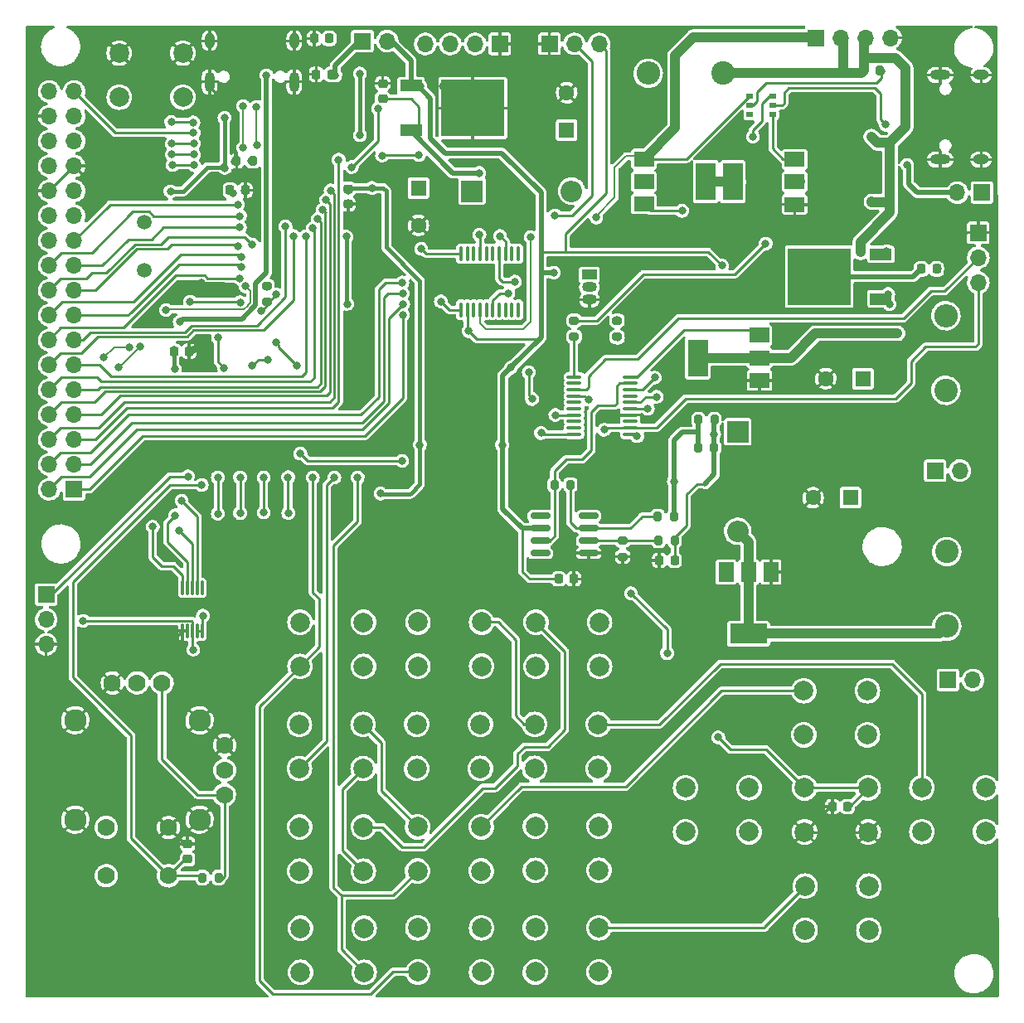
<source format=gbr>
%TF.GenerationSoftware,KiCad,Pcbnew,6.0.11+dfsg-1*%
%TF.CreationDate,2023-07-20T16:39:38+03:00*%
%TF.ProjectId,usb_display,7573625f-6469-4737-906c-61792e6b6963,rev?*%
%TF.SameCoordinates,Original*%
%TF.FileFunction,Copper,L2,Bot*%
%TF.FilePolarity,Positive*%
%FSLAX46Y46*%
G04 Gerber Fmt 4.6, Leading zero omitted, Abs format (unit mm)*
G04 Created by KiCad (PCBNEW 6.0.11+dfsg-1) date 2023-07-20 16:39:38*
%MOMM*%
%LPD*%
G01*
G04 APERTURE LIST*
G04 Aperture macros list*
%AMRoundRect*
0 Rectangle with rounded corners*
0 $1 Rounding radius*
0 $2 $3 $4 $5 $6 $7 $8 $9 X,Y pos of 4 corners*
0 Add a 4 corners polygon primitive as box body*
4,1,4,$2,$3,$4,$5,$6,$7,$8,$9,$2,$3,0*
0 Add four circle primitives for the rounded corners*
1,1,$1+$1,$2,$3*
1,1,$1+$1,$4,$5*
1,1,$1+$1,$6,$7*
1,1,$1+$1,$8,$9*
0 Add four rect primitives between the rounded corners*
20,1,$1+$1,$2,$3,$4,$5,0*
20,1,$1+$1,$4,$5,$6,$7,0*
20,1,$1+$1,$6,$7,$8,$9,0*
20,1,$1+$1,$8,$9,$2,$3,0*%
G04 Aperture macros list end*
%TA.AperFunction,ComponentPad*%
%ADD10C,2.000000*%
%TD*%
%TA.AperFunction,ComponentPad*%
%ADD11R,1.700000X1.700000*%
%TD*%
%TA.AperFunction,ComponentPad*%
%ADD12O,1.700000X1.700000*%
%TD*%
%TA.AperFunction,ComponentPad*%
%ADD13R,1.500000X1.050000*%
%TD*%
%TA.AperFunction,ComponentPad*%
%ADD14O,1.500000X1.050000*%
%TD*%
%TA.AperFunction,ComponentPad*%
%ADD15O,2.100000X1.000000*%
%TD*%
%TA.AperFunction,ComponentPad*%
%ADD16O,1.600000X1.000000*%
%TD*%
%TA.AperFunction,ComponentPad*%
%ADD17O,1.000000X1.600000*%
%TD*%
%TA.AperFunction,ComponentPad*%
%ADD18O,1.000000X2.100000*%
%TD*%
%TA.AperFunction,ComponentPad*%
%ADD19R,2.200000X2.200000*%
%TD*%
%TA.AperFunction,ComponentPad*%
%ADD20O,2.200000X2.200000*%
%TD*%
%TA.AperFunction,ComponentPad*%
%ADD21C,1.778000*%
%TD*%
%TA.AperFunction,ComponentPad*%
%ADD22C,2.286000*%
%TD*%
%TA.AperFunction,ComponentPad*%
%ADD23C,2.400000*%
%TD*%
%TA.AperFunction,ComponentPad*%
%ADD24O,2.400000X2.400000*%
%TD*%
%TA.AperFunction,SMDPad,CuDef*%
%ADD25RoundRect,0.200000X0.200000X0.275000X-0.200000X0.275000X-0.200000X-0.275000X0.200000X-0.275000X0*%
%TD*%
%TA.AperFunction,SMDPad,CuDef*%
%ADD26R,2.000000X1.500000*%
%TD*%
%TA.AperFunction,SMDPad,CuDef*%
%ADD27R,2.000000X3.800000*%
%TD*%
%TA.AperFunction,SMDPad,CuDef*%
%ADD28RoundRect,0.200000X-0.275000X0.200000X-0.275000X-0.200000X0.275000X-0.200000X0.275000X0.200000X0*%
%TD*%
%TA.AperFunction,SMDPad,CuDef*%
%ADD29R,0.700000X0.510000*%
%TD*%
%TA.AperFunction,SMDPad,CuDef*%
%ADD30R,1.500000X2.000000*%
%TD*%
%TA.AperFunction,SMDPad,CuDef*%
%ADD31R,3.800000X2.000000*%
%TD*%
%TA.AperFunction,ComponentPad*%
%ADD32R,1.600000X1.600000*%
%TD*%
%TA.AperFunction,ComponentPad*%
%ADD33C,1.600000*%
%TD*%
%TA.AperFunction,SMDPad,CuDef*%
%ADD34RoundRect,0.150000X0.825000X0.150000X-0.825000X0.150000X-0.825000X-0.150000X0.825000X-0.150000X0*%
%TD*%
%TA.AperFunction,SMDPad,CuDef*%
%ADD35RoundRect,0.100000X0.637500X0.100000X-0.637500X0.100000X-0.637500X-0.100000X0.637500X-0.100000X0*%
%TD*%
%TA.AperFunction,SMDPad,CuDef*%
%ADD36RoundRect,0.200000X-0.200000X-0.275000X0.200000X-0.275000X0.200000X0.275000X-0.200000X0.275000X0*%
%TD*%
%TA.AperFunction,SMDPad,CuDef*%
%ADD37RoundRect,0.100000X0.100000X-0.637500X0.100000X0.637500X-0.100000X0.637500X-0.100000X-0.637500X0*%
%TD*%
%TA.AperFunction,SMDPad,CuDef*%
%ADD38RoundRect,0.225000X-0.225000X-0.250000X0.225000X-0.250000X0.225000X0.250000X-0.225000X0.250000X0*%
%TD*%
%TA.AperFunction,SMDPad,CuDef*%
%ADD39RoundRect,0.225000X0.225000X0.250000X-0.225000X0.250000X-0.225000X-0.250000X0.225000X-0.250000X0*%
%TD*%
%TA.AperFunction,SMDPad,CuDef*%
%ADD40RoundRect,0.218750X0.218750X0.256250X-0.218750X0.256250X-0.218750X-0.256250X0.218750X-0.256250X0*%
%TD*%
%TA.AperFunction,SMDPad,CuDef*%
%ADD41RoundRect,0.225000X-0.250000X0.225000X-0.250000X-0.225000X0.250000X-0.225000X0.250000X0.225000X0*%
%TD*%
%TA.AperFunction,ComponentPad*%
%ADD42C,1.500000*%
%TD*%
%TA.AperFunction,SMDPad,CuDef*%
%ADD43R,2.200000X1.200000*%
%TD*%
%TA.AperFunction,SMDPad,CuDef*%
%ADD44R,6.400000X5.800000*%
%TD*%
%TA.AperFunction,SMDPad,CuDef*%
%ADD45RoundRect,0.200000X0.275000X-0.200000X0.275000X0.200000X-0.275000X0.200000X-0.275000X-0.200000X0*%
%TD*%
%TA.AperFunction,SMDPad,CuDef*%
%ADD46RoundRect,0.075000X0.075000X-0.650000X0.075000X0.650000X-0.075000X0.650000X-0.075000X-0.650000X0*%
%TD*%
%TA.AperFunction,ViaPad*%
%ADD47C,0.800000*%
%TD*%
%TA.AperFunction,Conductor*%
%ADD48C,0.250000*%
%TD*%
%TA.AperFunction,Conductor*%
%ADD49C,0.500000*%
%TD*%
%TA.AperFunction,Conductor*%
%ADD50C,0.200000*%
%TD*%
%TA.AperFunction,Conductor*%
%ADD51C,0.400000*%
%TD*%
%TA.AperFunction,Conductor*%
%ADD52C,1.000000*%
%TD*%
G04 APERTURE END LIST*
D10*
%TO.P,SW3,1,1*%
%TO.N,/B2_out*%
X90520000Y-111510000D03*
X97020000Y-111510000D03*
%TO.P,SW3,2,2*%
%TO.N,/B0_in*%
X97020000Y-116010000D03*
X90520000Y-116010000D03*
%TD*%
%TO.P,SW8,1,1*%
%TO.N,/B3_out*%
X78450000Y-132440000D03*
X84950000Y-132440000D03*
%TO.P,SW8,2,2*%
%TO.N,/B1_in*%
X78450000Y-136940000D03*
X84950000Y-136940000D03*
%TD*%
D11*
%TO.P,J4,1,Pin_1*%
%TO.N,/CS*%
X55405000Y-97945000D03*
D12*
%TO.P,J4,2,Pin_2*%
%TO.N,/RS*%
X52865000Y-97945000D03*
%TO.P,J4,3,Pin_3*%
%TO.N,/WR*%
X55405000Y-95405000D03*
%TO.P,J4,4,Pin_4*%
%TO.N,/RD*%
X52865000Y-95405000D03*
%TO.P,J4,5,Pin_5*%
%TO.N,/RST*%
X55405000Y-92865000D03*
%TO.P,J4,6,Pin_6*%
%TO.N,/D0*%
X52865000Y-92865000D03*
%TO.P,J4,7,Pin_7*%
%TO.N,/D1*%
X55405000Y-90325000D03*
%TO.P,J4,8,Pin_8*%
%TO.N,/D2*%
X52865000Y-90325000D03*
%TO.P,J4,9,Pin_9*%
%TO.N,/D3*%
X55405000Y-87785000D03*
%TO.P,J4,10,Pin_10*%
%TO.N,/D4*%
X52865000Y-87785000D03*
%TO.P,J4,11,Pin_11*%
%TO.N,/D5*%
X55405000Y-85245000D03*
%TO.P,J4,12,Pin_12*%
%TO.N,/D6*%
X52865000Y-85245000D03*
%TO.P,J4,13,Pin_13*%
%TO.N,/D7*%
X55405000Y-82705000D03*
%TO.P,J4,14,Pin_14*%
%TO.N,/D8*%
X52865000Y-82705000D03*
%TO.P,J4,15,Pin_15*%
%TO.N,/D9*%
X55405000Y-80165000D03*
%TO.P,J4,16,Pin_16*%
%TO.N,/D10*%
X52865000Y-80165000D03*
%TO.P,J4,17,Pin_17*%
%TO.N,/D11*%
X55405000Y-77625000D03*
%TO.P,J4,18,Pin_18*%
%TO.N,/D12*%
X52865000Y-77625000D03*
%TO.P,J4,19,Pin_19*%
%TO.N,/D13*%
X55405000Y-75085000D03*
%TO.P,J4,20,Pin_20*%
%TO.N,/D14*%
X52865000Y-75085000D03*
%TO.P,J4,21,Pin_21*%
%TO.N,/D15*%
X55405000Y-72545000D03*
%TO.P,J4,22,Pin_22*%
%TO.N,/SDCS*%
X52865000Y-72545000D03*
%TO.P,J4,23,Pin_23*%
%TO.N,/BL*%
X55405000Y-70005000D03*
%TO.P,J4,24,Pin_24*%
%TO.N,/VDD*%
X52865000Y-70005000D03*
%TO.P,J4,25,Pin_25*%
X55405000Y-67465000D03*
%TO.P,J4,26,Pin_26*%
%TO.N,Earth*%
X52865000Y-67465000D03*
%TO.P,J4,27,Pin_27*%
X55405000Y-64925000D03*
%TO.P,J4,28,Pin_28*%
%TO.N,/NC*%
X52865000Y-64925000D03*
%TO.P,J4,29,Pin_29*%
%TO.N,/MISO*%
X55405000Y-62385000D03*
%TO.P,J4,30,Pin_30*%
%TO.N,/MOSI*%
X52865000Y-62385000D03*
%TO.P,J4,31,Pin_31*%
%TO.N,/PEN*%
X55405000Y-59845000D03*
%TO.P,J4,32,Pin_32*%
%TO.N,Earth*%
X52865000Y-59845000D03*
%TO.P,J4,33,Pin_33*%
%TO.N,/T_CS*%
X55405000Y-57305000D03*
%TO.P,J4,34,Pin_34*%
%TO.N,/CLK*%
X52865000Y-57305000D03*
%TD*%
D10*
%TO.P,SW4,1,1*%
%TO.N,/B3_out*%
X102570000Y-111530000D03*
X109070000Y-111530000D03*
%TO.P,SW4,2,2*%
%TO.N,/B0_in*%
X102570000Y-116030000D03*
X109070000Y-116030000D03*
%TD*%
D13*
%TO.P,Q3,1,C*%
%TO.N,Net-(Q5-Pad1)*%
X108030000Y-76040000D03*
D14*
%TO.P,Q3,2,B*%
%TO.N,Net-(Q3-Pad2)*%
X108030000Y-77310000D03*
%TO.P,Q3,3,E*%
%TO.N,Earth*%
X108030000Y-78580000D03*
%TD*%
D15*
%TO.P,J5,S1,SHIELD*%
%TO.N,Earth*%
X143850000Y-55620000D03*
D16*
X148030000Y-64260000D03*
X148030000Y-55620000D03*
D15*
X143850000Y-64260000D03*
%TD*%
D10*
%TO.P,SW12,1,1*%
%TO.N,/B3_out*%
X102500000Y-142740000D03*
X109000000Y-142740000D03*
%TO.P,SW12,2,2*%
%TO.N,/B2_in*%
X109000000Y-147240000D03*
X102500000Y-147240000D03*
%TD*%
%TO.P,SW15,1,1*%
%TO.N,/B2_out*%
X141980000Y-128420000D03*
X148480000Y-128420000D03*
%TO.P,SW15,2,2*%
%TO.N,/B3_in*%
X141980000Y-132920000D03*
X148480000Y-132920000D03*
%TD*%
D11*
%TO.P,J1,1,Pin_1*%
%TO.N,Earth*%
X98890000Y-52460000D03*
D12*
%TO.P,J1,2,Pin_2*%
%TO.N,/SWDIO*%
X96350000Y-52460000D03*
%TO.P,J1,3,Pin_3*%
%TO.N,/SWCLK*%
X93810000Y-52460000D03*
%TO.P,J1,4,Pin_4*%
%TO.N,/VDD*%
X91270000Y-52460000D03*
%TD*%
D10*
%TO.P,SW9,1,1*%
%TO.N,/B0_out*%
X96980000Y-132420000D03*
X90480000Y-132420000D03*
%TO.P,SW9,2,2*%
%TO.N,/B2_in*%
X96980000Y-136920000D03*
X90480000Y-136920000D03*
%TD*%
D11*
%TO.P,J12,1,Pin_1*%
%TO.N,Net-(C8-Pad2)*%
X84845000Y-52170000D03*
D12*
%TO.P,J12,2,Pin_2*%
%TO.N,/+5*%
X87385000Y-52170000D03*
%TD*%
D10*
%TO.P,SW2,1,1*%
%TO.N,/B1_out*%
X78470000Y-111530000D03*
X84970000Y-111530000D03*
%TO.P,SW2,2,2*%
%TO.N,/B0_in*%
X84970000Y-116030000D03*
X78470000Y-116030000D03*
%TD*%
%TO.P,SW13,1,1*%
%TO.N,/B0_out*%
X136420000Y-118520000D03*
X129920000Y-118520000D03*
%TO.P,SW13,2,2*%
%TO.N,/B3_in*%
X129920000Y-123020000D03*
X136420000Y-123020000D03*
%TD*%
%TO.P,SW1,1,1*%
%TO.N,/B0_out*%
X97010000Y-142740000D03*
X90510000Y-142740000D03*
%TO.P,SW1,2,2*%
%TO.N,/B0_in*%
X97010000Y-147240000D03*
X90510000Y-147240000D03*
%TD*%
D17*
%TO.P,J3,S1,SHIELD*%
%TO.N,Earth*%
X77890000Y-52150000D03*
D18*
X69250000Y-56330000D03*
X77890000Y-56330000D03*
D17*
X69250000Y-52150000D03*
%TD*%
D19*
%TO.P,D6,1,K*%
%TO.N,Net-(C20-Pad1)*%
X96050000Y-67490000D03*
D20*
%TO.P,D6,2,A*%
%TO.N,Net-(D6-Pad2)*%
X106210000Y-67490000D03*
%TD*%
D10*
%TO.P,SW14,1,1*%
%TO.N,/B1_out*%
X117840000Y-128430000D03*
X124340000Y-128430000D03*
%TO.P,SW14,2,2*%
%TO.N,/B3_in*%
X117840000Y-132930000D03*
X124340000Y-132930000D03*
%TD*%
D11*
%TO.P,J8,1,Pin_1*%
%TO.N,Earth*%
X147740000Y-71740000D03*
D12*
%TO.P,J8,2,Pin_2*%
%TO.N,Net-(J8-Pad2)*%
X147740000Y-74280000D03*
%TO.P,J8,3,Pin_3*%
%TO.N,/+5*%
X147740000Y-76820000D03*
%TD*%
D11*
%TO.P,J2,1,Pin_1*%
%TO.N,/ADC_START*%
X52550000Y-108695000D03*
D12*
%TO.P,J2,2,Pin_2*%
%TO.N,Net-(C29-Pad2)*%
X52550000Y-111235000D03*
%TO.P,J2,3,Pin_3*%
%TO.N,Earth*%
X52550000Y-113775000D03*
%TD*%
D10*
%TO.P,SW16,1,1*%
%TO.N,/B3_out*%
X130060000Y-138470000D03*
X136560000Y-138470000D03*
%TO.P,SW16,2,2*%
%TO.N,/B3_in*%
X136560000Y-142970000D03*
X130060000Y-142970000D03*
%TD*%
%TO.P,SW18,1,1*%
%TO.N,Net-(C7-Pad2)*%
X130000000Y-128440000D03*
X136500000Y-128440000D03*
%TO.P,SW18,2,2*%
%TO.N,Earth*%
X136500000Y-132940000D03*
X130000000Y-132940000D03*
%TD*%
D11*
%TO.P,J11,1,Pin_1*%
%TO.N,/+5*%
X148130000Y-67650000D03*
D12*
%TO.P,J11,2,Pin_2*%
%TO.N,Net-(C12-Pad2)*%
X145590000Y-67650000D03*
%TD*%
D11*
%TO.P,J7,1,Pin_1*%
%TO.N,/B-*%
X131170000Y-51840000D03*
D12*
%TO.P,J7,2,Pin_2*%
%TO.N,/B+*%
X133710000Y-51840000D03*
%TO.P,J7,3,Pin_3*%
X136250000Y-51840000D03*
%TO.P,J7,4,Pin_4*%
%TO.N,Earth*%
X138790000Y-51840000D03*
%TD*%
D10*
%TO.P,SW5,1,1*%
%TO.N,/B0_out*%
X78420000Y-121960000D03*
X84920000Y-121960000D03*
%TO.P,SW5,2,2*%
%TO.N,/B1_in*%
X84920000Y-126460000D03*
X78420000Y-126460000D03*
%TD*%
%TO.P,SW6,1,1*%
%TO.N,/B1_out*%
X96900000Y-121950000D03*
X90400000Y-121950000D03*
%TO.P,SW6,2,2*%
%TO.N,/B1_in*%
X96900000Y-126450000D03*
X90400000Y-126450000D03*
%TD*%
D11*
%TO.P,J9,1,Pin_1*%
%TO.N,Net-(J9-Pad1)*%
X144655000Y-117410000D03*
D12*
%TO.P,J9,2,Pin_2*%
%TO.N,/B+*%
X147195000Y-117410000D03*
%TD*%
D10*
%TO.P,SW7,1,1*%
%TO.N,/B2_out*%
X108930000Y-121950000D03*
X102430000Y-121950000D03*
%TO.P,SW7,2,2*%
%TO.N,/B1_in*%
X108930000Y-126450000D03*
X102430000Y-126450000D03*
%TD*%
D11*
%TO.P,J10,1,Pin_1*%
%TO.N,Earth*%
X103955000Y-52450000D03*
D12*
%TO.P,J10,2,Pin_2*%
%TO.N,Net-(J10-Pad2)*%
X106495000Y-52450000D03*
%TO.P,J10,3,Pin_3*%
%TO.N,/+5*%
X109035000Y-52450000D03*
%TD*%
D21*
%TO.P,U3,B1A,SEL+*%
%TO.N,/JOY_BUT*%
X65045000Y-137423298D03*
%TO.P,U3,B1B*%
%TO.N,N/C*%
X58695000Y-137403498D03*
%TO.P,U3,B2A,SEL-*%
%TO.N,Earth*%
X65045000Y-132483298D03*
%TO.P,U3,B2B*%
%TO.N,N/C*%
X58685000Y-132463298D03*
%TO.P,U3,H1,H+*%
%TO.N,/VDD*%
X64395000Y-117733298D03*
%TO.P,U3,H2,H*%
%TO.N,/H*%
X61855000Y-117713298D03*
%TO.P,U3,H3,H-*%
%TO.N,Earth*%
X59315000Y-117733298D03*
D22*
%TO.P,U3,S1,SHIELD*%
X68220000Y-131673298D03*
%TO.P,U3,S2,SHIELD*%
X68220000Y-121543298D03*
%TO.P,U3,S3,SHIELD*%
X55520000Y-121528498D03*
%TO.P,U3,S4,SHIELD*%
X55520000Y-131688498D03*
D21*
%TO.P,U3,V1,V+*%
%TO.N,/VDD*%
X70760000Y-129148498D03*
%TO.P,U3,V2,V*%
%TO.N,/V*%
X70775000Y-126623298D03*
%TO.P,U3,V3,V-*%
%TO.N,Earth*%
X70775000Y-124083298D03*
%TD*%
D10*
%TO.P,SW11,1,1*%
%TO.N,/B2_out*%
X78530000Y-142770000D03*
X85030000Y-142770000D03*
%TO.P,SW11,2,2*%
%TO.N,/B2_in*%
X78530000Y-147270000D03*
X85030000Y-147270000D03*
%TD*%
D19*
%TO.P,D4,1,K*%
%TO.N,Net-(C15-Pad1)*%
X123180000Y-92070000D03*
D20*
%TO.P,D4,2,A*%
%TO.N,Net-(D4-Pad2)*%
X123180000Y-102230000D03*
%TD*%
D10*
%TO.P,SW10,1,1*%
%TO.N,/B1_out*%
X102510000Y-132350000D03*
X109010000Y-132350000D03*
%TO.P,SW10,2,2*%
%TO.N,/B2_in*%
X102510000Y-136850000D03*
X109010000Y-136850000D03*
%TD*%
D23*
%TO.P,L3,1,1*%
%TO.N,/B+*%
X121650000Y-55460000D03*
D24*
%TO.P,L3,2,2*%
%TO.N,Net-(D6-Pad2)*%
X114030000Y-55460000D03*
%TD*%
D25*
%TO.P,R18,1*%
%TO.N,Net-(C15-Pad1)*%
X120795000Y-90820000D03*
%TO.P,R18,2*%
%TO.N,Net-(J9-Pad1)*%
X119145000Y-90820000D03*
%TD*%
D26*
%TO.P,Q8,1,G*%
%TO.N,Net-(D5-Pad3)*%
X128990000Y-64250000D03*
%TO.P,Q8,2,D*%
%TO.N,Net-(Q8-Pad2)*%
X128990000Y-66550000D03*
%TO.P,Q8,3,S*%
%TO.N,Earth*%
X128990000Y-68850000D03*
D27*
%TO.P,Q8,4*%
%TO.N,Net-(Q8-Pad2)*%
X122690000Y-66550000D03*
%TD*%
D28*
%TO.P,R10,1*%
%TO.N,Net-(C7-Pad2)*%
X75110000Y-77185000D03*
%TO.P,R10,2*%
%TO.N,/VDD*%
X75110000Y-78835000D03*
%TD*%
D29*
%TO.P,D5,1,OD*%
%TO.N,Net-(D5-Pad1)*%
X126740000Y-57800000D03*
%TO.P,D5,2,CS*%
%TO.N,Net-(D5-Pad2)*%
X126740000Y-58750000D03*
%TO.P,D5,3,OC*%
%TO.N,Net-(D5-Pad3)*%
X126740000Y-59700000D03*
%TO.P,D5,4,TD*%
%TO.N,unconnected-(D5-Pad4)*%
X124420000Y-59700000D03*
%TO.P,D5,5,VCC*%
%TO.N,Net-(C14-Pad2)*%
X124420000Y-58750000D03*
%TO.P,D5,6,GND*%
%TO.N,/B-*%
X124420000Y-57800000D03*
%TD*%
D10*
%TO.P,SW17,1,1*%
%TO.N,Earth*%
X60020000Y-53400000D03*
X66520000Y-53400000D03*
%TO.P,SW17,2,2*%
%TO.N,/NRST*%
X60020000Y-57900000D03*
X66520000Y-57900000D03*
%TD*%
D30*
%TO.P,Q2,1,G*%
%TO.N,/PWM_BOOST*%
X121970000Y-106400000D03*
%TO.P,Q2,2,D*%
%TO.N,Net-(D4-Pad2)*%
X124270000Y-106400000D03*
%TO.P,Q2,3,S*%
%TO.N,Earth*%
X126570000Y-106400000D03*
D31*
%TO.P,Q2,4*%
%TO.N,N/C*%
X124270000Y-112700000D03*
%TD*%
D32*
%TO.P,C20,1*%
%TO.N,Net-(C20-Pad1)*%
X105710000Y-61252651D03*
D33*
%TO.P,C20,2*%
%TO.N,Earth*%
X105710000Y-57452651D03*
%TD*%
D23*
%TO.P,L1,1,1*%
%TO.N,/ADC_BUCK*%
X144440000Y-87830000D03*
D24*
%TO.P,L1,2,2*%
%TO.N,Net-(L1-Pad2)*%
X144440000Y-80210000D03*
%TD*%
D34*
%TO.P,U7,1,NC*%
%TO.N,unconnected-(U7-Pad1)*%
X107955000Y-100655000D03*
%TO.P,U7,2,-*%
%TO.N,Net-(R21-Pad2)*%
X107955000Y-101925000D03*
%TO.P,U7,3,+*%
%TO.N,Net-(R20-Pad2)*%
X107955000Y-103195000D03*
%TO.P,U7,4,V-*%
%TO.N,Earth*%
X107955000Y-104465000D03*
%TO.P,U7,5,NC*%
%TO.N,unconnected-(U7-Pad5)*%
X103005000Y-104465000D03*
%TO.P,U7,6*%
%TO.N,/ADC_I*%
X103005000Y-103195000D03*
%TO.P,U7,7,V+*%
%TO.N,/+5*%
X103005000Y-101925000D03*
%TO.P,U7,8,NC*%
%TO.N,unconnected-(U7-Pad8)*%
X103005000Y-100655000D03*
%TD*%
D11*
%TO.P,J6,1,Pin_1*%
%TO.N,/ADC_BUCK*%
X143325000Y-96030000D03*
D12*
%TO.P,J6,2,Pin_2*%
%TO.N,Net-(J6-Pad2)*%
X145865000Y-96030000D03*
%TD*%
D25*
%TO.P,R26,1*%
%TO.N,unconnected-(R26-Pad1)*%
X70165000Y-137600000D03*
%TO.P,R26,2*%
%TO.N,/JOY_BUT*%
X68515000Y-137600000D03*
%TD*%
D35*
%TO.P,U5,1,PD4*%
%TO.N,Net-(Q7-Pad1)*%
X112192500Y-86465000D03*
%TO.P,U5,2,PD5*%
%TO.N,/ADC_I*%
X112192500Y-87115000D03*
%TO.P,U5,3,PD6*%
%TO.N,Net-(R24-Pad1)*%
X112192500Y-87765000D03*
%TO.P,U5,4,NRST*%
%TO.N,unconnected-(U5-Pad4)*%
X112192500Y-88415000D03*
%TO.P,U5,5,PA1*%
%TO.N,/ADC_BUCK*%
X112192500Y-89065000D03*
%TO.P,U5,6,PA2*%
%TO.N,/ADC_BOOST*%
X112192500Y-89715000D03*
%TO.P,U5,7,VSS*%
%TO.N,Earth*%
X112192500Y-90365000D03*
%TO.P,U5,8,PD0*%
%TO.N,unconnected-(U5-Pad8)*%
X112192500Y-91015000D03*
%TO.P,U5,9,VDD*%
%TO.N,/+5*%
X112192500Y-91665000D03*
%TO.P,U5,10,PC0*%
%TO.N,/USART3_Rx*%
X112192500Y-92315000D03*
%TO.P,U5,11,PC1*%
%TO.N,/USART3_Tx*%
X106467500Y-92315000D03*
%TO.P,U5,12,PC2*%
%TO.N,unconnected-(U5-Pad12)*%
X106467500Y-91665000D03*
%TO.P,U5,13,PC3*%
%TO.N,unconnected-(U5-Pad13)*%
X106467500Y-91015000D03*
%TO.P,U5,14,PC4*%
%TO.N,/B+*%
X106467500Y-90365000D03*
%TO.P,U5,15,PC5*%
%TO.N,unconnected-(U5-Pad15)*%
X106467500Y-89715000D03*
%TO.P,U5,16,PC6*%
%TO.N,unconnected-(U5-Pad16)*%
X106467500Y-89065000D03*
%TO.P,U5,17,PC7*%
%TO.N,/PWM_BOOST*%
X106467500Y-88415000D03*
%TO.P,U5,18,PD1*%
%TO.N,Net-(J8-Pad2)*%
X106467500Y-87765000D03*
%TO.P,U5,19,PD2*%
%TO.N,/PWM_BOOST_N*%
X106467500Y-87115000D03*
%TO.P,U5,20,PD3*%
%TO.N,/PWM_BUCK*%
X106467500Y-86465000D03*
%TD*%
D36*
%TO.P,R9,1*%
%TO.N,Earth*%
X72015000Y-64410000D03*
%TO.P,R9,2*%
%TO.N,Net-(R9-Pad2)*%
X73665000Y-64410000D03*
%TD*%
D26*
%TO.P,Q7,1,G*%
%TO.N,Net-(Q7-Pad1)*%
X125400000Y-82220000D03*
%TO.P,Q7,2,D*%
%TO.N,Net-(L1-Pad2)*%
X125400000Y-84520000D03*
%TO.P,Q7,3,S*%
%TO.N,Earth*%
X125400000Y-86820000D03*
D27*
%TO.P,Q7,4*%
%TO.N,N/C*%
X119100000Y-84520000D03*
%TD*%
D25*
%TO.P,R20,1*%
%TO.N,Net-(C15-Pad1)*%
X116735000Y-103180000D03*
%TO.P,R20,2*%
%TO.N,Net-(R20-Pad2)*%
X115085000Y-103180000D03*
%TD*%
D37*
%TO.P,U6,1,PD4*%
%TO.N,unconnected-(U6-Pad1)*%
X100775000Y-79602500D03*
%TO.P,U6,2,PD5*%
%TO.N,unconnected-(U6-Pad2)*%
X100125000Y-79602500D03*
%TO.P,U6,3,PD6*%
%TO.N,unconnected-(U6-Pad3)*%
X99475000Y-79602500D03*
%TO.P,U6,4,NRST*%
%TO.N,unconnected-(U6-Pad4)*%
X98825000Y-79602500D03*
%TO.P,U6,5,PA1*%
%TO.N,/B+*%
X98175000Y-79602500D03*
%TO.P,U6,6,PA2*%
%TO.N,unconnected-(U6-Pad6)*%
X97525000Y-79602500D03*
%TO.P,U6,7,VSS*%
%TO.N,/B-*%
X96875000Y-79602500D03*
%TO.P,U6,8,PD0*%
%TO.N,unconnected-(U6-Pad8)*%
X96225000Y-79602500D03*
%TO.P,U6,9,VDD*%
%TO.N,/+5*%
X95575000Y-79602500D03*
%TO.P,U6,10,PC0*%
%TO.N,/USART1_Rx*%
X94925000Y-79602500D03*
%TO.P,U6,11,PC1*%
%TO.N,/USART1_Tx*%
X94925000Y-73877500D03*
%TO.P,U6,12,PC2*%
%TO.N,unconnected-(U6-Pad12)*%
X95575000Y-73877500D03*
%TO.P,U6,13,PC3*%
%TO.N,unconnected-(U6-Pad13)*%
X96225000Y-73877500D03*
%TO.P,U6,14,PC4*%
%TO.N,/ADC_+5*%
X96875000Y-73877500D03*
%TO.P,U6,15,PC5*%
%TO.N,unconnected-(U6-Pad15)*%
X97525000Y-73877500D03*
%TO.P,U6,16,PC6*%
%TO.N,unconnected-(U6-Pad16)*%
X98175000Y-73877500D03*
%TO.P,U6,17,PC7*%
%TO.N,Net-(U6-Pad17)*%
X98825000Y-73877500D03*
%TO.P,U6,18,PD1*%
%TO.N,Net-(J10-Pad2)*%
X99475000Y-73877500D03*
%TO.P,U6,19,PD2*%
%TO.N,unconnected-(U6-Pad19)*%
X100125000Y-73877500D03*
%TO.P,U6,20,PD3*%
%TO.N,unconnected-(U6-Pad20)*%
X100775000Y-73877500D03*
%TD*%
D32*
%TO.P,C13,1*%
%TO.N,/ADC_BUCK*%
X135950000Y-86650000D03*
D33*
%TO.P,C13,2*%
%TO.N,Earth*%
X132150000Y-86650000D03*
%TD*%
D38*
%TO.P,C7,1*%
%TO.N,Earth*%
X132835000Y-130350000D03*
%TO.P,C7,2*%
%TO.N,Net-(C7-Pad2)*%
X134385000Y-130350000D03*
%TD*%
D39*
%TO.P,C8,1*%
%TO.N,Earth*%
X67135000Y-83840000D03*
%TO.P,C8,2*%
%TO.N,Net-(C8-Pad2)*%
X65585000Y-83840000D03*
%TD*%
D38*
%TO.P,C6,1*%
%TO.N,/VDD*%
X71335000Y-67400000D03*
%TO.P,C6,2*%
%TO.N,Earth*%
X72885000Y-67400000D03*
%TD*%
D40*
%TO.P,F1,1*%
%TO.N,/+5*%
X143487500Y-75440000D03*
%TO.P,F1,2*%
%TO.N,Net-(F1-Pad2)*%
X141912500Y-75440000D03*
%TD*%
D32*
%TO.P,C30,1*%
%TO.N,/+5*%
X90570000Y-67177349D03*
D33*
%TO.P,C30,2*%
%TO.N,Earth*%
X90570000Y-70977349D03*
%TD*%
D38*
%TO.P,C17,1*%
%TO.N,Earth*%
X115175000Y-105200000D03*
%TO.P,C17,2*%
%TO.N,Net-(C15-Pad1)*%
X116725000Y-105200000D03*
%TD*%
D25*
%TO.P,R14,1*%
%TO.N,Net-(C14-Pad2)*%
X137715000Y-55210000D03*
%TO.P,R14,2*%
%TO.N,/B+*%
X136065000Y-55210000D03*
%TD*%
D41*
%TO.P,C21,1*%
%TO.N,Earth*%
X86920000Y-56495000D03*
%TO.P,C21,2*%
%TO.N,Net-(C20-Pad1)*%
X86920000Y-58045000D03*
%TD*%
D38*
%TO.P,C10,1*%
%TO.N,Earth*%
X79915000Y-51900000D03*
%TO.P,C10,2*%
%TO.N,/VDD*%
X81465000Y-51900000D03*
%TD*%
D42*
%TO.P,Y1,1,1*%
%TO.N,Net-(C2-Pad1)*%
X62600000Y-70680000D03*
%TO.P,Y1,2,2*%
%TO.N,Net-(C3-Pad1)*%
X62600000Y-75580000D03*
%TD*%
D25*
%TO.P,R19,1*%
%TO.N,Net-(C15-Pad1)*%
X120775000Y-93670000D03*
%TO.P,R19,2*%
%TO.N,Net-(J9-Pad1)*%
X119125000Y-93670000D03*
%TD*%
D39*
%TO.P,C19,1*%
%TO.N,Earth*%
X106435000Y-107100000D03*
%TO.P,C19,2*%
%TO.N,/+5*%
X104885000Y-107100000D03*
%TD*%
D43*
%TO.P,U8,1,IN*%
%TO.N,Net-(C20-Pad1)*%
X89820000Y-61290000D03*
D44*
%TO.P,U8,2,GND*%
%TO.N,Earth*%
X96120000Y-59010000D03*
D43*
%TO.P,U8,3,OUT*%
%TO.N,/+5*%
X89820000Y-56730000D03*
%TD*%
D26*
%TO.P,Q9,1,G*%
%TO.N,Net-(D5-Pad1)*%
X113600000Y-68810000D03*
%TO.P,Q9,2,D*%
%TO.N,Net-(Q8-Pad2)*%
X113600000Y-66510000D03*
%TO.P,Q9,3,S*%
%TO.N,/B-*%
X113600000Y-64210000D03*
D27*
%TO.P,Q9,4*%
%TO.N,Net-(Q8-Pad2)*%
X119900000Y-66510000D03*
%TD*%
D28*
%TO.P,R22,1*%
%TO.N,Net-(R20-Pad2)*%
X111430000Y-103185000D03*
%TO.P,R22,2*%
%TO.N,Earth*%
X111430000Y-104835000D03*
%TD*%
D41*
%TO.P,C25,1*%
%TO.N,Earth*%
X67000000Y-134175000D03*
%TO.P,C25,2*%
%TO.N,/JOY_BUT*%
X67000000Y-135725000D03*
%TD*%
D25*
%TO.P,R21,1*%
%TO.N,Net-(J9-Pad1)*%
X116645000Y-100710000D03*
%TO.P,R21,2*%
%TO.N,Net-(R21-Pad2)*%
X114995000Y-100710000D03*
%TD*%
D43*
%TO.P,Q1,1,B*%
%TO.N,Net-(Q1-Pad1)*%
X137800000Y-73940000D03*
D44*
%TO.P,Q1,2,C*%
%TO.N,Net-(F1-Pad2)*%
X131500000Y-76220000D03*
D43*
%TO.P,Q1,3,E*%
%TO.N,Net-(L1-Pad2)*%
X137800000Y-78500000D03*
%TD*%
D45*
%TO.P,R24,1*%
%TO.N,Net-(R24-Pad1)*%
X110860000Y-82375000D03*
%TO.P,R24,2*%
%TO.N,/+5*%
X110860000Y-80725000D03*
%TD*%
D25*
%TO.P,R23,1*%
%TO.N,Net-(R21-Pad2)*%
X106095000Y-97490000D03*
%TO.P,R23,2*%
%TO.N,/ADC_I*%
X104445000Y-97490000D03*
%TD*%
D46*
%TO.P,D3,1,REF*%
%TO.N,Net-(C28-Pad2)*%
X68490000Y-112420000D03*
%TO.P,D3,2,AVDD*%
X67990000Y-112420000D03*
%TO.P,D3,3,AINP*%
%TO.N,Net-(C29-Pad2)*%
X67490000Y-112420000D03*
%TO.P,D3,4,AINN*%
%TO.N,Earth*%
X66990000Y-112420000D03*
%TO.P,D3,5,GND*%
X66490000Y-112420000D03*
%TO.P,D3,6,CONVST*%
%TO.N,/ADC_CONVST*%
X66490000Y-108020000D03*
%TO.P,D3,7,DOUT*%
%TO.N,/ADC_MISO*%
X66990000Y-108020000D03*
%TO.P,D3,8,SCLK*%
%TO.N,/ADC_CLK*%
X67490000Y-108020000D03*
%TO.P,D3,9,DIN*%
%TO.N,/ADC_MOSI*%
X67990000Y-108020000D03*
%TO.P,D3,10,DVDD*%
%TO.N,/VDD*%
X68490000Y-108020000D03*
%TD*%
D32*
%TO.P,C15,1*%
%TO.N,Net-(C15-Pad1)*%
X134670000Y-98800000D03*
D33*
%TO.P,C15,2*%
%TO.N,Earth*%
X130870000Y-98800000D03*
%TD*%
D38*
%TO.P,C9,1*%
%TO.N,Earth*%
X80135000Y-55560000D03*
%TO.P,C9,2*%
%TO.N,Net-(C8-Pad2)*%
X81685000Y-55560000D03*
%TD*%
D41*
%TO.P,C5,1*%
%TO.N,/VDD*%
X83400000Y-67265000D03*
%TO.P,C5,2*%
%TO.N,Earth*%
X83400000Y-68815000D03*
%TD*%
D23*
%TO.P,L2,1,1*%
%TO.N,Net-(J6-Pad2)*%
X144520000Y-104310000D03*
D24*
%TO.P,L2,2,2*%
%TO.N,Net-(D4-Pad2)*%
X144520000Y-111930000D03*
%TD*%
D45*
%TO.P,R25,1*%
%TO.N,/PWM_BUCK*%
X106470000Y-82355000D03*
%TO.P,R25,2*%
%TO.N,Net-(Q1-Pad1)*%
X106470000Y-80705000D03*
%TD*%
D47*
%TO.N,Earth*%
X133130000Y-68400000D03*
X134220000Y-68380000D03*
X134385000Y-67285000D03*
X133255000Y-67285000D03*
X133040000Y-65990000D03*
X134235000Y-65725000D03*
X134240000Y-64690000D03*
X132975000Y-64745000D03*
X133060000Y-59320000D03*
X132960000Y-61860000D03*
X134325000Y-60515000D03*
X133735000Y-61185000D03*
X132965000Y-60515000D03*
X133960000Y-59760000D03*
X133880000Y-58730000D03*
X133125000Y-57975000D03*
X87050000Y-66080000D03*
%TO.N,Net-(C7-Pad2)*%
X88910000Y-95030000D03*
X115960000Y-114680000D03*
X121190000Y-123280000D03*
X75110000Y-77290000D03*
X76070000Y-82980000D03*
X112280000Y-108570000D03*
X78160000Y-85340000D03*
X78510000Y-94300000D03*
%TO.N,Earth*%
X71526456Y-77730908D03*
X127450000Y-89860000D03*
X132835000Y-130350000D03*
X71820000Y-64460000D03*
X83430000Y-68720000D03*
X109440000Y-90440000D03*
X126680000Y-106800000D03*
X68450000Y-76850000D03*
X65980000Y-114460000D03*
X132095000Y-67285000D03*
X94690000Y-61220000D03*
X113340000Y-72180000D03*
X67780000Y-83600000D03*
X72800000Y-67460000D03*
X57900000Y-68500000D03*
X86890000Y-56450000D03*
X93090000Y-56810000D03*
%TO.N,/ADC_BUCK*%
X114910000Y-88500000D03*
%TO.N,Net-(C14-Pad2)*%
X137840000Y-55230000D03*
%TO.N,Net-(C28-Pad2)*%
X68570000Y-110860000D03*
%TO.N,Net-(C29-Pad2)*%
X56340000Y-111370000D03*
X67570000Y-114320000D03*
%TO.N,/ADC_CONVST*%
X63440000Y-101770000D03*
X70730000Y-85540000D03*
X70100000Y-82430000D03*
%TO.N,/ADC_MISO*%
X65750000Y-100600000D03*
%TO.N,/CS*%
X88990000Y-80130000D03*
%TO.N,/RS*%
X89010000Y-79010000D03*
%TO.N,/WR*%
X88970000Y-77960000D03*
%TO.N,/RD*%
X88930000Y-76820000D03*
%TO.N,/D8*%
X72310000Y-76380000D03*
%TO.N,/D9*%
X72492701Y-75247299D03*
%TO.N,/D10*%
X72505000Y-74235000D03*
%TO.N,/D11*%
X72120000Y-73160000D03*
%TO.N,/D12*%
X73577701Y-72932299D03*
%TO.N,/D13*%
X72335939Y-71201621D03*
%TO.N,/D14*%
X72350000Y-70030000D03*
%TO.N,/D15*%
X72130000Y-68850000D03*
%TO.N,/USART1_Tx*%
X90850000Y-73380000D03*
%TO.N,/USART1_Rx*%
X92860000Y-78760000D03*
%TO.N,/USB_D-*%
X74030000Y-58900000D03*
X74100000Y-62800000D03*
%TO.N,/USB_D+*%
X72680000Y-63080000D03*
X72670000Y-58800000D03*
%TO.N,/SWDIO*%
X86860000Y-63860000D03*
X90615000Y-63805000D03*
%TO.N,/SWCLK*%
X86450000Y-59070000D03*
X83760000Y-65040000D03*
%TO.N,/RST*%
X82430000Y-64290000D03*
%TO.N,/PEN*%
X67590000Y-60480000D03*
X65330000Y-60430000D03*
%TO.N,/T_CS*%
X67610000Y-61550000D03*
%TO.N,/D0*%
X81610000Y-67420000D03*
%TO.N,/D1*%
X81160000Y-68390000D03*
%TO.N,/D2*%
X80790000Y-69400000D03*
%TO.N,/D3*%
X80310000Y-70340000D03*
%TO.N,/D4*%
X79800000Y-71280000D03*
%TO.N,/D5*%
X79080000Y-72090000D03*
%TO.N,/D6*%
X77830000Y-72080000D03*
%TO.N,/D7*%
X77000000Y-71100000D03*
%TO.N,/CLK*%
X67620000Y-62640000D03*
X65390000Y-62660000D03*
%TO.N,/MISO*%
X65410000Y-63760000D03*
X67650000Y-63760000D03*
%TO.N,/MOSI*%
X67660000Y-64810000D03*
X65450000Y-64820000D03*
%TO.N,Net-(C15-Pad1)*%
X120775000Y-92305000D03*
%TO.N,Net-(C20-Pad1)*%
X96780000Y-65640000D03*
X89820000Y-61290000D03*
%TO.N,/VDD*%
X70820000Y-65120000D03*
X83280000Y-79010000D03*
X84600000Y-61780000D03*
X84600000Y-55480000D03*
X86720000Y-98375000D03*
X67260000Y-78780000D03*
X74524429Y-79750973D03*
X83210000Y-72140000D03*
X71600000Y-67710000D03*
X85830000Y-67170000D03*
X83420000Y-67455000D03*
X65245000Y-67515000D03*
X72380000Y-78840000D03*
X90720000Y-93400000D03*
X81465000Y-51900000D03*
X76060000Y-78040000D03*
X70770000Y-60000000D03*
%TO.N,/V*%
X72910500Y-77210000D03*
X61010000Y-83410000D03*
X58460000Y-84480000D03*
X64800000Y-79620000D03*
%TO.N,/H*%
X59950000Y-85490000D03*
X62140000Y-83390000D03*
%TO.N,/JOY_BUT*%
X68450000Y-97510000D03*
%TO.N,/B0_out*%
X70080000Y-96725000D03*
X70080000Y-100440000D03*
%TO.N,/B1_out*%
X72360000Y-96725000D03*
X72360000Y-100370000D03*
%TO.N,/B2_out*%
X74770000Y-96735000D03*
X74770000Y-100300000D03*
%TO.N,/B3_out*%
X77264594Y-96709594D03*
X77280000Y-100360000D03*
%TO.N,/B0_in*%
X79790000Y-96745000D03*
%TO.N,/B1_in*%
X81990000Y-96745000D03*
%TO.N,/B2_in*%
X84370000Y-96755000D03*
%TO.N,/+5*%
X100010000Y-85520000D03*
X104390000Y-75810000D03*
X110870000Y-80650000D03*
X143560000Y-75420000D03*
X99110000Y-93400000D03*
X95720000Y-81780000D03*
X109532500Y-91862500D03*
X121580000Y-75100000D03*
X90760000Y-56740000D03*
%TO.N,/B+*%
X104550000Y-90350000D03*
X136830000Y-68580000D03*
X133330000Y-55440000D03*
X102170000Y-88720000D03*
X135710000Y-73730000D03*
X134410000Y-55450000D03*
X101840000Y-86000000D03*
X99755000Y-77925000D03*
X136820000Y-61940000D03*
%TO.N,Net-(D5-Pad2)*%
X138290000Y-60710000D03*
%TO.N,Net-(C12-Pad2)*%
X140470000Y-64810000D03*
%TO.N,/ADC_+5*%
X96800000Y-71960000D03*
%TO.N,Net-(J9-Pad1)*%
X116650000Y-97130000D03*
%TO.N,Net-(J10-Pad2)*%
X98910000Y-72080000D03*
X104520000Y-69970000D03*
%TO.N,/PWM_BOOST*%
X107930000Y-88770000D03*
X121760000Y-106510000D03*
%TO.N,Net-(R9-Pad2)*%
X73470000Y-64410000D03*
%TO.N,/ADC_BOOST*%
X113985000Y-89715000D03*
%TO.N,Net-(L1-Pad2)*%
X139490000Y-82010000D03*
X138650000Y-79020000D03*
X138540000Y-77990000D03*
%TO.N,Net-(Q1-Pad1)*%
X138390000Y-73640000D03*
X126030000Y-72850000D03*
%TO.N,/USART3_Tx*%
X103095000Y-92195000D03*
%TO.N,/USART3_Rx*%
X112910000Y-92520000D03*
%TO.N,Net-(R24-Pad1)*%
X110940000Y-82460000D03*
X114690000Y-86530000D03*
%TO.N,Net-(D5-Pad1)*%
X117490000Y-69500000D03*
X124730000Y-61920000D03*
%TO.N,/B-*%
X102030000Y-72190000D03*
X108720000Y-70180000D03*
%TO.N,/ADC_CLK*%
X66090000Y-102130000D03*
%TO.N,/ADC_MOSI*%
X66380000Y-99110000D03*
%TO.N,/ADC_START*%
X73580000Y-85320000D03*
X75170000Y-84680000D03*
X67025000Y-96625000D03*
%TO.N,Net-(C8-Pad2)*%
X65670000Y-85680000D03*
X82085000Y-55695000D03*
X65630000Y-83710000D03*
X75050000Y-55660000D03*
X66200000Y-80854500D03*
%TO.N,Net-(U6-Pad17)*%
X100430000Y-76740000D03*
%TD*%
D48*
%TO.N,Net-(C7-Pad2)*%
X76265000Y-83445000D02*
X78160000Y-85340000D01*
X130000000Y-128440000D02*
X126090000Y-124530000D01*
X134590000Y-130350000D02*
X136500000Y-128440000D01*
X76265000Y-83175000D02*
X76070000Y-82980000D01*
X122440000Y-124530000D02*
X121190000Y-123280000D01*
X126090000Y-124530000D02*
X122440000Y-124530000D01*
X130000000Y-128440000D02*
X136500000Y-128440000D01*
X121190000Y-123280000D02*
X121160000Y-123250000D01*
X134385000Y-130350000D02*
X134590000Y-130350000D01*
X76265000Y-83445000D02*
X76265000Y-83175000D01*
X78520000Y-94300000D02*
X79250000Y-95030000D01*
X78510000Y-94300000D02*
X78520000Y-94300000D01*
X79250000Y-95030000D02*
X88910000Y-95030000D01*
X115960000Y-114680000D02*
X115960000Y-112250000D01*
X115960000Y-112250000D02*
X112280000Y-108570000D01*
%TO.N,Earth*%
X132590000Y-130350000D02*
X132835000Y-130350000D01*
X57900000Y-68500000D02*
X57900000Y-67420000D01*
X71820000Y-59440000D02*
X69180000Y-56800000D01*
X128990000Y-68850000D02*
X130530000Y-68850000D01*
X66990000Y-112420000D02*
X66490000Y-112420000D01*
X136500000Y-132940000D02*
X130000000Y-132940000D01*
D49*
X67540000Y-83840000D02*
X67780000Y-83600000D01*
X67135000Y-83840000D02*
X67540000Y-83840000D01*
D48*
X109515000Y-90365000D02*
X109440000Y-90440000D01*
X130530000Y-68850000D02*
X132095000Y-67285000D01*
X112192500Y-90365000D02*
X109515000Y-90365000D01*
X71526456Y-77730908D02*
X70645548Y-76850000D01*
X69180000Y-56400000D02*
X69250000Y-56330000D01*
X66736702Y-134175000D02*
X65045000Y-132483298D01*
X66490000Y-112420000D02*
X65980000Y-112930000D01*
X70645548Y-76850000D02*
X68450000Y-76850000D01*
X67000000Y-134175000D02*
X66736702Y-134175000D01*
X130000000Y-132940000D02*
X132590000Y-130350000D01*
X65980000Y-112930000D02*
X65980000Y-114460000D01*
X52865000Y-67465000D02*
X55405000Y-64925000D01*
X57900000Y-67420000D02*
X55405000Y-64925000D01*
X69180000Y-56800000D02*
X69180000Y-56400000D01*
X71820000Y-64460000D02*
X71820000Y-59440000D01*
%TO.N,/ADC_BUCK*%
X113760000Y-88500000D02*
X114910000Y-88500000D01*
X113195000Y-89065000D02*
X113760000Y-88500000D01*
X112192500Y-89065000D02*
X113195000Y-89065000D01*
%TO.N,Net-(C14-Pad2)*%
X137840000Y-55920000D02*
X137310000Y-56450000D01*
X124720000Y-58750000D02*
X124420000Y-58750000D01*
X137840000Y-55230000D02*
X137840000Y-55920000D01*
X137310000Y-56450000D02*
X126060000Y-56450000D01*
X125170000Y-58300000D02*
X124720000Y-58750000D01*
X125170000Y-57340000D02*
X125170000Y-58300000D01*
X126060000Y-56450000D02*
X125170000Y-57340000D01*
%TO.N,Net-(C28-Pad2)*%
X68490000Y-110940000D02*
X68570000Y-110860000D01*
X68490000Y-112420000D02*
X68490000Y-110940000D01*
X67990000Y-112420000D02*
X68490000Y-112420000D01*
%TO.N,Net-(C29-Pad2)*%
X67490000Y-112420000D02*
X67490000Y-114240000D01*
X67490000Y-111440000D02*
X67420000Y-111370000D01*
X67420000Y-111370000D02*
X56340000Y-111370000D01*
X67490000Y-114240000D02*
X67570000Y-114320000D01*
X67490000Y-112420000D02*
X67490000Y-111440000D01*
%TO.N,/ADC_CONVST*%
X65540000Y-105780000D02*
X64380000Y-105780000D01*
X70100000Y-84910000D02*
X70730000Y-85540000D01*
X64380000Y-105780000D02*
X63440000Y-104840000D01*
X66490000Y-106730000D02*
X65540000Y-105780000D01*
X66490000Y-108020000D02*
X66490000Y-106730000D01*
X70100000Y-82430000D02*
X70100000Y-84910000D01*
X63440000Y-104840000D02*
X63440000Y-101770000D01*
%TO.N,/ADC_MISO*%
X66990000Y-108020000D02*
X66990000Y-105370000D01*
X64960000Y-101390000D02*
X65750000Y-100600000D01*
X66990000Y-105370000D02*
X64960000Y-103340000D01*
X64960000Y-103340000D02*
X64960000Y-101390000D01*
%TO.N,/CS*%
X85080000Y-92510000D02*
X62410000Y-92510000D01*
X56975000Y-97945000D02*
X57265000Y-97655000D01*
X88990000Y-80130000D02*
X88990000Y-88600000D01*
X88990000Y-88600000D02*
X85080000Y-92510000D01*
X55405000Y-97945000D02*
X56975000Y-97945000D01*
X62410000Y-92510000D02*
X57265000Y-97655000D01*
%TO.N,/RS*%
X61800000Y-91820000D02*
X84816396Y-91820000D01*
X54135000Y-96670000D02*
X56950000Y-96670000D01*
X84816396Y-91820000D02*
X87520000Y-89116396D01*
X52865000Y-97945000D02*
X54135000Y-96675000D01*
X87520000Y-89116396D02*
X87520000Y-80500000D01*
X87520000Y-80500000D02*
X89010000Y-79010000D01*
X54135000Y-96675000D02*
X54135000Y-96670000D01*
X56950000Y-96670000D02*
X61800000Y-91820000D01*
%TO.N,/WR*%
X61320000Y-91140000D02*
X57055000Y-95405000D01*
X57055000Y-95405000D02*
X55405000Y-95405000D01*
X87070000Y-78360000D02*
X87070000Y-88930000D01*
X88970000Y-77960000D02*
X87470000Y-77960000D01*
X84860000Y-91140000D02*
X61320000Y-91140000D01*
X87470000Y-77960000D02*
X87070000Y-78360000D01*
X87070000Y-88930000D02*
X84860000Y-91140000D01*
%TO.N,/RD*%
X88930000Y-76820000D02*
X87240000Y-76820000D01*
X57040000Y-94230000D02*
X54040000Y-94230000D01*
X86560000Y-88490000D02*
X84710000Y-90340000D01*
X86560000Y-77500000D02*
X86560000Y-88490000D01*
X54040000Y-94230000D02*
X52865000Y-95405000D01*
X60930000Y-90340000D02*
X57040000Y-94230000D01*
X84710000Y-90340000D02*
X60930000Y-90340000D01*
X87240000Y-76820000D02*
X86560000Y-77500000D01*
%TO.N,/D8*%
X60480000Y-81430000D02*
X54010000Y-81450000D01*
X69005305Y-76380000D02*
X68750305Y-76125000D01*
X54010000Y-81450000D02*
X52865000Y-82705000D01*
X68750305Y-76125000D02*
X65785000Y-76125000D01*
X65785000Y-76125000D02*
X60480000Y-81430000D01*
X72310000Y-76380000D02*
X69005305Y-76380000D01*
%TO.N,/D9*%
X72255402Y-75010000D02*
X66106396Y-75010000D01*
X60910000Y-80160000D02*
X55405000Y-80165000D01*
X66106396Y-75010000D02*
X61195000Y-79921396D01*
X61195000Y-79921396D02*
X60910000Y-80160000D01*
X72492701Y-75247299D02*
X72255402Y-75010000D01*
%TO.N,/D10*%
X54230000Y-78800000D02*
X52865000Y-80165000D01*
X66330000Y-73930000D02*
X61460000Y-78800000D01*
X72505000Y-74235000D02*
X72200000Y-73930000D01*
X72200000Y-73930000D02*
X66330000Y-73930000D01*
X61460000Y-78800000D02*
X54230000Y-78800000D01*
%TO.N,/D11*%
X64950000Y-73370000D02*
X61806396Y-73370000D01*
X71950000Y-72990000D02*
X65330000Y-72990000D01*
X65330000Y-72990000D02*
X64950000Y-73370000D01*
X61806396Y-73370000D02*
X57551396Y-77625000D01*
X72120000Y-73160000D02*
X71950000Y-72990000D01*
X57551396Y-77625000D02*
X55405000Y-77625000D01*
%TO.N,/D12*%
X57270000Y-75830000D02*
X56650000Y-76450000D01*
X54040000Y-76450000D02*
X52865000Y-77625000D01*
X61620000Y-72920000D02*
X58710000Y-75830000D01*
X56650000Y-76450000D02*
X54040000Y-76450000D01*
X73577701Y-72932299D02*
X72815402Y-72170000D01*
X72815402Y-72170000D02*
X65030000Y-72170000D01*
X64280000Y-72920000D02*
X61620000Y-72920000D01*
X65030000Y-72170000D02*
X64280000Y-72920000D01*
X58710000Y-75830000D02*
X57270000Y-75830000D01*
%TO.N,/D13*%
X63310000Y-72430000D02*
X60950000Y-72430000D01*
X58295000Y-75085000D02*
X55405000Y-75085000D01*
X72334318Y-71200000D02*
X64540000Y-71200000D01*
X64540000Y-71200000D02*
X63310000Y-72430000D01*
X72335939Y-71201621D02*
X72334318Y-71200000D01*
X60950000Y-72430000D02*
X58295000Y-75085000D01*
%TO.N,/D14*%
X61415000Y-69605000D02*
X57200000Y-73820000D01*
X63045280Y-69605000D02*
X61415000Y-69605000D01*
X72350000Y-70030000D02*
X63470280Y-70030000D01*
X57200000Y-73820000D02*
X54130000Y-73820000D01*
X63470280Y-70030000D02*
X63045280Y-69605000D01*
X54130000Y-73820000D02*
X52865000Y-75085000D01*
%TO.N,/D15*%
X72130000Y-68850000D02*
X59100000Y-68850000D01*
X59100000Y-68850000D02*
X55405000Y-72545000D01*
%TO.N,/USART1_Tx*%
X91347500Y-73877500D02*
X90850000Y-73380000D01*
X94925000Y-73877500D02*
X91347500Y-73877500D01*
%TO.N,/USART1_Rx*%
X93702500Y-79602500D02*
X92860000Y-78760000D01*
X94925000Y-79602500D02*
X93702500Y-79602500D01*
D50*
%TO.N,/USB_D-*%
X74100000Y-62800000D02*
X74030000Y-62730000D01*
X74030000Y-62730000D02*
X74030000Y-58900000D01*
%TO.N,/USB_D+*%
X72680000Y-58810000D02*
X72670000Y-58800000D01*
X72680000Y-63080000D02*
X72680000Y-58810000D01*
D48*
%TO.N,/SWDIO*%
X86860000Y-63860000D02*
X86920000Y-63800000D01*
X86920000Y-63800000D02*
X90610000Y-63800000D01*
X90610000Y-63800000D02*
X90615000Y-63805000D01*
%TO.N,/SWCLK*%
X86460000Y-59080000D02*
X86460000Y-62340000D01*
X86460000Y-62340000D02*
X83760000Y-65040000D01*
X86450000Y-59070000D02*
X86460000Y-59080000D01*
%TO.N,/RST*%
X57555000Y-92865000D02*
X55405000Y-92865000D01*
X82430000Y-89030000D02*
X81800000Y-89660000D01*
X82430000Y-64290000D02*
X82430000Y-89030000D01*
X81800000Y-89660000D02*
X60760000Y-89660000D01*
X60760000Y-89660000D02*
X57555000Y-92865000D01*
%TO.N,/PEN*%
X67540000Y-60430000D02*
X67590000Y-60480000D01*
X65330000Y-60430000D02*
X67540000Y-60430000D01*
%TO.N,/T_CS*%
X59650000Y-61550000D02*
X55405000Y-57305000D01*
X67610000Y-61550000D02*
X59650000Y-61550000D01*
%TO.N,/D0*%
X54050000Y-91680000D02*
X52865000Y-92865000D01*
X81980000Y-67790000D02*
X81980000Y-88567208D01*
X60577208Y-89030000D02*
X57927208Y-91680000D01*
X57927208Y-91680000D02*
X54050000Y-91680000D01*
X81517208Y-89030000D02*
X60577208Y-89030000D01*
X81610000Y-67420000D02*
X81980000Y-67790000D01*
X81980000Y-88567208D02*
X81517208Y-89030000D01*
%TO.N,/D1*%
X81500000Y-72630000D02*
X81530000Y-72660000D01*
X81530000Y-72660000D02*
X81530000Y-88030000D01*
X81530000Y-68760000D02*
X81530000Y-72600000D01*
X81530000Y-72600000D02*
X81500000Y-72630000D01*
X81160000Y-68390000D02*
X81530000Y-68760000D01*
X60146396Y-88393604D02*
X58215000Y-90325000D01*
X81166396Y-88393604D02*
X60146396Y-88393604D01*
X58215000Y-90325000D02*
X55405000Y-90325000D01*
X81530000Y-88030000D02*
X81166396Y-88393604D01*
%TO.N,/D2*%
X81080000Y-69690000D02*
X81050000Y-69720000D01*
X81050000Y-87460000D02*
X80566396Y-87943604D01*
X80790000Y-69400000D02*
X81080000Y-69690000D01*
X80566396Y-87943604D02*
X58636396Y-87943604D01*
X81050000Y-69720000D02*
X81050000Y-87460000D01*
X57530000Y-89050000D02*
X54140000Y-89050000D01*
X54140000Y-89050000D02*
X52865000Y-90325000D01*
X58636396Y-87943604D02*
X57530000Y-89050000D01*
%TO.N,/D3*%
X80600000Y-87130000D02*
X80236396Y-87493604D01*
X80310000Y-70340000D02*
X80600000Y-70630000D01*
X80236396Y-87493604D02*
X58120000Y-87493604D01*
X57828604Y-87785000D02*
X55405000Y-87785000D01*
X58120000Y-87493604D02*
X57828604Y-87785000D01*
X80600000Y-70630000D02*
X80600000Y-87130000D01*
%TO.N,/D4*%
X79900000Y-71380000D02*
X79800000Y-71280000D01*
X58140000Y-86930000D02*
X79530000Y-86930000D01*
X57720000Y-86510000D02*
X58140000Y-86930000D01*
X79530000Y-86930000D02*
X79900000Y-86560000D01*
X54140000Y-86510000D02*
X57720000Y-86510000D01*
X52865000Y-87785000D02*
X54140000Y-86510000D01*
X79900000Y-86560000D02*
X79900000Y-71380000D01*
%TO.N,/D5*%
X78665000Y-86405000D02*
X79080000Y-85990000D01*
X59165000Y-86405000D02*
X78665000Y-86405000D01*
X79080000Y-85990000D02*
X79080000Y-72090000D01*
X58005000Y-85245000D02*
X59165000Y-86405000D01*
X55405000Y-85245000D02*
X58005000Y-85245000D01*
%TO.N,/D6*%
X57845000Y-82345000D02*
X66946701Y-82345000D01*
X67611701Y-81680000D02*
X74770000Y-81680000D01*
X77830000Y-78620000D02*
X77830000Y-72080000D01*
X52865000Y-85245000D02*
X54040000Y-84070000D01*
X54040000Y-84070000D02*
X56120000Y-84070000D01*
X56120000Y-84070000D02*
X57845000Y-82345000D01*
X74770000Y-81680000D02*
X77830000Y-78620000D01*
X66946701Y-82345000D02*
X67611701Y-81680000D01*
%TO.N,/D7*%
X66760305Y-81895000D02*
X67425305Y-81230000D01*
X67425305Y-81230000D02*
X74070000Y-81230000D01*
X57109579Y-81890421D02*
X57114158Y-81895000D01*
X77000000Y-78300000D02*
X77000000Y-71100000D01*
X56295000Y-82705000D02*
X57109579Y-81890421D01*
X74070000Y-81230000D02*
X77000000Y-78300000D01*
X55405000Y-82705000D02*
X56295000Y-82705000D01*
X57114158Y-81895000D02*
X66760305Y-81895000D01*
%TO.N,/CLK*%
X67600000Y-62660000D02*
X67620000Y-62640000D01*
X65390000Y-62660000D02*
X67600000Y-62660000D01*
%TO.N,/MISO*%
X65410000Y-63760000D02*
X67650000Y-63760000D01*
%TO.N,/MOSI*%
X67650000Y-64820000D02*
X67660000Y-64810000D01*
X65450000Y-64820000D02*
X67650000Y-64820000D01*
D49*
%TO.N,Net-(C15-Pad1)*%
X120775000Y-92305000D02*
X120775000Y-90910000D01*
D48*
X116735000Y-105190000D02*
X116725000Y-105200000D01*
X117920000Y-101690000D02*
X117920000Y-98470000D01*
X116735000Y-103180000D02*
X116735000Y-105190000D01*
X116735000Y-103180000D02*
X116735000Y-102875000D01*
D49*
X120775000Y-96445000D02*
X119840000Y-97380000D01*
X120775000Y-90910000D02*
X120705000Y-90840000D01*
X120775000Y-93670000D02*
X120775000Y-92305000D01*
D48*
X119010000Y-97380000D02*
X119840000Y-97380000D01*
X117920000Y-98470000D02*
X119010000Y-97380000D01*
D49*
X120775000Y-93670000D02*
X120775000Y-96445000D01*
D48*
X116735000Y-102875000D02*
X117920000Y-101690000D01*
%TO.N,Net-(C20-Pad1)*%
X96875000Y-65735000D02*
X96780000Y-65640000D01*
X89815000Y-58045000D02*
X90640000Y-58870000D01*
D49*
X94080000Y-65640000D02*
X89820000Y-61380000D01*
D48*
X90640000Y-58870000D02*
X90640000Y-60680000D01*
X86920000Y-58045000D02*
X89815000Y-58045000D01*
D49*
X89820000Y-61380000D02*
X89820000Y-61290000D01*
X96780000Y-65640000D02*
X94080000Y-65640000D01*
D48*
%TO.N,/VDD*%
X67260000Y-78780000D02*
X72320000Y-78780000D01*
D51*
X70740000Y-65040000D02*
X70820000Y-65120000D01*
X70350000Y-65040000D02*
X70770000Y-64620000D01*
X86980000Y-67170000D02*
X87280000Y-67470000D01*
X69050000Y-65040000D02*
X70350000Y-65040000D01*
X84600000Y-61780000D02*
X84600000Y-55480000D01*
X70770000Y-64620000D02*
X70770000Y-60000000D01*
D48*
X75155000Y-78945000D02*
X76060000Y-78040000D01*
X70265000Y-137950000D02*
X70760000Y-137455000D01*
X70760000Y-137455000D02*
X70760000Y-129148498D01*
D51*
X90720000Y-93400000D02*
X90720000Y-95330000D01*
X89800000Y-98320000D02*
X89690000Y-98430000D01*
X87280000Y-67470000D02*
X87280000Y-73210000D01*
X90720000Y-97400000D02*
X89800000Y-98320000D01*
X85830000Y-67170000D02*
X83705000Y-67170000D01*
X85830000Y-67170000D02*
X86980000Y-67170000D01*
D48*
X68028498Y-129148498D02*
X70760000Y-129148498D01*
D51*
X83705000Y-67170000D02*
X83420000Y-67455000D01*
X90720000Y-76650000D02*
X90720000Y-93400000D01*
D48*
X64395000Y-117733298D02*
X64395000Y-125515000D01*
D51*
X87280000Y-73210000D02*
X90720000Y-76650000D01*
D48*
X75155000Y-79120402D02*
X75155000Y-78945000D01*
D51*
X89690000Y-98430000D02*
X86810000Y-98430000D01*
X83210000Y-78940000D02*
X83280000Y-79010000D01*
X83210000Y-72140000D02*
X83210000Y-78940000D01*
D48*
X74524429Y-79750973D02*
X75155000Y-79120402D01*
X72320000Y-78780000D02*
X72380000Y-78840000D01*
D51*
X70350000Y-65040000D02*
X70740000Y-65040000D01*
X66575000Y-67515000D02*
X69050000Y-65040000D01*
D48*
X64395000Y-125515000D02*
X68028498Y-129148498D01*
D51*
X65245000Y-67515000D02*
X66575000Y-67515000D01*
X90720000Y-95330000D02*
X90720000Y-97400000D01*
D50*
%TO.N,/V*%
X73124429Y-79171074D02*
X73380000Y-78915503D01*
X73380000Y-78915503D02*
X73380000Y-77679500D01*
X64870000Y-79550000D02*
X72772182Y-79550000D01*
X58460000Y-84480000D02*
X59530000Y-83410000D01*
X73124429Y-79197753D02*
X73124429Y-79171074D01*
X73380000Y-77679500D02*
X72910500Y-77210000D01*
X59530000Y-83410000D02*
X61010000Y-83410000D01*
X72772182Y-79550000D02*
X73124429Y-79197753D01*
X64800000Y-79620000D02*
X64870000Y-79550000D01*
%TO.N,/H*%
X60040000Y-85490000D02*
X62140000Y-83390000D01*
X59950000Y-85490000D02*
X60040000Y-85490000D01*
D48*
%TO.N,/JOY_BUT*%
X61200000Y-123070000D02*
X61200000Y-133578298D01*
X65045000Y-137423298D02*
X68088298Y-137423298D01*
X66743298Y-135725000D02*
X65045000Y-137423298D01*
X65210000Y-97510000D02*
X55290000Y-107430000D01*
X61200000Y-133578298D02*
X65045000Y-137423298D01*
X55290000Y-107430000D02*
X55290000Y-117160000D01*
X55290000Y-117160000D02*
X61200000Y-123070000D01*
X68088298Y-137423298D02*
X68615000Y-137950000D01*
X68450000Y-97510000D02*
X65210000Y-97510000D01*
X67000000Y-135725000D02*
X66743298Y-135725000D01*
%TO.N,/B0_out*%
X86790000Y-128730000D02*
X86790000Y-123820000D01*
X111750000Y-128310000D02*
X121540000Y-118520000D01*
X86790000Y-123820000D02*
X86780000Y-123820000D01*
X86780000Y-123820000D02*
X84920000Y-121960000D01*
X70080000Y-96725000D02*
X70080000Y-100440000D01*
X101090000Y-128310000D02*
X111750000Y-128310000D01*
X121540000Y-118520000D02*
X129920000Y-118520000D01*
X96980000Y-132420000D02*
X101090000Y-128310000D01*
X90480000Y-132420000D02*
X86790000Y-128730000D01*
%TO.N,/B1_out*%
X72360000Y-96725000D02*
X72360000Y-100370000D01*
%TO.N,/B2_out*%
X115190000Y-121950000D02*
X121380000Y-115760000D01*
X121380000Y-115760000D02*
X138930000Y-115760000D01*
X100500000Y-121070000D02*
X101380000Y-121950000D01*
X98690000Y-111510000D02*
X100500000Y-113320000D01*
X74770000Y-96735000D02*
X74770000Y-100300000D01*
X100500000Y-113320000D02*
X100500000Y-121070000D01*
X101380000Y-121950000D02*
X102430000Y-121950000D01*
X141980000Y-118810000D02*
X141980000Y-128420000D01*
X138930000Y-115760000D02*
X141980000Y-118810000D01*
X97020000Y-111510000D02*
X98690000Y-111510000D01*
X108930000Y-121950000D02*
X115190000Y-121950000D01*
%TO.N,/B3_out*%
X105530000Y-114490000D02*
X102570000Y-111530000D01*
X86880000Y-132440000D02*
X88910000Y-134470000D01*
X97160000Y-128450000D02*
X98420000Y-128450000D01*
X125890000Y-142640000D02*
X130060000Y-138470000D01*
X88910000Y-134470000D02*
X91140000Y-134470000D01*
X105530000Y-122510000D02*
X105530000Y-114490000D01*
X125890000Y-142740000D02*
X125890000Y-142640000D01*
X98420000Y-128450000D02*
X100670000Y-126200000D01*
X100670000Y-124960000D02*
X101400000Y-124230000D01*
X100670000Y-126200000D02*
X100670000Y-124960000D01*
X109000000Y-142740000D02*
X125890000Y-142740000D01*
X101400000Y-124230000D02*
X103810000Y-124230000D01*
X77264594Y-96709594D02*
X77264594Y-100245406D01*
X103810000Y-124230000D02*
X105530000Y-122510000D01*
X91140000Y-134470000D02*
X97160000Y-128450000D01*
X84950000Y-132440000D02*
X86880000Y-132440000D01*
%TO.N,/B0_in*%
X78470000Y-116030000D02*
X74380000Y-120120000D01*
X79790000Y-96745000D02*
X79790000Y-108470000D01*
X74380000Y-148150000D02*
X75740000Y-149510000D01*
X75740000Y-149510000D02*
X85700000Y-149510000D01*
X74380000Y-120120000D02*
X74380000Y-148150000D01*
X80450000Y-114050000D02*
X78470000Y-116030000D01*
X80450000Y-109130000D02*
X80450000Y-114050000D01*
X79790000Y-108470000D02*
X80450000Y-109130000D01*
X85700000Y-149510000D02*
X87970000Y-147240000D01*
X87970000Y-147240000D02*
X90510000Y-147240000D01*
%TO.N,/B1_in*%
X82830000Y-128550000D02*
X82830000Y-134820000D01*
X81190000Y-97545000D02*
X81190000Y-123690000D01*
X84920000Y-126460000D02*
X82830000Y-128550000D01*
X81190000Y-123690000D02*
X78420000Y-126460000D01*
X82830000Y-134820000D02*
X84950000Y-136940000D01*
X81990000Y-96745000D02*
X81190000Y-97545000D01*
%TO.N,/B2_in*%
X81910000Y-103660000D02*
X81910000Y-138610000D01*
X84370000Y-96755000D02*
X84370000Y-101200000D01*
X87990000Y-139410000D02*
X90480000Y-136920000D01*
X84370000Y-101200000D02*
X81910000Y-103660000D01*
X85030000Y-147270000D02*
X82710000Y-144950000D01*
X82710000Y-139410000D02*
X87990000Y-139410000D01*
X82710000Y-144950000D02*
X82710000Y-139410000D01*
X81910000Y-138610000D02*
X82710000Y-139410000D01*
D49*
%TO.N,/+5*%
X99170000Y-86360000D02*
X99170000Y-99920000D01*
X103090000Y-82440000D02*
X100010000Y-85520000D01*
D48*
X117870000Y-88660000D02*
X139310000Y-88660000D01*
D49*
X100010000Y-85520000D02*
X99170000Y-86360000D01*
X103090000Y-75810000D02*
X104390000Y-75810000D01*
D48*
X121610000Y-75100000D02*
X121580000Y-75100000D01*
D49*
X90490000Y-56730000D02*
X91770000Y-58010000D01*
X103090000Y-67610000D02*
X103090000Y-73720000D01*
D48*
X139310000Y-88660000D02*
X140860000Y-87110000D01*
X109710000Y-53125000D02*
X109035000Y-52450000D01*
X95575000Y-79602500D02*
X95575000Y-81635000D01*
D49*
X89820000Y-56730000D02*
X90490000Y-56730000D01*
X93300000Y-63620000D02*
X99100000Y-63620000D01*
D48*
X142360000Y-83400000D02*
X147420000Y-83400000D01*
X114865000Y-91665000D02*
X117870000Y-88660000D01*
D49*
X101175000Y-101925000D02*
X103005000Y-101925000D01*
X99100000Y-63620000D02*
X103090000Y-67610000D01*
D48*
X112192500Y-91665000D02*
X109730000Y-91665000D01*
X105620000Y-71830000D02*
X109710000Y-67740000D01*
D49*
X89820000Y-56730000D02*
X90750000Y-56730000D01*
X91770000Y-62090000D02*
X93300000Y-63620000D01*
D48*
X147420000Y-83400000D02*
X147740000Y-83080000D01*
D49*
X103090000Y-73720000D02*
X103090000Y-75810000D01*
D48*
X95575000Y-81635000D02*
X95720000Y-81780000D01*
X121580000Y-75100000D02*
X120180000Y-73700000D01*
X103000000Y-82620000D02*
X103110000Y-82510000D01*
X140860000Y-87110000D02*
X140860000Y-84900000D01*
X105620000Y-73730000D02*
X105620000Y-71830000D01*
X104885000Y-107100000D02*
X101910000Y-107100000D01*
X101910000Y-107100000D02*
X101175000Y-106365000D01*
X105650000Y-73700000D02*
X105620000Y-73730000D01*
X112192500Y-91665000D02*
X114865000Y-91665000D01*
X96560000Y-82620000D02*
X103000000Y-82620000D01*
D49*
X91770000Y-58010000D02*
X91770000Y-62090000D01*
D48*
X147740000Y-83080000D02*
X147740000Y-76820000D01*
X109710000Y-67740000D02*
X109710000Y-53125000D01*
X103100000Y-73730000D02*
X103090000Y-73720000D01*
X105620000Y-73730000D02*
X103100000Y-73730000D01*
X109730000Y-91665000D02*
X109532500Y-91862500D01*
D49*
X99170000Y-99920000D02*
X101175000Y-101925000D01*
D48*
X120180000Y-73700000D02*
X105650000Y-73700000D01*
X101175000Y-106365000D02*
X101175000Y-101925000D01*
D49*
X87445000Y-51820000D02*
X89820000Y-54195000D01*
X90750000Y-56730000D02*
X90760000Y-56740000D01*
X89820000Y-54195000D02*
X89820000Y-56730000D01*
X103090000Y-75810000D02*
X103090000Y-82440000D01*
D48*
X95720000Y-81780000D02*
X96560000Y-82620000D01*
X140860000Y-84900000D02*
X142360000Y-83400000D01*
X109532500Y-91862500D02*
X109400000Y-91995000D01*
D52*
%TO.N,/B+*%
X138700000Y-62560000D02*
X140310000Y-60950000D01*
X136065000Y-55210000D02*
X136065000Y-53535000D01*
X136065000Y-53535000D02*
X136065000Y-51865000D01*
X140310000Y-54910000D02*
X139280000Y-53880000D01*
X134480000Y-55460000D02*
X135815000Y-55460000D01*
X136410000Y-53880000D02*
X136065000Y-53535000D01*
X138700000Y-62560000D02*
X137440000Y-62560000D01*
X138700000Y-68610000D02*
X136860000Y-68610000D01*
X135710000Y-72680000D02*
X138700000Y-69690000D01*
D48*
X98905000Y-77925000D02*
X99755000Y-77925000D01*
D52*
X136860000Y-68610000D02*
X136830000Y-68580000D01*
D48*
X101840000Y-88390000D02*
X102170000Y-88720000D01*
X106452500Y-90350000D02*
X106467500Y-90365000D01*
D52*
X138700000Y-69690000D02*
X138700000Y-68610000D01*
X140310000Y-60950000D02*
X140310000Y-54910000D01*
X135815000Y-55460000D02*
X136065000Y-55210000D01*
X133970000Y-55180000D02*
X133690000Y-55460000D01*
X136065000Y-51865000D02*
X135970000Y-51770000D01*
X133970000Y-51770000D02*
X133970000Y-55180000D01*
X133690000Y-55460000D02*
X133850000Y-55460000D01*
X138700000Y-68610000D02*
X138700000Y-62560000D01*
X137440000Y-62560000D02*
X136820000Y-61940000D01*
D48*
X98175000Y-78655000D02*
X98905000Y-77925000D01*
D52*
X135710000Y-73730000D02*
X135710000Y-72680000D01*
X139280000Y-53880000D02*
X136410000Y-53880000D01*
D48*
X104550000Y-90350000D02*
X106452500Y-90350000D01*
X101840000Y-86000000D02*
X101840000Y-88390000D01*
D52*
X121650000Y-55460000D02*
X133690000Y-55460000D01*
X133850000Y-55460000D02*
X134480000Y-55460000D01*
D48*
X98175000Y-79602500D02*
X98175000Y-78655000D01*
%TO.N,Net-(D5-Pad2)*%
X127900000Y-57460000D02*
X127900000Y-58540000D01*
X137180000Y-56960000D02*
X128400000Y-56960000D01*
X127900000Y-58540000D02*
X127690000Y-58750000D01*
X138290000Y-60710000D02*
X137770000Y-60190000D01*
X127690000Y-58750000D02*
X126740000Y-58750000D01*
X137770000Y-57550000D02*
X137180000Y-56960000D01*
X128400000Y-56960000D02*
X127900000Y-57460000D01*
X137770000Y-60190000D02*
X137770000Y-57550000D01*
D49*
%TO.N,Net-(C12-Pad2)*%
X140620000Y-66750000D02*
X140620000Y-64850000D01*
X141520000Y-67650000D02*
X140620000Y-66750000D01*
X140620000Y-64850000D02*
X140600000Y-64830000D01*
X145590000Y-67650000D02*
X141520000Y-67650000D01*
%TO.N,Net-(F1-Pad2)*%
X141100000Y-76220000D02*
X131500000Y-76220000D01*
X141880000Y-75440000D02*
X141100000Y-76220000D01*
X141912500Y-75440000D02*
X141880000Y-75440000D01*
D48*
%TO.N,/ADC_+5*%
X96875000Y-72035000D02*
X96800000Y-71960000D01*
X96875000Y-73877500D02*
X96875000Y-72035000D01*
%TO.N,Net-(J8-Pad2)*%
X142890000Y-77700000D02*
X140125000Y-80465000D01*
X147740000Y-74280000D02*
X144320000Y-77700000D01*
X107930000Y-87530000D02*
X107695000Y-87765000D01*
X107930000Y-86410000D02*
X107930000Y-87530000D01*
X140125000Y-80465000D02*
X117125000Y-80465000D01*
X144320000Y-77700000D02*
X142890000Y-77700000D01*
X107695000Y-87765000D02*
X106467500Y-87765000D01*
X117125000Y-80465000D02*
X112920000Y-84670000D01*
X112920000Y-84670000D02*
X109670000Y-84670000D01*
X109670000Y-84670000D02*
X107930000Y-86410000D01*
D49*
%TO.N,Net-(J9-Pad1)*%
X117485000Y-92125000D02*
X116650000Y-92960000D01*
X119125000Y-92125000D02*
X117485000Y-92125000D01*
X119125000Y-90840000D02*
X119145000Y-90820000D01*
X119125000Y-92125000D02*
X119125000Y-90840000D01*
X119125000Y-93670000D02*
X119125000Y-92125000D01*
X116650000Y-92960000D02*
X116650000Y-97130000D01*
X116650000Y-97130000D02*
X116650000Y-100705000D01*
X116650000Y-100705000D02*
X116645000Y-100710000D01*
D48*
%TO.N,Net-(J10-Pad2)*%
X99475000Y-72645000D02*
X98910000Y-72080000D01*
X108290000Y-54245000D02*
X108290000Y-67940000D01*
X106495000Y-52450000D02*
X108290000Y-54245000D01*
X99475000Y-73877500D02*
X99475000Y-72645000D01*
X106260000Y-69970000D02*
X104520000Y-69970000D01*
X108290000Y-67940000D02*
X106260000Y-69970000D01*
D52*
%TO.N,Net-(D4-Pad2)*%
X143750000Y-112700000D02*
X144520000Y-111930000D01*
X124270000Y-106400000D02*
X124270000Y-103320000D01*
X124270000Y-112700000D02*
X124270000Y-106400000D01*
X124270000Y-103320000D02*
X123180000Y-102230000D01*
X124270000Y-112700000D02*
X143750000Y-112700000D01*
D48*
%TO.N,/PWM_BUCK*%
X106467500Y-82357500D02*
X106470000Y-82355000D01*
X106467500Y-86465000D02*
X106467500Y-82357500D01*
%TO.N,/PWM_BOOST*%
X107575000Y-88415000D02*
X107930000Y-88770000D01*
X106467500Y-88415000D02*
X107575000Y-88415000D01*
%TO.N,/ADC_BOOST*%
X112192500Y-89715000D02*
X113985000Y-89715000D01*
%TO.N,Net-(R20-Pad2)*%
X115070000Y-103195000D02*
X115085000Y-103180000D01*
X107955000Y-103195000D02*
X115070000Y-103195000D01*
%TO.N,Net-(R21-Pad2)*%
X114945000Y-100760000D02*
X114995000Y-100710000D01*
X107955000Y-101925000D02*
X106665000Y-101925000D01*
X113380000Y-100770000D02*
X113380000Y-100760000D01*
X106095000Y-101355000D02*
X106095000Y-97490000D01*
X112225000Y-101925000D02*
X113380000Y-100770000D01*
X113380000Y-100760000D02*
X114945000Y-100760000D01*
X107955000Y-101925000D02*
X112225000Y-101925000D01*
X106665000Y-101925000D02*
X106095000Y-101355000D01*
%TO.N,/ADC_I*%
X104445000Y-96095000D02*
X105650000Y-94890000D01*
X105650000Y-94890000D02*
X107290000Y-94890000D01*
X110810000Y-87400000D02*
X111095000Y-87115000D01*
X110590000Y-89390000D02*
X110810000Y-89170000D01*
X110810000Y-89170000D02*
X110810000Y-87400000D01*
X107290000Y-94890000D02*
X108240000Y-93940000D01*
X103030000Y-103220000D02*
X103970000Y-103220000D01*
X104445000Y-97490000D02*
X104445000Y-96095000D01*
X103005000Y-103195000D02*
X103030000Y-103220000D01*
X108240000Y-90030000D02*
X108880000Y-89390000D01*
X104500000Y-102690000D02*
X104500000Y-97545000D01*
X108240000Y-93940000D02*
X108240000Y-90030000D01*
X104500000Y-97545000D02*
X104445000Y-97490000D01*
X103970000Y-103220000D02*
X104500000Y-102690000D01*
X111095000Y-87115000D02*
X112192500Y-87115000D01*
X108880000Y-89390000D02*
X110590000Y-89390000D01*
D52*
%TO.N,Net-(L1-Pad2)*%
X125400000Y-84520000D02*
X128600000Y-84520000D01*
X131110000Y-82010000D02*
X139490000Y-82010000D01*
X119100000Y-84520000D02*
X125400000Y-84520000D01*
X128600000Y-84520000D02*
X131110000Y-82010000D01*
D48*
%TO.N,Net-(Q7-Pad1)*%
X124830000Y-81650000D02*
X125400000Y-82220000D01*
X117660000Y-81650000D02*
X124830000Y-81650000D01*
X112845000Y-86465000D02*
X117660000Y-81650000D01*
X112192500Y-86465000D02*
X112845000Y-86465000D01*
%TO.N,Net-(Q1-Pad1)*%
X122900000Y-75980000D02*
X126030000Y-72850000D01*
X108805000Y-80705000D02*
X113530000Y-75980000D01*
X106470000Y-80705000D02*
X108805000Y-80705000D01*
X113530000Y-75980000D02*
X122900000Y-75980000D01*
%TO.N,/USART3_Tx*%
X106467500Y-92315000D02*
X103215000Y-92315000D01*
X103215000Y-92315000D02*
X103095000Y-92195000D01*
%TO.N,Net-(R24-Pad1)*%
X113455000Y-87765000D02*
X114690000Y-86530000D01*
X112192500Y-87765000D02*
X113455000Y-87765000D01*
%TO.N,Net-(D5-Pad1)*%
X124730000Y-61920000D02*
X124730000Y-61250000D01*
X125650000Y-58530000D02*
X126380000Y-57800000D01*
X124730000Y-61250000D02*
X125650000Y-60330000D01*
X113600000Y-68830000D02*
X114270000Y-69500000D01*
X114270000Y-69500000D02*
X117490000Y-69500000D01*
X113600000Y-68810000D02*
X113600000Y-68830000D01*
X125650000Y-60330000D02*
X125650000Y-58530000D01*
X126380000Y-57800000D02*
X126740000Y-57800000D01*
%TO.N,Net-(D5-Pad3)*%
X126740000Y-63160000D02*
X126740000Y-59700000D01*
X129550000Y-64190000D02*
X127770000Y-64190000D01*
X127770000Y-64190000D02*
X126740000Y-63160000D01*
%TO.N,Net-(Q8-Pad2)*%
X123230000Y-66510000D02*
X123250000Y-66490000D01*
D52*
X119900000Y-66510000D02*
X123230000Y-66510000D01*
X129290000Y-66230000D02*
X129550000Y-66490000D01*
D50*
%TO.N,/B-*%
X96875000Y-79602500D02*
X96875000Y-80985000D01*
X110620000Y-65050000D02*
X111740000Y-63930000D01*
X96875000Y-80985000D02*
X97440000Y-81550000D01*
D52*
X113600000Y-64210000D02*
X116790000Y-61020000D01*
D48*
X124290000Y-57840000D02*
X124330000Y-57840000D01*
X117920000Y-64210000D02*
X124290000Y-57840000D01*
D50*
X113320000Y-63930000D02*
X113600000Y-64210000D01*
D52*
X118640000Y-51770000D02*
X131100000Y-51770000D01*
D50*
X111740000Y-63930000D02*
X113320000Y-63930000D01*
D52*
X131100000Y-51770000D02*
X131170000Y-51840000D01*
D50*
X97440000Y-81550000D02*
X101300000Y-81550000D01*
X110620000Y-68140000D02*
X110620000Y-65050000D01*
X101300000Y-81550000D02*
X102030000Y-80820000D01*
D48*
X113600000Y-64210000D02*
X117920000Y-64210000D01*
D50*
X108720000Y-70180000D02*
X108720000Y-70040000D01*
D52*
X116790000Y-53620000D02*
X118640000Y-51770000D01*
D50*
X102030000Y-80820000D02*
X102030000Y-72190000D01*
X108720000Y-70040000D02*
X110620000Y-68140000D01*
D52*
X116790000Y-61020000D02*
X116790000Y-53620000D01*
D48*
%TO.N,/ADC_CLK*%
X67490000Y-103530000D02*
X66090000Y-102130000D01*
X67490000Y-108020000D02*
X67490000Y-103530000D01*
%TO.N,/ADC_MOSI*%
X67990000Y-108020000D02*
X67990000Y-100720000D01*
X67990000Y-100720000D02*
X66380000Y-99110000D01*
%TO.N,/ADC_START*%
X75170000Y-84680000D02*
X74220000Y-84680000D01*
X74220000Y-84680000D02*
X73580000Y-85320000D01*
X65185000Y-96625000D02*
X53115000Y-108695000D01*
X53115000Y-108695000D02*
X52550000Y-108695000D01*
X67025000Y-96625000D02*
X65185000Y-96625000D01*
D51*
%TO.N,Net-(C8-Pad2)*%
X65630000Y-83710000D02*
X65630000Y-85640000D01*
D49*
X73930000Y-76940761D02*
X75050000Y-75820761D01*
X75050000Y-75820761D02*
X75050000Y-55660000D01*
X73930000Y-79143320D02*
X73930000Y-76940761D01*
X82085000Y-55695000D02*
X82085000Y-54640000D01*
X73674429Y-79398891D02*
X73930000Y-79143320D01*
X73674429Y-79425571D02*
X73674429Y-79398891D01*
X66200000Y-80854500D02*
X66504500Y-80550000D01*
X66504500Y-80550000D02*
X72550000Y-80550000D01*
X82085000Y-54640000D02*
X84905000Y-51820000D01*
D48*
X65630000Y-85640000D02*
X65670000Y-85680000D01*
D49*
X72550000Y-80550000D02*
X73674429Y-79425571D01*
D48*
%TO.N,Net-(U6-Pad17)*%
X98825000Y-76385000D02*
X99180000Y-76740000D01*
X98825000Y-73877500D02*
X98825000Y-76385000D01*
X99180000Y-76740000D02*
X100430000Y-76740000D01*
%TD*%
%TA.AperFunction,Conductor*%
%TO.N,Earth*%
G36*
X53341925Y-50600462D02*
G01*
X53396463Y-50655000D01*
X53416425Y-50729500D01*
X53396463Y-50804000D01*
X53341925Y-50858538D01*
X53316794Y-50870083D01*
X53259307Y-50890271D01*
X53233476Y-50899342D01*
X53228813Y-50901764D01*
X53228809Y-50901766D01*
X52986741Y-51027510D01*
X52986734Y-51027514D01*
X52982072Y-51029936D01*
X52751576Y-51194651D01*
X52747770Y-51198281D01*
X52747766Y-51198285D01*
X52680220Y-51262721D01*
X52546588Y-51390199D01*
X52543326Y-51394337D01*
X52543324Y-51394339D01*
X52446681Y-51516931D01*
X52371199Y-51612680D01*
X52323688Y-51694477D01*
X52235508Y-51846290D01*
X52228907Y-51857654D01*
X52122552Y-52120232D01*
X52092940Y-52239440D01*
X52057967Y-52380235D01*
X52054255Y-52395177D01*
X52053718Y-52400418D01*
X52053717Y-52400424D01*
X52036847Y-52565080D01*
X52025380Y-52677002D01*
X52026512Y-52705807D01*
X52036502Y-52960084D01*
X52087400Y-53238775D01*
X52089068Y-53243776D01*
X52089070Y-53243782D01*
X52175388Y-53502510D01*
X52175391Y-53502517D01*
X52177058Y-53507514D01*
X52303687Y-53760939D01*
X52464761Y-53993993D01*
X52468343Y-53997868D01*
X52604685Y-54145362D01*
X52657065Y-54202027D01*
X52811999Y-54328162D01*
X52843966Y-54354187D01*
X52876764Y-54380889D01*
X52985208Y-54446178D01*
X53106231Y-54519040D01*
X53119472Y-54527012D01*
X53380348Y-54637478D01*
X53385447Y-54638830D01*
X53385450Y-54638831D01*
X53617893Y-54700462D01*
X53654186Y-54710085D01*
X53935523Y-54743384D01*
X54045807Y-54740785D01*
X54213489Y-54736833D01*
X54213491Y-54736833D01*
X54218745Y-54736709D01*
X54412863Y-54704399D01*
X54493011Y-54691059D01*
X54493015Y-54691058D01*
X54498200Y-54690195D01*
X54601726Y-54657454D01*
X54763301Y-54606355D01*
X54763308Y-54606352D01*
X54768314Y-54604769D01*
X54773048Y-54602496D01*
X54773055Y-54602493D01*
X54958165Y-54513604D01*
X55023697Y-54482136D01*
X55028074Y-54479212D01*
X55028080Y-54479208D01*
X55115519Y-54420783D01*
X59217212Y-54420783D01*
X59221190Y-54427674D01*
X59362185Y-54526401D01*
X59373413Y-54532884D01*
X59567782Y-54623519D01*
X59579956Y-54627950D01*
X59787116Y-54683459D01*
X59799871Y-54685708D01*
X60013519Y-54704399D01*
X60026481Y-54704399D01*
X60240129Y-54685708D01*
X60252884Y-54683459D01*
X60460044Y-54627950D01*
X60472218Y-54623519D01*
X60666587Y-54532884D01*
X60677815Y-54526401D01*
X60812582Y-54432035D01*
X60822023Y-54420783D01*
X65717212Y-54420783D01*
X65721190Y-54427674D01*
X65862185Y-54526401D01*
X65873413Y-54532884D01*
X66067782Y-54623519D01*
X66079956Y-54627950D01*
X66287116Y-54683459D01*
X66299871Y-54685708D01*
X66513519Y-54704399D01*
X66526481Y-54704399D01*
X66740129Y-54685708D01*
X66752884Y-54683459D01*
X66960044Y-54627950D01*
X66972218Y-54623519D01*
X67166587Y-54532884D01*
X67177815Y-54526401D01*
X67312582Y-54432035D01*
X67322877Y-54419765D01*
X67320155Y-54412287D01*
X66533871Y-53626003D01*
X66520000Y-53617995D01*
X66506129Y-53626003D01*
X65725220Y-54406912D01*
X65717212Y-54420783D01*
X60822023Y-54420783D01*
X60822877Y-54419765D01*
X60820155Y-54412287D01*
X60033871Y-53626003D01*
X60020000Y-53617995D01*
X60006129Y-53626003D01*
X59225220Y-54406912D01*
X59217212Y-54420783D01*
X55115519Y-54420783D01*
X55215522Y-54353963D01*
X55259253Y-54324743D01*
X55470281Y-54135730D01*
X55652573Y-53918868D01*
X55659884Y-53907145D01*
X55799701Y-53682956D01*
X55799703Y-53682952D01*
X55802489Y-53678485D01*
X55917040Y-53419376D01*
X55920677Y-53406481D01*
X58715601Y-53406481D01*
X58734292Y-53620129D01*
X58736541Y-53632884D01*
X58792050Y-53840044D01*
X58796481Y-53852218D01*
X58887116Y-54046587D01*
X58893599Y-54057815D01*
X58987965Y-54192582D01*
X59000235Y-54202877D01*
X59007713Y-54200155D01*
X59793997Y-53413871D01*
X59802005Y-53400000D01*
X60237995Y-53400000D01*
X60246003Y-53413871D01*
X61026912Y-54194780D01*
X61040783Y-54202788D01*
X61047674Y-54198810D01*
X61146401Y-54057815D01*
X61152884Y-54046587D01*
X61243519Y-53852218D01*
X61247950Y-53840044D01*
X61303459Y-53632884D01*
X61305708Y-53620129D01*
X61324399Y-53406481D01*
X65215601Y-53406481D01*
X65234292Y-53620129D01*
X65236541Y-53632884D01*
X65292050Y-53840044D01*
X65296481Y-53852218D01*
X65387116Y-54046587D01*
X65393599Y-54057815D01*
X65487965Y-54192582D01*
X65500235Y-54202877D01*
X65507713Y-54200155D01*
X66293997Y-53413871D01*
X66302005Y-53400000D01*
X66737995Y-53400000D01*
X66746003Y-53413871D01*
X67526912Y-54194780D01*
X67540783Y-54202788D01*
X67547674Y-54198810D01*
X67646401Y-54057815D01*
X67652884Y-54046587D01*
X67743519Y-53852218D01*
X67747950Y-53840044D01*
X67803459Y-53632884D01*
X67805708Y-53620129D01*
X67824399Y-53406481D01*
X67824399Y-53393519D01*
X67805708Y-53179871D01*
X67803459Y-53167116D01*
X67747950Y-52959956D01*
X67743519Y-52947782D01*
X67652884Y-52753413D01*
X67646401Y-52742185D01*
X67552035Y-52607418D01*
X67539765Y-52597123D01*
X67532287Y-52599845D01*
X66746003Y-53386129D01*
X66737995Y-53400000D01*
X66302005Y-53400000D01*
X66293997Y-53386129D01*
X65513088Y-52605220D01*
X65499217Y-52597212D01*
X65492326Y-52601190D01*
X65393599Y-52742185D01*
X65387116Y-52753413D01*
X65296481Y-52947782D01*
X65292050Y-52959956D01*
X65236541Y-53167116D01*
X65234292Y-53179871D01*
X65215601Y-53393519D01*
X65215601Y-53406481D01*
X61324399Y-53406481D01*
X61324399Y-53393519D01*
X61305708Y-53179871D01*
X61303459Y-53167116D01*
X61247950Y-52959956D01*
X61243519Y-52947782D01*
X61152884Y-52753413D01*
X61146401Y-52742185D01*
X61052035Y-52607418D01*
X61039765Y-52597123D01*
X61032287Y-52599845D01*
X60246003Y-53386129D01*
X60237995Y-53400000D01*
X59802005Y-53400000D01*
X59793997Y-53386129D01*
X59013088Y-52605220D01*
X58999217Y-52597212D01*
X58992326Y-52601190D01*
X58893599Y-52742185D01*
X58887116Y-52753413D01*
X58796481Y-52947782D01*
X58792050Y-52959956D01*
X58736541Y-53167116D01*
X58734292Y-53179871D01*
X58715601Y-53393519D01*
X58715601Y-53406481D01*
X55920677Y-53406481D01*
X55952263Y-53294483D01*
X55992512Y-53151773D01*
X55992513Y-53151768D01*
X55993939Y-53146712D01*
X56020116Y-52951821D01*
X56031146Y-52869702D01*
X56031146Y-52869697D01*
X56031652Y-52865933D01*
X56031837Y-52860061D01*
X56035491Y-52743801D01*
X56035491Y-52743792D01*
X56035610Y-52740000D01*
X56035341Y-52736192D01*
X56015973Y-52462662D01*
X56015601Y-52457407D01*
X55998986Y-52380235D01*
X59217123Y-52380235D01*
X59219845Y-52387713D01*
X60006129Y-53173997D01*
X60020000Y-53182005D01*
X60033871Y-53173997D01*
X60814780Y-52393088D01*
X60822200Y-52380235D01*
X65717123Y-52380235D01*
X65719845Y-52387713D01*
X66506129Y-53173997D01*
X66520000Y-53182005D01*
X66533871Y-53173997D01*
X67216894Y-52490974D01*
X68450000Y-52490974D01*
X68450464Y-52499262D01*
X68464015Y-52620074D01*
X68467686Y-52636233D01*
X68521229Y-52789987D01*
X68528384Y-52804922D01*
X68614661Y-52942993D01*
X68624952Y-52955977D01*
X68739676Y-53071505D01*
X68752576Y-53081877D01*
X68890051Y-53169122D01*
X68904930Y-53176379D01*
X69058321Y-53230999D01*
X69074429Y-53234777D01*
X69080521Y-53235503D01*
X69096375Y-53233218D01*
X69100000Y-53224157D01*
X69100000Y-53219070D01*
X69400000Y-53219070D01*
X69404145Y-53234541D01*
X69414090Y-53237205D01*
X69414589Y-53237153D01*
X69430761Y-53233597D01*
X69584894Y-53181126D01*
X69599876Y-53174076D01*
X69738551Y-53088763D01*
X69751598Y-53078570D01*
X69867926Y-52964651D01*
X69878390Y-52951821D01*
X69966590Y-52814963D01*
X69973954Y-52800129D01*
X70029639Y-52647133D01*
X70033533Y-52631039D01*
X70049413Y-52505339D01*
X70050000Y-52496009D01*
X70050000Y-52490974D01*
X77090000Y-52490974D01*
X77090464Y-52499262D01*
X77104015Y-52620074D01*
X77107686Y-52636233D01*
X77161229Y-52789987D01*
X77168384Y-52804922D01*
X77254661Y-52942993D01*
X77264952Y-52955977D01*
X77379676Y-53071505D01*
X77392576Y-53081877D01*
X77530051Y-53169122D01*
X77544930Y-53176379D01*
X77698321Y-53230999D01*
X77714429Y-53234777D01*
X77720521Y-53235503D01*
X77736375Y-53233218D01*
X77740000Y-53224157D01*
X77740000Y-53219070D01*
X78040000Y-53219070D01*
X78044145Y-53234541D01*
X78054090Y-53237205D01*
X78054589Y-53237153D01*
X78070761Y-53233597D01*
X78224894Y-53181126D01*
X78239876Y-53174076D01*
X78378551Y-53088763D01*
X78391598Y-53078570D01*
X78507926Y-52964651D01*
X78518390Y-52951821D01*
X78606590Y-52814963D01*
X78613954Y-52800129D01*
X78669639Y-52647133D01*
X78673533Y-52631039D01*
X78689413Y-52505339D01*
X78690000Y-52496009D01*
X78690000Y-52319616D01*
X78685855Y-52304145D01*
X78670384Y-52300000D01*
X78059616Y-52300000D01*
X78044145Y-52304145D01*
X78040000Y-52319616D01*
X78040000Y-53219070D01*
X77740000Y-53219070D01*
X77740000Y-52319616D01*
X77735855Y-52304145D01*
X77720384Y-52300000D01*
X77109616Y-52300000D01*
X77094145Y-52304145D01*
X77090000Y-52319616D01*
X77090000Y-52490974D01*
X70050000Y-52490974D01*
X70050000Y-52319616D01*
X70045855Y-52304145D01*
X70030384Y-52300000D01*
X69419616Y-52300000D01*
X69404145Y-52304145D01*
X69400000Y-52319616D01*
X69400000Y-53219070D01*
X69100000Y-53219070D01*
X69100000Y-52319616D01*
X69095855Y-52304145D01*
X69080384Y-52300000D01*
X68469616Y-52300000D01*
X68454145Y-52304145D01*
X68450000Y-52319616D01*
X68450000Y-52490974D01*
X67216894Y-52490974D01*
X67314780Y-52393088D01*
X67322788Y-52379217D01*
X67318810Y-52372326D01*
X67177815Y-52273599D01*
X67166587Y-52267116D01*
X66993277Y-52186301D01*
X79165001Y-52186301D01*
X79165540Y-52195243D01*
X79174211Y-52266903D01*
X79178885Y-52285308D01*
X79224573Y-52400704D01*
X79234454Y-52418240D01*
X79309136Y-52516628D01*
X79323372Y-52530864D01*
X79421760Y-52605546D01*
X79439296Y-52615427D01*
X79554699Y-52661117D01*
X79573089Y-52665788D01*
X79644760Y-52674461D01*
X79653697Y-52675000D01*
X79745384Y-52675000D01*
X79760855Y-52670855D01*
X79765000Y-52655384D01*
X79765000Y-52655383D01*
X80065000Y-52655383D01*
X80069145Y-52670854D01*
X80084616Y-52674999D01*
X80176301Y-52674999D01*
X80185243Y-52674460D01*
X80256903Y-52665789D01*
X80275308Y-52661115D01*
X80390704Y-52615427D01*
X80408240Y-52605546D01*
X80506628Y-52530864D01*
X80520864Y-52516628D01*
X80571004Y-52450572D01*
X80631947Y-52403300D01*
X80708362Y-52392833D01*
X80779772Y-52421976D01*
X80808369Y-52450573D01*
X80858779Y-52516986D01*
X80858782Y-52516989D01*
X80864922Y-52525078D01*
X80979605Y-52612128D01*
X81113472Y-52665129D01*
X81199171Y-52675500D01*
X81464940Y-52675500D01*
X81730828Y-52675499D01*
X81735282Y-52674960D01*
X81735283Y-52674960D01*
X81807024Y-52666279D01*
X81816528Y-52665129D01*
X81826662Y-52661117D01*
X81861981Y-52647133D01*
X81950395Y-52612128D01*
X82065078Y-52525078D01*
X82152128Y-52410395D01*
X82205129Y-52276528D01*
X82215500Y-52190829D01*
X82215499Y-51609172D01*
X82205129Y-51523472D01*
X82152128Y-51389605D01*
X82065078Y-51274922D01*
X81950395Y-51187872D01*
X81816528Y-51134871D01*
X81730829Y-51124500D01*
X81465060Y-51124500D01*
X81199172Y-51124501D01*
X81194718Y-51125040D01*
X81194717Y-51125040D01*
X81148595Y-51130621D01*
X81113472Y-51134871D01*
X81104572Y-51138395D01*
X81104571Y-51138395D01*
X81089010Y-51144556D01*
X80979605Y-51187872D01*
X80864922Y-51274922D01*
X80858782Y-51283011D01*
X80858779Y-51283014D01*
X80808369Y-51349427D01*
X80747426Y-51396700D01*
X80671012Y-51407167D01*
X80599601Y-51378025D01*
X80571004Y-51349428D01*
X80520864Y-51283372D01*
X80506628Y-51269136D01*
X80408240Y-51194454D01*
X80390704Y-51184573D01*
X80275301Y-51138883D01*
X80256911Y-51134212D01*
X80185240Y-51125539D01*
X80176303Y-51125000D01*
X80084616Y-51125000D01*
X80069145Y-51129145D01*
X80065000Y-51144616D01*
X80065000Y-52655383D01*
X79765000Y-52655383D01*
X79765000Y-52069616D01*
X79760855Y-52054145D01*
X79745384Y-52050000D01*
X79184617Y-52050000D01*
X79169146Y-52054145D01*
X79165001Y-52069616D01*
X79165001Y-52186301D01*
X66993277Y-52186301D01*
X66972218Y-52176481D01*
X66960044Y-52172050D01*
X66752884Y-52116541D01*
X66740129Y-52114292D01*
X66526481Y-52095601D01*
X66513519Y-52095601D01*
X66299871Y-52114292D01*
X66287116Y-52116541D01*
X66079956Y-52172050D01*
X66067782Y-52176481D01*
X65873413Y-52267116D01*
X65862185Y-52273599D01*
X65727418Y-52367965D01*
X65717123Y-52380235D01*
X60822200Y-52380235D01*
X60822788Y-52379217D01*
X60818810Y-52372326D01*
X60677815Y-52273599D01*
X60666587Y-52267116D01*
X60472218Y-52176481D01*
X60460044Y-52172050D01*
X60252884Y-52116541D01*
X60240129Y-52114292D01*
X60026481Y-52095601D01*
X60013519Y-52095601D01*
X59799871Y-52114292D01*
X59787116Y-52116541D01*
X59579956Y-52172050D01*
X59567782Y-52176481D01*
X59373413Y-52267116D01*
X59362185Y-52273599D01*
X59227418Y-52367965D01*
X59217123Y-52380235D01*
X55998986Y-52380235D01*
X55955975Y-52180453D01*
X55882166Y-51980384D01*
X68450000Y-51980384D01*
X68454145Y-51995855D01*
X68469616Y-52000000D01*
X69080384Y-52000000D01*
X69095855Y-51995855D01*
X69100000Y-51980384D01*
X69400000Y-51980384D01*
X69404145Y-51995855D01*
X69419616Y-52000000D01*
X70030384Y-52000000D01*
X70045855Y-51995855D01*
X70050000Y-51980384D01*
X77090000Y-51980384D01*
X77094145Y-51995855D01*
X77109616Y-52000000D01*
X77720384Y-52000000D01*
X77735855Y-51995855D01*
X77740000Y-51980384D01*
X78040000Y-51980384D01*
X78044145Y-51995855D01*
X78059616Y-52000000D01*
X78670384Y-52000000D01*
X78685855Y-51995855D01*
X78690000Y-51980384D01*
X78690000Y-51809026D01*
X78689536Y-51800738D01*
X78681645Y-51730384D01*
X79165000Y-51730384D01*
X79169145Y-51745855D01*
X79184616Y-51750000D01*
X79745384Y-51750000D01*
X79760855Y-51745855D01*
X79765000Y-51730384D01*
X79765000Y-51144617D01*
X79760855Y-51129146D01*
X79745384Y-51125001D01*
X79653699Y-51125001D01*
X79644757Y-51125540D01*
X79573097Y-51134211D01*
X79554692Y-51138885D01*
X79439296Y-51184573D01*
X79421760Y-51194454D01*
X79323372Y-51269136D01*
X79309136Y-51283372D01*
X79234454Y-51381760D01*
X79224573Y-51399296D01*
X79178883Y-51514699D01*
X79174212Y-51533089D01*
X79165539Y-51604760D01*
X79165000Y-51613697D01*
X79165000Y-51730384D01*
X78681645Y-51730384D01*
X78675985Y-51679926D01*
X78672314Y-51663767D01*
X78618771Y-51510013D01*
X78611616Y-51495078D01*
X78525339Y-51357007D01*
X78515048Y-51344023D01*
X78400324Y-51228495D01*
X78387424Y-51218123D01*
X78249949Y-51130878D01*
X78235070Y-51123621D01*
X78081679Y-51069001D01*
X78065571Y-51065223D01*
X78059479Y-51064497D01*
X78043625Y-51066782D01*
X78040000Y-51075843D01*
X78040000Y-51980384D01*
X77740000Y-51980384D01*
X77740000Y-51080930D01*
X77735855Y-51065459D01*
X77725910Y-51062795D01*
X77725411Y-51062847D01*
X77709239Y-51066403D01*
X77555106Y-51118874D01*
X77540124Y-51125924D01*
X77401449Y-51211237D01*
X77388402Y-51221430D01*
X77272074Y-51335349D01*
X77261610Y-51348178D01*
X77173410Y-51485037D01*
X77166046Y-51499871D01*
X77110361Y-51652867D01*
X77106467Y-51668961D01*
X77090587Y-51794661D01*
X77090000Y-51803991D01*
X77090000Y-51980384D01*
X70050000Y-51980384D01*
X70050000Y-51809026D01*
X70049536Y-51800738D01*
X70035985Y-51679926D01*
X70032314Y-51663767D01*
X69978771Y-51510013D01*
X69971616Y-51495078D01*
X69885339Y-51357007D01*
X69875048Y-51344023D01*
X69760324Y-51228495D01*
X69747424Y-51218123D01*
X69609949Y-51130878D01*
X69595070Y-51123621D01*
X69441679Y-51069001D01*
X69425571Y-51065223D01*
X69419479Y-51064497D01*
X69403625Y-51066782D01*
X69400000Y-51075843D01*
X69400000Y-51980384D01*
X69100000Y-51980384D01*
X69100000Y-51080930D01*
X69095855Y-51065459D01*
X69085910Y-51062795D01*
X69085411Y-51062847D01*
X69069239Y-51066403D01*
X68915106Y-51118874D01*
X68900124Y-51125924D01*
X68761449Y-51211237D01*
X68748402Y-51221430D01*
X68632074Y-51335349D01*
X68621610Y-51348178D01*
X68533410Y-51485037D01*
X68526046Y-51499871D01*
X68470361Y-51652867D01*
X68466467Y-51668961D01*
X68450587Y-51794661D01*
X68450000Y-51803991D01*
X68450000Y-51980384D01*
X55882166Y-51980384D01*
X55857920Y-51914663D01*
X55845701Y-51892016D01*
X55725892Y-51669971D01*
X55725890Y-51669968D01*
X55723393Y-51665340D01*
X55719974Y-51660710D01*
X55558206Y-51441695D01*
X55555078Y-51437460D01*
X55551387Y-51433711D01*
X55551384Y-51433707D01*
X55452033Y-51332784D01*
X55356334Y-51235570D01*
X55350454Y-51231082D01*
X55135315Y-51066893D01*
X55131126Y-51063696D01*
X54883947Y-50925270D01*
X54737110Y-50868463D01*
X54674831Y-50822965D01*
X54643645Y-50752423D01*
X54651908Y-50675739D01*
X54697406Y-50613460D01*
X54767948Y-50582274D01*
X54790871Y-50580500D01*
X129950339Y-50580500D01*
X130024839Y-50600462D01*
X130079377Y-50655000D01*
X130099339Y-50729500D01*
X130079377Y-50804000D01*
X130076565Y-50808466D01*
X130067759Y-50817287D01*
X130040943Y-50877944D01*
X130039703Y-50880748D01*
X129991322Y-50940814D01*
X129919389Y-50968643D01*
X129903427Y-50969500D01*
X118649228Y-50969500D01*
X118647667Y-50969492D01*
X118566921Y-50968646D01*
X118566919Y-50968646D01*
X118558593Y-50968559D01*
X118517828Y-50977373D01*
X118502981Y-50979804D01*
X118461528Y-50984454D01*
X118453655Y-50987196D01*
X118453654Y-50987196D01*
X118431571Y-50994886D01*
X118414069Y-50999807D01*
X118383058Y-51006511D01*
X118375505Y-51010033D01*
X118345266Y-51024133D01*
X118331300Y-51029804D01*
X118291927Y-51043515D01*
X118277094Y-51052784D01*
X118265032Y-51060321D01*
X118249043Y-51069002D01*
X118227849Y-51078885D01*
X118220292Y-51082409D01*
X118187337Y-51107972D01*
X118174981Y-51116591D01*
X118146782Y-51134212D01*
X118139625Y-51138684D01*
X118133719Y-51144549D01*
X118133710Y-51144556D01*
X118111054Y-51167055D01*
X118110501Y-51167573D01*
X118109823Y-51168099D01*
X118084187Y-51193735D01*
X118083819Y-51194102D01*
X118012193Y-51265230D01*
X118011526Y-51266280D01*
X118010519Y-51267403D01*
X116230515Y-53047407D01*
X116229406Y-53048505D01*
X116176235Y-53100574D01*
X116165732Y-53110859D01*
X116161221Y-53117859D01*
X116161220Y-53117860D01*
X116143146Y-53145906D01*
X116134347Y-53158151D01*
X116115613Y-53181619D01*
X116108336Y-53190734D01*
X116104710Y-53198235D01*
X116094528Y-53219296D01*
X116085634Y-53235147D01*
X116068446Y-53261817D01*
X116058731Y-53288508D01*
X116054184Y-53301001D01*
X116048318Y-53314886D01*
X116033798Y-53344922D01*
X116033796Y-53344926D01*
X116030173Y-53352422D01*
X116028299Y-53360539D01*
X116023039Y-53383322D01*
X116017872Y-53400766D01*
X116009872Y-53422746D01*
X116009871Y-53422751D01*
X116007022Y-53430578D01*
X116005978Y-53438842D01*
X116005977Y-53438846D01*
X116003101Y-53461619D01*
X116002062Y-53469845D01*
X116001796Y-53471947D01*
X115999154Y-53486779D01*
X115989774Y-53527411D01*
X115989745Y-53535738D01*
X115989633Y-53567667D01*
X115989608Y-53568425D01*
X115989500Y-53569283D01*
X115989500Y-53605658D01*
X115989499Y-53606178D01*
X115989247Y-53678485D01*
X115989147Y-53707000D01*
X115989418Y-53708213D01*
X115989500Y-53709720D01*
X115989500Y-60626704D01*
X115969538Y-60701204D01*
X115945859Y-60732063D01*
X113562063Y-63115859D01*
X113495268Y-63154423D01*
X113456704Y-63159500D01*
X112555354Y-63159500D01*
X112529154Y-63162618D01*
X112426847Y-63208061D01*
X112347759Y-63287287D01*
X112342197Y-63299867D01*
X112342196Y-63299869D01*
X112307742Y-63377802D01*
X112302494Y-63389673D01*
X112301197Y-63400800D01*
X112298249Y-63411612D01*
X112296265Y-63411071D01*
X112273098Y-63469440D01*
X112212612Y-63517296D01*
X112153554Y-63529500D01*
X111708481Y-63529500D01*
X111708477Y-63529501D01*
X111676567Y-63529501D01*
X111657364Y-63535740D01*
X111634648Y-63541194D01*
X111614696Y-63544354D01*
X111604249Y-63549677D01*
X111604246Y-63549678D01*
X111596706Y-63553520D01*
X111575108Y-63562466D01*
X111567066Y-63565079D01*
X111567064Y-63565080D01*
X111555910Y-63568704D01*
X111546420Y-63575599D01*
X111539582Y-63580567D01*
X111519647Y-63592784D01*
X111501658Y-63601950D01*
X111479091Y-63624517D01*
X110389859Y-64713748D01*
X110323064Y-64752312D01*
X110245936Y-64752312D01*
X110179141Y-64713748D01*
X110140577Y-64646953D01*
X110135500Y-64608389D01*
X110135500Y-55423214D01*
X112524806Y-55423214D01*
X112531101Y-55532376D01*
X112538549Y-55661543D01*
X112539010Y-55669545D01*
X112540353Y-55675503D01*
X112540353Y-55675505D01*
X112556015Y-55745001D01*
X112593255Y-55910249D01*
X112653692Y-56059089D01*
X112682618Y-56130324D01*
X112686084Y-56138861D01*
X112695025Y-56153452D01*
X112806585Y-56335499D01*
X112815006Y-56349241D01*
X112819009Y-56353862D01*
X112819011Y-56353865D01*
X112859307Y-56400384D01*
X112976557Y-56535741D01*
X112981268Y-56539653D01*
X112981272Y-56539656D01*
X113070577Y-56613798D01*
X113166399Y-56693351D01*
X113379433Y-56817838D01*
X113385133Y-56820015D01*
X113385136Y-56820016D01*
X113604234Y-56903681D01*
X113604240Y-56903683D01*
X113609939Y-56905859D01*
X113615920Y-56907076D01*
X113615924Y-56907077D01*
X113684230Y-56920974D01*
X113851726Y-56955052D01*
X113857835Y-56955276D01*
X114092183Y-56963869D01*
X114092187Y-56963869D01*
X114098300Y-56964093D01*
X114343041Y-56932741D01*
X114502841Y-56884799D01*
X114573522Y-56863594D01*
X114573526Y-56863593D01*
X114579374Y-56861838D01*
X114800954Y-56753287D01*
X115001829Y-56610004D01*
X115176605Y-56435837D01*
X115180177Y-56430867D01*
X115317021Y-56240427D01*
X115320588Y-56235463D01*
X115334421Y-56207475D01*
X115396446Y-56081976D01*
X115429911Y-56014264D01*
X115471385Y-55877759D01*
X115499862Y-55784030D01*
X115499863Y-55784026D01*
X115501639Y-55778180D01*
X115533845Y-55533550D01*
X115535643Y-55460000D01*
X115515425Y-55214089D01*
X115510676Y-55195180D01*
X115456805Y-54980711D01*
X115455316Y-54974783D01*
X115449805Y-54962107D01*
X115398699Y-54844573D01*
X115356928Y-54748507D01*
X115222905Y-54541339D01*
X115056846Y-54358842D01*
X114863210Y-54205918D01*
X114857857Y-54202963D01*
X114857854Y-54202961D01*
X114736065Y-54135730D01*
X114647198Y-54086673D01*
X114414610Y-54004309D01*
X114408595Y-54003238D01*
X114408593Y-54003237D01*
X114317241Y-53986965D01*
X114171694Y-53961039D01*
X114165581Y-53960964D01*
X114165578Y-53960964D01*
X114061654Y-53959695D01*
X113924972Y-53958025D01*
X113898263Y-53962112D01*
X113687107Y-53994423D01*
X113687104Y-53994424D01*
X113681070Y-53995347D01*
X113446540Y-54072003D01*
X113227679Y-54185935D01*
X113030364Y-54334083D01*
X113026140Y-54338503D01*
X113026139Y-54338504D01*
X112864123Y-54508044D01*
X112864119Y-54508048D01*
X112859896Y-54512468D01*
X112856449Y-54517520D01*
X112856449Y-54517521D01*
X112836774Y-54546364D01*
X112720851Y-54716300D01*
X112616965Y-54940104D01*
X112585484Y-55053621D01*
X112555572Y-55161480D01*
X112551026Y-55177871D01*
X112550377Y-55183948D01*
X112550376Y-55183951D01*
X112525680Y-55415037D01*
X112524806Y-55423214D01*
X110135500Y-55423214D01*
X110135500Y-53057607D01*
X110128647Y-53036515D01*
X110123191Y-53013789D01*
X110121555Y-53003461D01*
X110121553Y-53003456D01*
X110119719Y-52991874D01*
X110114394Y-52981423D01*
X110110772Y-52970276D01*
X110112869Y-52969594D01*
X110100057Y-52909310D01*
X110107760Y-52869219D01*
X110138071Y-52779925D01*
X110158504Y-52719730D01*
X110188846Y-52510470D01*
X110190429Y-52450000D01*
X110189147Y-52436042D01*
X110171706Y-52246242D01*
X110171081Y-52239440D01*
X110113686Y-52035931D01*
X110020165Y-51846290D01*
X110016084Y-51840825D01*
X110016081Y-51840820D01*
X109897739Y-51682341D01*
X109897737Y-51682339D01*
X109893651Y-51676867D01*
X109738381Y-51533337D01*
X109559554Y-51420505D01*
X109553215Y-51417976D01*
X109553209Y-51417973D01*
X109369504Y-51344683D01*
X109363160Y-51342152D01*
X109249863Y-51319616D01*
X109162478Y-51302234D01*
X109162475Y-51302234D01*
X109155775Y-51300901D01*
X109050061Y-51299517D01*
X108951180Y-51298222D01*
X108951175Y-51298222D01*
X108944346Y-51298133D01*
X108937613Y-51299290D01*
X108937612Y-51299290D01*
X108742684Y-51332784D01*
X108742680Y-51332785D01*
X108735953Y-51333941D01*
X108643915Y-51367896D01*
X108544558Y-51404551D01*
X108537575Y-51407127D01*
X108531702Y-51410621D01*
X108367014Y-51508600D01*
X108355856Y-51515238D01*
X108327190Y-51540377D01*
X108202022Y-51650146D01*
X108202019Y-51650149D01*
X108196881Y-51654655D01*
X108141189Y-51725300D01*
X108070207Y-51815340D01*
X108070203Y-51815346D01*
X108065976Y-51820708D01*
X108062797Y-51826751D01*
X108062794Y-51826755D01*
X108031570Y-51886102D01*
X107967523Y-52007836D01*
X107965499Y-52014356D01*
X107965496Y-52014362D01*
X107906153Y-52205480D01*
X107864997Y-52270710D01*
X107796739Y-52306622D01*
X107719671Y-52303594D01*
X107654441Y-52262438D01*
X107620449Y-52201741D01*
X107590720Y-52096329D01*
X107573686Y-52035931D01*
X107480165Y-51846290D01*
X107476084Y-51840825D01*
X107476081Y-51840820D01*
X107357739Y-51682341D01*
X107357737Y-51682339D01*
X107353651Y-51676867D01*
X107198381Y-51533337D01*
X107019554Y-51420505D01*
X107013215Y-51417976D01*
X107013209Y-51417973D01*
X106829504Y-51344683D01*
X106823160Y-51342152D01*
X106709863Y-51319616D01*
X106622478Y-51302234D01*
X106622475Y-51302234D01*
X106615775Y-51300901D01*
X106510061Y-51299517D01*
X106411180Y-51298222D01*
X106411175Y-51298222D01*
X106404346Y-51298133D01*
X106397613Y-51299290D01*
X106397612Y-51299290D01*
X106202684Y-51332784D01*
X106202680Y-51332785D01*
X106195953Y-51333941D01*
X106103915Y-51367896D01*
X106004558Y-51404551D01*
X105997575Y-51407127D01*
X105991702Y-51410621D01*
X105827014Y-51508600D01*
X105815856Y-51515238D01*
X105787190Y-51540377D01*
X105662022Y-51650146D01*
X105662019Y-51650149D01*
X105656881Y-51654655D01*
X105601189Y-51725300D01*
X105530207Y-51815340D01*
X105530203Y-51815346D01*
X105525976Y-51820708D01*
X105522797Y-51826751D01*
X105522794Y-51826755D01*
X105491570Y-51886102D01*
X105427523Y-52007836D01*
X105417527Y-52040029D01*
X105396298Y-52108397D01*
X105355141Y-52173626D01*
X105286884Y-52209538D01*
X105209815Y-52206510D01*
X105144586Y-52165353D01*
X105108674Y-52097096D01*
X105105000Y-52064212D01*
X105105000Y-51559846D01*
X105104477Y-51551034D01*
X105103209Y-51540377D01*
X105097348Y-51519051D01*
X105062105Y-51439707D01*
X105046786Y-51417417D01*
X104987161Y-51357896D01*
X104964845Y-51342616D01*
X104885455Y-51307518D01*
X104864082Y-51301691D01*
X104853876Y-51300502D01*
X104845246Y-51300000D01*
X104124616Y-51300000D01*
X104109145Y-51304145D01*
X104105000Y-51319616D01*
X104105000Y-53580384D01*
X104109145Y-53595855D01*
X104124616Y-53600000D01*
X104845154Y-53600000D01*
X104853966Y-53599477D01*
X104864623Y-53598209D01*
X104885949Y-53592348D01*
X104965293Y-53557105D01*
X104987583Y-53541786D01*
X105047104Y-53482161D01*
X105062384Y-53459845D01*
X105097482Y-53380455D01*
X105103309Y-53359082D01*
X105104499Y-53348871D01*
X105105000Y-53340246D01*
X105105000Y-52843112D01*
X105124962Y-52768612D01*
X105179500Y-52714074D01*
X105254000Y-52694112D01*
X105328500Y-52714074D01*
X105383038Y-52768612D01*
X105398415Y-52806433D01*
X105405845Y-52835690D01*
X105408703Y-52841890D01*
X105408705Y-52841895D01*
X105457520Y-52947782D01*
X105494369Y-53027714D01*
X105498305Y-53033284D01*
X105498306Y-53033285D01*
X105597807Y-53174076D01*
X105616405Y-53200391D01*
X105767865Y-53347937D01*
X105943677Y-53465411D01*
X105949945Y-53468104D01*
X105949947Y-53468105D01*
X105982664Y-53482161D01*
X106137953Y-53548878D01*
X106344186Y-53595544D01*
X106395544Y-53597562D01*
X106548641Y-53603578D01*
X106548645Y-53603578D01*
X106555470Y-53603846D01*
X106764730Y-53573504D01*
X106771192Y-53571310D01*
X106771198Y-53571309D01*
X106865148Y-53539417D01*
X106942111Y-53534372D01*
X107011285Y-53568485D01*
X107018402Y-53575150D01*
X107820859Y-54377607D01*
X107859423Y-54444402D01*
X107864500Y-54482966D01*
X107864500Y-67122895D01*
X107844538Y-67197395D01*
X107790000Y-67251933D01*
X107715500Y-67271895D01*
X107641000Y-67251933D01*
X107586462Y-67197395D01*
X107570989Y-67159194D01*
X107541816Y-67043050D01*
X107541814Y-67043045D01*
X107540326Y-67037120D01*
X107448496Y-66825924D01*
X107386241Y-66729692D01*
X107326726Y-66637696D01*
X107326724Y-66637693D01*
X107323405Y-66632563D01*
X107168412Y-66462229D01*
X106987681Y-66319496D01*
X106982328Y-66316541D01*
X106982325Y-66316539D01*
X106851587Y-66244368D01*
X106786065Y-66208198D01*
X106623762Y-66150723D01*
X106574748Y-66133366D01*
X106574745Y-66133365D01*
X106568978Y-66131323D01*
X106562957Y-66130250D01*
X106562955Y-66130250D01*
X106348274Y-66092010D01*
X106342250Y-66090937D01*
X106336136Y-66090862D01*
X106336133Y-66090862D01*
X106243007Y-66089724D01*
X106111971Y-66088123D01*
X106094072Y-66090862D01*
X105890362Y-66122034D01*
X105890360Y-66122035D01*
X105884325Y-66122958D01*
X105665424Y-66194506D01*
X105639122Y-66208198D01*
X105466569Y-66298023D01*
X105466564Y-66298026D01*
X105461149Y-66300845D01*
X105456260Y-66304516D01*
X105456258Y-66304517D01*
X105281878Y-66435444D01*
X105281874Y-66435447D01*
X105276984Y-66439119D01*
X105117877Y-66605616D01*
X105114434Y-66610664D01*
X105114431Y-66610667D01*
X105076199Y-66666713D01*
X104988099Y-66795863D01*
X104985529Y-66801400D01*
X104985526Y-66801405D01*
X104954765Y-66867674D01*
X104891136Y-67004752D01*
X104829592Y-67226673D01*
X104825979Y-67260478D01*
X104805808Y-67449219D01*
X104805119Y-67455665D01*
X104811834Y-67572130D01*
X104816457Y-67652291D01*
X104818376Y-67685580D01*
X104819719Y-67691538D01*
X104819719Y-67691540D01*
X104832414Y-67747870D01*
X104869006Y-67910242D01*
X104955649Y-68123618D01*
X104958843Y-68128830D01*
X104958845Y-68128834D01*
X105068103Y-68307125D01*
X105075979Y-68319978D01*
X105079987Y-68324605D01*
X105079990Y-68324609D01*
X105214950Y-68480411D01*
X105226763Y-68494048D01*
X105334090Y-68583153D01*
X105393467Y-68632448D01*
X105403953Y-68641154D01*
X105409222Y-68644233D01*
X105409225Y-68644235D01*
X105597510Y-68754260D01*
X105597514Y-68754262D01*
X105602790Y-68757345D01*
X105618000Y-68763153D01*
X105812219Y-68837319D01*
X105812223Y-68837320D01*
X105817934Y-68839501D01*
X105893511Y-68854877D01*
X106031624Y-68882976D01*
X106043607Y-68885414D01*
X106096320Y-68887347D01*
X106267632Y-68893629D01*
X106267636Y-68893629D01*
X106273749Y-68893853D01*
X106279822Y-68893075D01*
X106279823Y-68893075D01*
X106369182Y-68881628D01*
X106445614Y-68891962D01*
X106506640Y-68939128D01*
X106535906Y-69010488D01*
X106525572Y-69086920D01*
X106493473Y-69134779D01*
X106127393Y-69500859D01*
X106060598Y-69539423D01*
X106022034Y-69544500D01*
X105151429Y-69544500D01*
X105076929Y-69524538D01*
X105050042Y-69502529D01*
X105049312Y-69503349D01*
X104929428Y-69396535D01*
X104929424Y-69396532D01*
X104922721Y-69390560D01*
X104914783Y-69386357D01*
X104914780Y-69386355D01*
X104780823Y-69315429D01*
X104772881Y-69311224D01*
X104764168Y-69309035D01*
X104764167Y-69309035D01*
X104691188Y-69290704D01*
X104608441Y-69269919D01*
X104504002Y-69269372D01*
X104447873Y-69269078D01*
X104438895Y-69269031D01*
X104430164Y-69271127D01*
X104430165Y-69271127D01*
X104282765Y-69306515D01*
X104282762Y-69306516D01*
X104274032Y-69308612D01*
X104266053Y-69312730D01*
X104266051Y-69312731D01*
X104132320Y-69381755D01*
X104123369Y-69386375D01*
X104116602Y-69392279D01*
X104116598Y-69392281D01*
X104007741Y-69487243D01*
X103995604Y-69497831D01*
X103934666Y-69584538D01*
X103911404Y-69617636D01*
X103852235Y-69667109D01*
X103776255Y-69680370D01*
X103703824Y-69653864D01*
X103654351Y-69594695D01*
X103640500Y-69531960D01*
X103640500Y-67625478D01*
X103640631Y-67619239D01*
X103640972Y-67611110D01*
X103643210Y-67557706D01*
X103640890Y-67547817D01*
X103640890Y-67547812D01*
X103633521Y-67516396D01*
X103630963Y-67502594D01*
X103626585Y-67470632D01*
X103626584Y-67470629D01*
X103625206Y-67460568D01*
X103620049Y-67448651D01*
X103611732Y-67423501D01*
X103611088Y-67420754D01*
X103611087Y-67420751D01*
X103608768Y-67410864D01*
X103588330Y-67373687D01*
X103582154Y-67361081D01*
X103569337Y-67331462D01*
X103569336Y-67331461D01*
X103565305Y-67322145D01*
X103557133Y-67312053D01*
X103542363Y-67290072D01*
X103540440Y-67286573D01*
X103536107Y-67278692D01*
X103529103Y-67270578D01*
X103505416Y-67246891D01*
X103494980Y-67235301D01*
X103476778Y-67212823D01*
X103476777Y-67212822D01*
X103470386Y-67204930D01*
X103456624Y-67195150D01*
X103437584Y-67179059D01*
X99500216Y-63241692D01*
X99495897Y-63237188D01*
X99461075Y-63199319D01*
X99461073Y-63199318D01*
X99454201Y-63191844D01*
X99418136Y-63169483D01*
X99406572Y-63161535D01*
X99380876Y-63142031D01*
X99372783Y-63135888D01*
X99363337Y-63132148D01*
X99363335Y-63132147D01*
X99360715Y-63131110D01*
X99337051Y-63119208D01*
X99334651Y-63117720D01*
X99334649Y-63117719D01*
X99326014Y-63112365D01*
X99285268Y-63100527D01*
X99271989Y-63095980D01*
X99241994Y-63084104D01*
X99241991Y-63084103D01*
X99232547Y-63080364D01*
X99222448Y-63079302D01*
X99222446Y-63079302D01*
X99219638Y-63079007D01*
X99193646Y-63073908D01*
X99181175Y-63070285D01*
X99173390Y-63069713D01*
X99173388Y-63069713D01*
X99173300Y-63069707D01*
X99170485Y-63069500D01*
X99136988Y-63069500D01*
X99121414Y-63068684D01*
X99092645Y-63065660D01*
X99092642Y-63065660D01*
X99082546Y-63064599D01*
X99065897Y-63067415D01*
X99041060Y-63069500D01*
X93589743Y-63069500D01*
X93515243Y-63049538D01*
X93484384Y-63025859D01*
X93205072Y-62746547D01*
X92922882Y-62464358D01*
X92884319Y-62397564D01*
X92884319Y-62320436D01*
X92922883Y-62253641D01*
X92989678Y-62215077D01*
X93028242Y-62210000D01*
X95950384Y-62210000D01*
X95965855Y-62205855D01*
X95970000Y-62190384D01*
X96270000Y-62190384D01*
X96274145Y-62205855D01*
X96289616Y-62210000D01*
X99360154Y-62210000D01*
X99368966Y-62209477D01*
X99379623Y-62208209D01*
X99400949Y-62202348D01*
X99480293Y-62167105D01*
X99502583Y-62151786D01*
X99556977Y-62097297D01*
X104609500Y-62097297D01*
X104612618Y-62123497D01*
X104658061Y-62225804D01*
X104737287Y-62304892D01*
X104749867Y-62310454D01*
X104749869Y-62310455D01*
X104829426Y-62345627D01*
X104839673Y-62350157D01*
X104854318Y-62351864D01*
X104861070Y-62352652D01*
X104861078Y-62352652D01*
X104865354Y-62353151D01*
X106554646Y-62353151D01*
X106580846Y-62350033D01*
X106683153Y-62304590D01*
X106762241Y-62225364D01*
X106768830Y-62210462D01*
X106802976Y-62133225D01*
X106802976Y-62133224D01*
X106807506Y-62122978D01*
X106810500Y-62097297D01*
X106810500Y-60408005D01*
X106807382Y-60381805D01*
X106761939Y-60279498D01*
X106682713Y-60200410D01*
X106670133Y-60194848D01*
X106670131Y-60194847D01*
X106590574Y-60159675D01*
X106590573Y-60159675D01*
X106580327Y-60155145D01*
X106565682Y-60153438D01*
X106558930Y-60152650D01*
X106558922Y-60152650D01*
X106554646Y-60152151D01*
X104865354Y-60152151D01*
X104839154Y-60155269D01*
X104736847Y-60200712D01*
X104657759Y-60279938D01*
X104652197Y-60292518D01*
X104652196Y-60292520D01*
X104617241Y-60371587D01*
X104612494Y-60382324D01*
X104609500Y-60408005D01*
X104609500Y-62097297D01*
X99556977Y-62097297D01*
X99562104Y-62092161D01*
X99577384Y-62069845D01*
X99612482Y-61990455D01*
X99618309Y-61969082D01*
X99619498Y-61958876D01*
X99620000Y-61950246D01*
X99620000Y-59179616D01*
X99615855Y-59164145D01*
X99600384Y-59160000D01*
X96289616Y-59160000D01*
X96274145Y-59164145D01*
X96270000Y-59179616D01*
X96270000Y-62190384D01*
X95970000Y-62190384D01*
X95970000Y-59179616D01*
X95965855Y-59164145D01*
X95950384Y-59160000D01*
X92639616Y-59160000D01*
X92624145Y-59164145D01*
X92620000Y-59179616D01*
X92620000Y-61801758D01*
X92600038Y-61876258D01*
X92545500Y-61930796D01*
X92471000Y-61950758D01*
X92396500Y-61930796D01*
X92365641Y-61907117D01*
X92364141Y-61905617D01*
X92325577Y-61838822D01*
X92320500Y-61800258D01*
X92320500Y-58025478D01*
X92320631Y-58019239D01*
X92322131Y-57983450D01*
X92325065Y-57974086D01*
X92323858Y-57970302D01*
X92615238Y-57970302D01*
X92620000Y-57989689D01*
X92620000Y-58840384D01*
X92624145Y-58855855D01*
X92639616Y-58860000D01*
X95950384Y-58860000D01*
X95965855Y-58855855D01*
X95970000Y-58840384D01*
X96270000Y-58840384D01*
X96274145Y-58855855D01*
X96289616Y-58860000D01*
X99600384Y-58860000D01*
X99615855Y-58855855D01*
X99620000Y-58840384D01*
X99620000Y-58330731D01*
X105049915Y-58330731D01*
X105053597Y-58337109D01*
X105177198Y-58419697D01*
X105189157Y-58426190D01*
X105362350Y-58500599D01*
X105375285Y-58504802D01*
X105559147Y-58546406D01*
X105572629Y-58548181D01*
X105760987Y-58555582D01*
X105774580Y-58554869D01*
X105961126Y-58527822D01*
X105974360Y-58524645D01*
X106152866Y-58464050D01*
X106165279Y-58458523D01*
X106329754Y-58366413D01*
X106340970Y-58358704D01*
X106360256Y-58342664D01*
X106369500Y-58329585D01*
X106364966Y-58319749D01*
X105723871Y-57678654D01*
X105710000Y-57670646D01*
X105696129Y-57678654D01*
X105057923Y-58316860D01*
X105049915Y-58330731D01*
X99620000Y-58330731D01*
X99620000Y-57430551D01*
X104606113Y-57430551D01*
X104618441Y-57618651D01*
X104620570Y-57632088D01*
X104666970Y-57814790D01*
X104671512Y-57827617D01*
X104750428Y-57998800D01*
X104757233Y-58010587D01*
X104821564Y-58101612D01*
X104833879Y-58111855D01*
X104841461Y-58109058D01*
X105483997Y-57466522D01*
X105492005Y-57452651D01*
X105927995Y-57452651D01*
X105936003Y-57466522D01*
X106573599Y-58104118D01*
X106587470Y-58112126D01*
X106596850Y-58106711D01*
X106616053Y-58083621D01*
X106623762Y-58072405D01*
X106715872Y-57907930D01*
X106721399Y-57895517D01*
X106781994Y-57717011D01*
X106785171Y-57703777D01*
X106812569Y-57514814D01*
X106813314Y-57506078D01*
X106814598Y-57457034D01*
X106814312Y-57448285D01*
X106796839Y-57258132D01*
X106794361Y-57244762D01*
X106743193Y-57063333D01*
X106738315Y-57050627D01*
X106654943Y-56881565D01*
X106647836Y-56869967D01*
X106598432Y-56803807D01*
X106585853Y-56793891D01*
X106577599Y-56797184D01*
X105936003Y-57438780D01*
X105927995Y-57452651D01*
X105492005Y-57452651D01*
X105483997Y-57438780D01*
X104847056Y-56801839D01*
X104833185Y-56793831D01*
X104824703Y-56798728D01*
X104787738Y-56845617D01*
X104780330Y-56857025D01*
X104692562Y-57023845D01*
X104687350Y-57036427D01*
X104631454Y-57216444D01*
X104628625Y-57229752D01*
X104606469Y-57416946D01*
X104606113Y-57430551D01*
X99620000Y-57430551D01*
X99620000Y-56574378D01*
X105049326Y-56574378D01*
X105054646Y-56585165D01*
X105696129Y-57226648D01*
X105710000Y-57234656D01*
X105723871Y-57226648D01*
X106363602Y-56586917D01*
X106371610Y-56573046D01*
X106368251Y-56567228D01*
X106217307Y-56471991D01*
X106205182Y-56465813D01*
X106030103Y-56395963D01*
X106017053Y-56392097D01*
X105832177Y-56355323D01*
X105818640Y-56353901D01*
X105630159Y-56351432D01*
X105616592Y-56352500D01*
X105430813Y-56384423D01*
X105417665Y-56387946D01*
X105240820Y-56453188D01*
X105228542Y-56459044D01*
X105066536Y-56555427D01*
X105057698Y-56561849D01*
X105049326Y-56574378D01*
X99620000Y-56574378D01*
X99620000Y-56069846D01*
X99619477Y-56061034D01*
X99618209Y-56050377D01*
X99612348Y-56029051D01*
X99577105Y-55949707D01*
X99561786Y-55927417D01*
X99502161Y-55867896D01*
X99479845Y-55852616D01*
X99400455Y-55817518D01*
X99379082Y-55811691D01*
X99368876Y-55810502D01*
X99360246Y-55810000D01*
X96289616Y-55810000D01*
X96274145Y-55814145D01*
X96270000Y-55829616D01*
X96270000Y-58840384D01*
X95970000Y-58840384D01*
X95970000Y-55829616D01*
X95965855Y-55814145D01*
X95950384Y-55810000D01*
X92879846Y-55810000D01*
X92871034Y-55810523D01*
X92860377Y-55811791D01*
X92839051Y-55817652D01*
X92759707Y-55852895D01*
X92737417Y-55868214D01*
X92677896Y-55927839D01*
X92662616Y-55950155D01*
X92627518Y-56029545D01*
X92621691Y-56050918D01*
X92620502Y-56061124D01*
X92620000Y-56069754D01*
X92620000Y-57952530D01*
X92615238Y-57970302D01*
X92323858Y-57970302D01*
X92322819Y-57967046D01*
X92323210Y-57957706D01*
X92320890Y-57947817D01*
X92320890Y-57947812D01*
X92313521Y-57916396D01*
X92310963Y-57902594D01*
X92306585Y-57870632D01*
X92306584Y-57870629D01*
X92305206Y-57860568D01*
X92300049Y-57848651D01*
X92291732Y-57823501D01*
X92291088Y-57820753D01*
X92291086Y-57820749D01*
X92288768Y-57810864D01*
X92268330Y-57773688D01*
X92262156Y-57761084D01*
X92249341Y-57731470D01*
X92249338Y-57731465D01*
X92245305Y-57722145D01*
X92237136Y-57712057D01*
X92222360Y-57690068D01*
X92219870Y-57685538D01*
X92219868Y-57685536D01*
X92216106Y-57678692D01*
X92209102Y-57670578D01*
X92185420Y-57646896D01*
X92174984Y-57635306D01*
X92156778Y-57612823D01*
X92156776Y-57612822D01*
X92150386Y-57604930D01*
X92136627Y-57595152D01*
X92117581Y-57579057D01*
X91496683Y-56958159D01*
X91458119Y-56891364D01*
X91454528Y-56831807D01*
X91464803Y-56759605D01*
X91465490Y-56754778D01*
X91465645Y-56740000D01*
X91445276Y-56571680D01*
X91385345Y-56413077D01*
X91289312Y-56273349D01*
X91270380Y-56256481D01*
X91228035Y-56192017D01*
X91220500Y-56145233D01*
X91220500Y-56085354D01*
X91217382Y-56059154D01*
X91171939Y-55956847D01*
X91092713Y-55877759D01*
X91080133Y-55872197D01*
X91080131Y-55872196D01*
X91000574Y-55837024D01*
X91000573Y-55837024D01*
X90990327Y-55832494D01*
X90975682Y-55830787D01*
X90968930Y-55829999D01*
X90968922Y-55829999D01*
X90964646Y-55829500D01*
X90519500Y-55829500D01*
X90445000Y-55809538D01*
X90390462Y-55755000D01*
X90370500Y-55680500D01*
X90370500Y-54210478D01*
X90370631Y-54204239D01*
X90370802Y-54200155D01*
X90373210Y-54142706D01*
X90370890Y-54132817D01*
X90370890Y-54132812D01*
X90363521Y-54101396D01*
X90360963Y-54087594D01*
X90356585Y-54055632D01*
X90356584Y-54055629D01*
X90355206Y-54045568D01*
X90350049Y-54033651D01*
X90341732Y-54008501D01*
X90341088Y-54005753D01*
X90341086Y-54005749D01*
X90338768Y-53995864D01*
X90318330Y-53958688D01*
X90312156Y-53946084D01*
X90299341Y-53916470D01*
X90299338Y-53916465D01*
X90295305Y-53907145D01*
X90287136Y-53897057D01*
X90272360Y-53875068D01*
X90269867Y-53870533D01*
X90269867Y-53870532D01*
X90266106Y-53863692D01*
X90259103Y-53855578D01*
X90235416Y-53831891D01*
X90224980Y-53820301D01*
X90206778Y-53797823D01*
X90206777Y-53797822D01*
X90200386Y-53789930D01*
X90186624Y-53780150D01*
X90167584Y-53764059D01*
X89373119Y-52969594D01*
X88833278Y-52429754D01*
X90114967Y-52429754D01*
X90116949Y-52460000D01*
X90128160Y-52631039D01*
X90128796Y-52640749D01*
X90145318Y-52705805D01*
X90178335Y-52835805D01*
X90180845Y-52845690D01*
X90183703Y-52851890D01*
X90183705Y-52851895D01*
X90227910Y-52947782D01*
X90269369Y-53037714D01*
X90273305Y-53043284D01*
X90273306Y-53043285D01*
X90387367Y-53204678D01*
X90391405Y-53210391D01*
X90542865Y-53357937D01*
X90718677Y-53475411D01*
X90724945Y-53478104D01*
X90724947Y-53478105D01*
X90734388Y-53482161D01*
X90912953Y-53558878D01*
X91119186Y-53605544D01*
X91170544Y-53607562D01*
X91323641Y-53613578D01*
X91323645Y-53613578D01*
X91330470Y-53613846D01*
X91539730Y-53583504D01*
X91546187Y-53581312D01*
X91546192Y-53581311D01*
X91705205Y-53527333D01*
X91739955Y-53515537D01*
X91839400Y-53459845D01*
X91918481Y-53415558D01*
X91918486Y-53415554D01*
X91924442Y-53412219D01*
X92087012Y-53277012D01*
X92222219Y-53114442D01*
X92225554Y-53108486D01*
X92225558Y-53108481D01*
X92274261Y-53021514D01*
X92325537Y-52929955D01*
X92359783Y-52829070D01*
X92391311Y-52736192D01*
X92391312Y-52736187D01*
X92393504Y-52729730D01*
X92394483Y-52722977D01*
X92396079Y-52716329D01*
X92397585Y-52716691D01*
X92424723Y-52653523D01*
X92486521Y-52607374D01*
X92563114Y-52598306D01*
X92633979Y-52628751D01*
X92680128Y-52690549D01*
X92686152Y-52709088D01*
X92718335Y-52835805D01*
X92720845Y-52845690D01*
X92723703Y-52851890D01*
X92723705Y-52851895D01*
X92767910Y-52947782D01*
X92809369Y-53037714D01*
X92813305Y-53043284D01*
X92813306Y-53043285D01*
X92927367Y-53204678D01*
X92931405Y-53210391D01*
X93082865Y-53357937D01*
X93258677Y-53475411D01*
X93264945Y-53478104D01*
X93264947Y-53478105D01*
X93274388Y-53482161D01*
X93452953Y-53558878D01*
X93659186Y-53605544D01*
X93710544Y-53607562D01*
X93863641Y-53613578D01*
X93863645Y-53613578D01*
X93870470Y-53613846D01*
X94079730Y-53583504D01*
X94086187Y-53581312D01*
X94086192Y-53581311D01*
X94245205Y-53527333D01*
X94279955Y-53515537D01*
X94379400Y-53459845D01*
X94458481Y-53415558D01*
X94458486Y-53415554D01*
X94464442Y-53412219D01*
X94627012Y-53277012D01*
X94762219Y-53114442D01*
X94765554Y-53108486D01*
X94765558Y-53108481D01*
X94814261Y-53021514D01*
X94865537Y-52929955D01*
X94899783Y-52829070D01*
X94931311Y-52736192D01*
X94931312Y-52736187D01*
X94933504Y-52729730D01*
X94934483Y-52722977D01*
X94936079Y-52716329D01*
X94937585Y-52716691D01*
X94964723Y-52653523D01*
X95026521Y-52607374D01*
X95103114Y-52598306D01*
X95173979Y-52628751D01*
X95220128Y-52690549D01*
X95226152Y-52709088D01*
X95258335Y-52835805D01*
X95260845Y-52845690D01*
X95263703Y-52851890D01*
X95263705Y-52851895D01*
X95307910Y-52947782D01*
X95349369Y-53037714D01*
X95353305Y-53043284D01*
X95353306Y-53043285D01*
X95467367Y-53204678D01*
X95471405Y-53210391D01*
X95622865Y-53357937D01*
X95798677Y-53475411D01*
X95804945Y-53478104D01*
X95804947Y-53478105D01*
X95814388Y-53482161D01*
X95992953Y-53558878D01*
X96199186Y-53605544D01*
X96250544Y-53607562D01*
X96403641Y-53613578D01*
X96403645Y-53613578D01*
X96410470Y-53613846D01*
X96619730Y-53583504D01*
X96626187Y-53581312D01*
X96626192Y-53581311D01*
X96785205Y-53527333D01*
X96819955Y-53515537D01*
X96919400Y-53459845D01*
X96998481Y-53415558D01*
X96998486Y-53415554D01*
X97004442Y-53412219D01*
X97167012Y-53277012D01*
X97302219Y-53114442D01*
X97305554Y-53108486D01*
X97305558Y-53108481D01*
X97354261Y-53021514D01*
X97405537Y-52929955D01*
X97449907Y-52799245D01*
X97492757Y-52735115D01*
X97561931Y-52701002D01*
X97638894Y-52706046D01*
X97703024Y-52748896D01*
X97737137Y-52818070D01*
X97740000Y-52847139D01*
X97740000Y-53350154D01*
X97740523Y-53358966D01*
X97741791Y-53369623D01*
X97747652Y-53390949D01*
X97782895Y-53470293D01*
X97798214Y-53492583D01*
X97857839Y-53552104D01*
X97880155Y-53567384D01*
X97959545Y-53602482D01*
X97980918Y-53608309D01*
X97991124Y-53609498D01*
X97999754Y-53610000D01*
X98720384Y-53610000D01*
X98735855Y-53605855D01*
X98740000Y-53590384D01*
X99040000Y-53590384D01*
X99044145Y-53605855D01*
X99059616Y-53610000D01*
X99780154Y-53610000D01*
X99788966Y-53609477D01*
X99799623Y-53608209D01*
X99820949Y-53602348D01*
X99900293Y-53567105D01*
X99922583Y-53551786D01*
X99982104Y-53492161D01*
X99997384Y-53469845D01*
X100032482Y-53390455D01*
X100038309Y-53369082D01*
X100039498Y-53358876D01*
X100040000Y-53350246D01*
X100040000Y-53340154D01*
X102805000Y-53340154D01*
X102805523Y-53348966D01*
X102806791Y-53359623D01*
X102812652Y-53380949D01*
X102847895Y-53460293D01*
X102863214Y-53482583D01*
X102922839Y-53542104D01*
X102945155Y-53557384D01*
X103024545Y-53592482D01*
X103045918Y-53598309D01*
X103056124Y-53599498D01*
X103064754Y-53600000D01*
X103785384Y-53600000D01*
X103800855Y-53595855D01*
X103805000Y-53580384D01*
X103805000Y-52619616D01*
X103800855Y-52604145D01*
X103785384Y-52600000D01*
X102824616Y-52600000D01*
X102809145Y-52604145D01*
X102805000Y-52619616D01*
X102805000Y-53340154D01*
X100040000Y-53340154D01*
X100040000Y-52629616D01*
X100035855Y-52614145D01*
X100020384Y-52610000D01*
X99059616Y-52610000D01*
X99044145Y-52614145D01*
X99040000Y-52629616D01*
X99040000Y-53590384D01*
X98740000Y-53590384D01*
X98740000Y-52290384D01*
X99040000Y-52290384D01*
X99044145Y-52305855D01*
X99059616Y-52310000D01*
X100020384Y-52310000D01*
X100035855Y-52305855D01*
X100040000Y-52290384D01*
X100040000Y-52280384D01*
X102805000Y-52280384D01*
X102809145Y-52295855D01*
X102824616Y-52300000D01*
X103785384Y-52300000D01*
X103800855Y-52295855D01*
X103805000Y-52280384D01*
X103805000Y-51319616D01*
X103800855Y-51304145D01*
X103785384Y-51300000D01*
X103064846Y-51300000D01*
X103056034Y-51300523D01*
X103045377Y-51301791D01*
X103024051Y-51307652D01*
X102944707Y-51342895D01*
X102922417Y-51358214D01*
X102862896Y-51417839D01*
X102847616Y-51440155D01*
X102812518Y-51519545D01*
X102806691Y-51540918D01*
X102805502Y-51551124D01*
X102805000Y-51559754D01*
X102805000Y-52280384D01*
X100040000Y-52280384D01*
X100040000Y-51569846D01*
X100039477Y-51561034D01*
X100038209Y-51550377D01*
X100032348Y-51529051D01*
X99997105Y-51449707D01*
X99981786Y-51427417D01*
X99922161Y-51367896D01*
X99899845Y-51352616D01*
X99820455Y-51317518D01*
X99799082Y-51311691D01*
X99788876Y-51310502D01*
X99780246Y-51310000D01*
X99059616Y-51310000D01*
X99044145Y-51314145D01*
X99040000Y-51329616D01*
X99040000Y-52290384D01*
X98740000Y-52290384D01*
X98740000Y-51329616D01*
X98735855Y-51314145D01*
X98720384Y-51310000D01*
X97999846Y-51310000D01*
X97991034Y-51310523D01*
X97980377Y-51311791D01*
X97959051Y-51317652D01*
X97879707Y-51352895D01*
X97857417Y-51368214D01*
X97797896Y-51427839D01*
X97782616Y-51450155D01*
X97747518Y-51529545D01*
X97741691Y-51550918D01*
X97740502Y-51561124D01*
X97740000Y-51569754D01*
X97740000Y-52072530D01*
X97720038Y-52147030D01*
X97665500Y-52201568D01*
X97591000Y-52221530D01*
X97516500Y-52201568D01*
X97461962Y-52147030D01*
X97447594Y-52112974D01*
X97430542Y-52052512D01*
X97430541Y-52052509D01*
X97428686Y-52045931D01*
X97335165Y-51856290D01*
X97331084Y-51850825D01*
X97331081Y-51850820D01*
X97212739Y-51692341D01*
X97212737Y-51692339D01*
X97208651Y-51686867D01*
X97053381Y-51543337D01*
X96874554Y-51430505D01*
X96868215Y-51427976D01*
X96868209Y-51427973D01*
X96684504Y-51354683D01*
X96678160Y-51352152D01*
X96593685Y-51335349D01*
X96477478Y-51312234D01*
X96477475Y-51312234D01*
X96470775Y-51310901D01*
X96365061Y-51309517D01*
X96266180Y-51308222D01*
X96266175Y-51308222D01*
X96259346Y-51308133D01*
X96252613Y-51309290D01*
X96252612Y-51309290D01*
X96057684Y-51342784D01*
X96057680Y-51342785D01*
X96050953Y-51343941D01*
X95949105Y-51381515D01*
X95879573Y-51407167D01*
X95852575Y-51417127D01*
X95846702Y-51420621D01*
X95680091Y-51519744D01*
X95670856Y-51525238D01*
X95642190Y-51550377D01*
X95517022Y-51660146D01*
X95517019Y-51660149D01*
X95511881Y-51664655D01*
X95476164Y-51709962D01*
X95385207Y-51825340D01*
X95385203Y-51825346D01*
X95380976Y-51830708D01*
X95377797Y-51836751D01*
X95377794Y-51836755D01*
X95366799Y-51857654D01*
X95282523Y-52017836D01*
X95280499Y-52024356D01*
X95280496Y-52024362D01*
X95221153Y-52215480D01*
X95179997Y-52280710D01*
X95111739Y-52316622D01*
X95034671Y-52313594D01*
X94969441Y-52272438D01*
X94935449Y-52211741D01*
X94902979Y-52096610D01*
X94888686Y-52045931D01*
X94795165Y-51856290D01*
X94791084Y-51850825D01*
X94791081Y-51850820D01*
X94672739Y-51692341D01*
X94672737Y-51692339D01*
X94668651Y-51686867D01*
X94513381Y-51543337D01*
X94334554Y-51430505D01*
X94328215Y-51427976D01*
X94328209Y-51427973D01*
X94144504Y-51354683D01*
X94138160Y-51352152D01*
X94053685Y-51335349D01*
X93937478Y-51312234D01*
X93937475Y-51312234D01*
X93930775Y-51310901D01*
X93825061Y-51309517D01*
X93726180Y-51308222D01*
X93726175Y-51308222D01*
X93719346Y-51308133D01*
X93712613Y-51309290D01*
X93712612Y-51309290D01*
X93517684Y-51342784D01*
X93517680Y-51342785D01*
X93510953Y-51343941D01*
X93409105Y-51381515D01*
X93339573Y-51407167D01*
X93312575Y-51417127D01*
X93306702Y-51420621D01*
X93140091Y-51519744D01*
X93130856Y-51525238D01*
X93102190Y-51550377D01*
X92977022Y-51660146D01*
X92977019Y-51660149D01*
X92971881Y-51664655D01*
X92936164Y-51709962D01*
X92845207Y-51825340D01*
X92845203Y-51825346D01*
X92840976Y-51830708D01*
X92837797Y-51836751D01*
X92837794Y-51836755D01*
X92826799Y-51857654D01*
X92742523Y-52017836D01*
X92740499Y-52024356D01*
X92740496Y-52024362D01*
X92681153Y-52215480D01*
X92639997Y-52280710D01*
X92571739Y-52316622D01*
X92494671Y-52313594D01*
X92429441Y-52272438D01*
X92395449Y-52211741D01*
X92362979Y-52096610D01*
X92348686Y-52045931D01*
X92255165Y-51856290D01*
X92251084Y-51850825D01*
X92251081Y-51850820D01*
X92132739Y-51692341D01*
X92132737Y-51692339D01*
X92128651Y-51686867D01*
X91973381Y-51543337D01*
X91794554Y-51430505D01*
X91788215Y-51427976D01*
X91788209Y-51427973D01*
X91604504Y-51354683D01*
X91598160Y-51352152D01*
X91513685Y-51335349D01*
X91397478Y-51312234D01*
X91397475Y-51312234D01*
X91390775Y-51310901D01*
X91285061Y-51309517D01*
X91186180Y-51308222D01*
X91186175Y-51308222D01*
X91179346Y-51308133D01*
X91172613Y-51309290D01*
X91172612Y-51309290D01*
X90977684Y-51342784D01*
X90977680Y-51342785D01*
X90970953Y-51343941D01*
X90869105Y-51381515D01*
X90799573Y-51407167D01*
X90772575Y-51417127D01*
X90766702Y-51420621D01*
X90600091Y-51519744D01*
X90590856Y-51525238D01*
X90562190Y-51550377D01*
X90437022Y-51660146D01*
X90437019Y-51660149D01*
X90431881Y-51664655D01*
X90396164Y-51709962D01*
X90305207Y-51825340D01*
X90305203Y-51825346D01*
X90300976Y-51830708D01*
X90297797Y-51836751D01*
X90297794Y-51836755D01*
X90286799Y-51857654D01*
X90202523Y-52017836D01*
X90181333Y-52086080D01*
X90141844Y-52213253D01*
X90141843Y-52213258D01*
X90139820Y-52219773D01*
X90139018Y-52226550D01*
X90139017Y-52226554D01*
X90115770Y-52422968D01*
X90114967Y-52429754D01*
X88833278Y-52429754D01*
X88575167Y-52171643D01*
X88536603Y-52104848D01*
X88532151Y-52079917D01*
X88531473Y-52072530D01*
X88521081Y-51959440D01*
X88463686Y-51755931D01*
X88370165Y-51566290D01*
X88366084Y-51560825D01*
X88366081Y-51560820D01*
X88247739Y-51402341D01*
X88247737Y-51402339D01*
X88243651Y-51396867D01*
X88088381Y-51253337D01*
X87909554Y-51140505D01*
X87903215Y-51137976D01*
X87903209Y-51137973D01*
X87719504Y-51064683D01*
X87713160Y-51062152D01*
X87652188Y-51050024D01*
X87512478Y-51022234D01*
X87512475Y-51022234D01*
X87505775Y-51020901D01*
X87398762Y-51019500D01*
X87301180Y-51018222D01*
X87301175Y-51018222D01*
X87294346Y-51018133D01*
X87287613Y-51019290D01*
X87287612Y-51019290D01*
X87092684Y-51052784D01*
X87092680Y-51052785D01*
X87085953Y-51053941D01*
X87021292Y-51077796D01*
X86894696Y-51124500D01*
X86887575Y-51127127D01*
X86881702Y-51130621D01*
X86712842Y-51231082D01*
X86705856Y-51235238D01*
X86677330Y-51260255D01*
X86552022Y-51370146D01*
X86552019Y-51370149D01*
X86546881Y-51374655D01*
X86500328Y-51433707D01*
X86420207Y-51535340D01*
X86420203Y-51535346D01*
X86415976Y-51540708D01*
X86412797Y-51546751D01*
X86412794Y-51546755D01*
X86375708Y-51617245D01*
X86317523Y-51727836D01*
X86293876Y-51803991D01*
X86286798Y-51826787D01*
X86245641Y-51892016D01*
X86177384Y-51927928D01*
X86100315Y-51924900D01*
X86035086Y-51883743D01*
X85999174Y-51815486D01*
X85995500Y-51782602D01*
X85995500Y-51275354D01*
X85992382Y-51249154D01*
X85946939Y-51146847D01*
X85907326Y-51107303D01*
X85877448Y-51077477D01*
X85867713Y-51067759D01*
X85855133Y-51062197D01*
X85855131Y-51062196D01*
X85775574Y-51027024D01*
X85775573Y-51027024D01*
X85765327Y-51022494D01*
X85750682Y-51020787D01*
X85743930Y-51019999D01*
X85743922Y-51019999D01*
X85739646Y-51019500D01*
X83950354Y-51019500D01*
X83924154Y-51022618D01*
X83821847Y-51068061D01*
X83812129Y-51077796D01*
X83771123Y-51118874D01*
X83742759Y-51147287D01*
X83737197Y-51159867D01*
X83737196Y-51159869D01*
X83702241Y-51238936D01*
X83697494Y-51249673D01*
X83694500Y-51275354D01*
X83694500Y-52190257D01*
X83674538Y-52264757D01*
X83650859Y-52295616D01*
X81706692Y-54239784D01*
X81702189Y-54244102D01*
X81656844Y-54285799D01*
X81651494Y-54294428D01*
X81634485Y-54321861D01*
X81626535Y-54333428D01*
X81600888Y-54367217D01*
X81597148Y-54376663D01*
X81597147Y-54376665D01*
X81596110Y-54379285D01*
X81584208Y-54402949D01*
X81577365Y-54413986D01*
X81566547Y-54451224D01*
X81565528Y-54454730D01*
X81560980Y-54468011D01*
X81554356Y-54484742D01*
X81545364Y-54507453D01*
X81544302Y-54517552D01*
X81544302Y-54517554D01*
X81544007Y-54520362D01*
X81538908Y-54546354D01*
X81535285Y-54558825D01*
X81534500Y-54569515D01*
X81534500Y-54603012D01*
X81533684Y-54618587D01*
X81529907Y-54654521D01*
X81502266Y-54726527D01*
X81442326Y-54775065D01*
X81399623Y-54786867D01*
X81333472Y-54794871D01*
X81324572Y-54798395D01*
X81324571Y-54798395D01*
X81308859Y-54804616D01*
X81199605Y-54847872D01*
X81084922Y-54934922D01*
X81078782Y-54943011D01*
X81078779Y-54943014D01*
X81028369Y-55009427D01*
X80967426Y-55056700D01*
X80891012Y-55067167D01*
X80819601Y-55038025D01*
X80791004Y-55009428D01*
X80740864Y-54943372D01*
X80726628Y-54929136D01*
X80628240Y-54854454D01*
X80610704Y-54844573D01*
X80495301Y-54798883D01*
X80476911Y-54794212D01*
X80405240Y-54785539D01*
X80396303Y-54785000D01*
X80304616Y-54785000D01*
X80289145Y-54789145D01*
X80285000Y-54804616D01*
X80285000Y-56315383D01*
X80289145Y-56330854D01*
X80304616Y-56334999D01*
X80396301Y-56334999D01*
X80405243Y-56334460D01*
X80476903Y-56325789D01*
X80495308Y-56321115D01*
X80610704Y-56275427D01*
X80628240Y-56265546D01*
X80726628Y-56190864D01*
X80740864Y-56176628D01*
X80791004Y-56110572D01*
X80851947Y-56063300D01*
X80928362Y-56052833D01*
X80999772Y-56081976D01*
X81028369Y-56110573D01*
X81078779Y-56176986D01*
X81078782Y-56176989D01*
X81084922Y-56185078D01*
X81199605Y-56272128D01*
X81333472Y-56325129D01*
X81419171Y-56335500D01*
X81460813Y-56335500D01*
X81760361Y-56335499D01*
X81815211Y-56345963D01*
X81817345Y-56346808D01*
X81825235Y-56351092D01*
X81862743Y-56360932D01*
X81980549Y-56391838D01*
X81980551Y-56391838D01*
X81989233Y-56394116D01*
X81998209Y-56394257D01*
X82149781Y-56396638D01*
X82158760Y-56396779D01*
X82324029Y-56358928D01*
X82336838Y-56352486D01*
X82410607Y-56315384D01*
X82475498Y-56282747D01*
X82506251Y-56256481D01*
X82597594Y-56178467D01*
X82597596Y-56178465D01*
X82604423Y-56172634D01*
X82641096Y-56121598D01*
X82698124Y-56042236D01*
X82698126Y-56042232D01*
X82703361Y-56034947D01*
X82728698Y-55971920D01*
X82763251Y-55885969D01*
X82763252Y-55885964D01*
X82766601Y-55877634D01*
X82790490Y-55709778D01*
X82790645Y-55695000D01*
X82770276Y-55526680D01*
X82710345Y-55368077D01*
X82661706Y-55297307D01*
X82635959Y-55224605D01*
X82635500Y-55212913D01*
X82635500Y-54929743D01*
X82655462Y-54855243D01*
X82679141Y-54824384D01*
X84139383Y-53364141D01*
X84206178Y-53325577D01*
X84244742Y-53320500D01*
X85739646Y-53320500D01*
X85765846Y-53317382D01*
X85868153Y-53271939D01*
X85947241Y-53192713D01*
X85952919Y-53179871D01*
X85987976Y-53100574D01*
X85987976Y-53100573D01*
X85992506Y-53090327D01*
X85994674Y-53071730D01*
X85995001Y-53068930D01*
X85995001Y-53068922D01*
X85995500Y-53064646D01*
X85995500Y-52565080D01*
X86015462Y-52490580D01*
X86070000Y-52436042D01*
X86144500Y-52416080D01*
X86219000Y-52436042D01*
X86273538Y-52490580D01*
X86288915Y-52528402D01*
X86295845Y-52555690D01*
X86298703Y-52561890D01*
X86298705Y-52561895D01*
X86351078Y-52675500D01*
X86384369Y-52747714D01*
X86388305Y-52753284D01*
X86388306Y-52753285D01*
X86470792Y-52870000D01*
X86506405Y-52920391D01*
X86657865Y-53067937D01*
X86833677Y-53185411D01*
X86839945Y-53188104D01*
X86839947Y-53188105D01*
X86879628Y-53205153D01*
X87027953Y-53268878D01*
X87234186Y-53315544D01*
X87280963Y-53317382D01*
X87438641Y-53323578D01*
X87438645Y-53323578D01*
X87445470Y-53323846D01*
X87654730Y-53293504D01*
X87661187Y-53291312D01*
X87661192Y-53291311D01*
X87826615Y-53235157D01*
X87854955Y-53225537D01*
X87860904Y-53222205D01*
X87860907Y-53222204D01*
X87895683Y-53202728D01*
X87970438Y-53183743D01*
X88044670Y-53204678D01*
X88073847Y-53227371D01*
X89225859Y-54379383D01*
X89264423Y-54446178D01*
X89269500Y-54484742D01*
X89269500Y-55680500D01*
X89249538Y-55755000D01*
X89195000Y-55809538D01*
X89120500Y-55829500D01*
X88675354Y-55829500D01*
X88649154Y-55832618D01*
X88546847Y-55878061D01*
X88467759Y-55957287D01*
X88462197Y-55969867D01*
X88462196Y-55969869D01*
X88435077Y-56031211D01*
X88422494Y-56059673D01*
X88419500Y-56085354D01*
X88419500Y-57374646D01*
X88422618Y-57400846D01*
X88427157Y-57411064D01*
X88430119Y-57421842D01*
X88428618Y-57422254D01*
X88438691Y-57486200D01*
X88410989Y-57558182D01*
X88351008Y-57606670D01*
X88290520Y-57619500D01*
X87751364Y-57619500D01*
X87676864Y-57599538D01*
X87635104Y-57557346D01*
X87632128Y-57559605D01*
X87551218Y-57453011D01*
X87545078Y-57444922D01*
X87536989Y-57438782D01*
X87536986Y-57438779D01*
X87470573Y-57388369D01*
X87423300Y-57327426D01*
X87412833Y-57251012D01*
X87441975Y-57179601D01*
X87470572Y-57151004D01*
X87536628Y-57100864D01*
X87550864Y-57086628D01*
X87625546Y-56988240D01*
X87635427Y-56970704D01*
X87681117Y-56855301D01*
X87685788Y-56836911D01*
X87694461Y-56765240D01*
X87695000Y-56756303D01*
X87695000Y-56664616D01*
X87690855Y-56649145D01*
X87675384Y-56645000D01*
X86164617Y-56645000D01*
X86149146Y-56649145D01*
X86145001Y-56664616D01*
X86145001Y-56756301D01*
X86145540Y-56765243D01*
X86154211Y-56836903D01*
X86158885Y-56855308D01*
X86204573Y-56970704D01*
X86214454Y-56988240D01*
X86289136Y-57086628D01*
X86303372Y-57100864D01*
X86369428Y-57151004D01*
X86416700Y-57211947D01*
X86427167Y-57288362D01*
X86398024Y-57359772D01*
X86369427Y-57388369D01*
X86303014Y-57438779D01*
X86303011Y-57438782D01*
X86294922Y-57444922D01*
X86288782Y-57453011D01*
X86278527Y-57466522D01*
X86207872Y-57559605D01*
X86154871Y-57693472D01*
X86144500Y-57779171D01*
X86144501Y-58310828D01*
X86145040Y-58315280D01*
X86145040Y-58315285D01*
X86146697Y-58328978D01*
X86135829Y-58405336D01*
X86088237Y-58466030D01*
X86067116Y-58479279D01*
X86061356Y-58482252D01*
X86061352Y-58482254D01*
X86053369Y-58486375D01*
X86046602Y-58492279D01*
X86046598Y-58492281D01*
X85932373Y-58591926D01*
X85925604Y-58597831D01*
X85828113Y-58736547D01*
X85766524Y-58894513D01*
X85744394Y-59062611D01*
X85762999Y-59231135D01*
X85766087Y-59239572D01*
X85766087Y-59239574D01*
X85788613Y-59301127D01*
X85821266Y-59390356D01*
X85826275Y-59397811D01*
X85826276Y-59397812D01*
X85909677Y-59521926D01*
X85915830Y-59531083D01*
X85985779Y-59594731D01*
X86027446Y-59659634D01*
X86034500Y-59704936D01*
X86034500Y-62102034D01*
X86014538Y-62176534D01*
X85990859Y-62207393D01*
X83902246Y-64296006D01*
X83835451Y-64334570D01*
X83796107Y-64339645D01*
X83706855Y-64339177D01*
X83687873Y-64339078D01*
X83678895Y-64339031D01*
X83670164Y-64341127D01*
X83670165Y-64341127D01*
X83522765Y-64376515D01*
X83522762Y-64376516D01*
X83514032Y-64378612D01*
X83506053Y-64382730D01*
X83506051Y-64382731D01*
X83478824Y-64396784D01*
X83363369Y-64456375D01*
X83362385Y-64457233D01*
X83292911Y-64481426D01*
X83217149Y-64466973D01*
X83158764Y-64416575D01*
X83133400Y-64343737D01*
X83134487Y-64311830D01*
X83134802Y-64309613D01*
X83134802Y-64309611D01*
X83135490Y-64304778D01*
X83135645Y-64290000D01*
X83115276Y-64121680D01*
X83055345Y-63963077D01*
X82959312Y-63823349D01*
X82952357Y-63817152D01*
X82839428Y-63716535D01*
X82839424Y-63716532D01*
X82832721Y-63710560D01*
X82824783Y-63706357D01*
X82824780Y-63706355D01*
X82690823Y-63635429D01*
X82682881Y-63631224D01*
X82674168Y-63629035D01*
X82674167Y-63629035D01*
X82598879Y-63610124D01*
X82518441Y-63589919D01*
X82414002Y-63589372D01*
X82357873Y-63589078D01*
X82348895Y-63589031D01*
X82336083Y-63592107D01*
X82192765Y-63626515D01*
X82192762Y-63626516D01*
X82184032Y-63628612D01*
X82176053Y-63632730D01*
X82176051Y-63632731D01*
X82049043Y-63698285D01*
X82033369Y-63706375D01*
X82026602Y-63712279D01*
X82026598Y-63712281D01*
X81917120Y-63807785D01*
X81905604Y-63817831D01*
X81808113Y-63956547D01*
X81746524Y-64114513D01*
X81724394Y-64282611D01*
X81725380Y-64291542D01*
X81725380Y-64291543D01*
X81727375Y-64309613D01*
X81742999Y-64451135D01*
X81746087Y-64459572D01*
X81746087Y-64459574D01*
X81775611Y-64540251D01*
X81801266Y-64610356D01*
X81806275Y-64617811D01*
X81806276Y-64617812D01*
X81887254Y-64738320D01*
X81895830Y-64751083D01*
X81902474Y-64757129D01*
X81902477Y-64757132D01*
X81955778Y-64805632D01*
X81997446Y-64870536D01*
X82004500Y-64915837D01*
X82004500Y-66605741D01*
X81984538Y-66680241D01*
X81930000Y-66734779D01*
X81855500Y-66754741D01*
X81819201Y-66750252D01*
X81737273Y-66729673D01*
X81698441Y-66719919D01*
X81594002Y-66719372D01*
X81537873Y-66719078D01*
X81528895Y-66719031D01*
X81520164Y-66721127D01*
X81520165Y-66721127D01*
X81372765Y-66756515D01*
X81372762Y-66756516D01*
X81364032Y-66758612D01*
X81356053Y-66762730D01*
X81356051Y-66762731D01*
X81222752Y-66831532D01*
X81213369Y-66836375D01*
X81085604Y-66947831D01*
X81080439Y-66955180D01*
X81038748Y-67014500D01*
X80988113Y-67086547D01*
X80926524Y-67244513D01*
X80904394Y-67412611D01*
X80905380Y-67421542D01*
X80905380Y-67421543D01*
X80921116Y-67564075D01*
X80922999Y-67581135D01*
X80926085Y-67589568D01*
X80927340Y-67594919D01*
X80924916Y-67672009D01*
X80884271Y-67737558D01*
X80850615Y-67761344D01*
X80848387Y-67762494D01*
X80771462Y-67802198D01*
X80763369Y-67806375D01*
X80756602Y-67812279D01*
X80756598Y-67812281D01*
X80658888Y-67897519D01*
X80635604Y-67917831D01*
X80538113Y-68056547D01*
X80476524Y-68214513D01*
X80454394Y-68382611D01*
X80455380Y-68391542D01*
X80455380Y-68391543D01*
X80459775Y-68431352D01*
X80472999Y-68551135D01*
X80491694Y-68602219D01*
X80496848Y-68616304D01*
X80503704Y-68693126D01*
X80471231Y-68763085D01*
X80425261Y-68799914D01*
X80401355Y-68812252D01*
X80401348Y-68812257D01*
X80393369Y-68816375D01*
X80386602Y-68822279D01*
X80386598Y-68822281D01*
X80304554Y-68893853D01*
X80265604Y-68927831D01*
X80168113Y-69066547D01*
X80106524Y-69224513D01*
X80084394Y-69392611D01*
X80085380Y-69401542D01*
X80085380Y-69401543D01*
X80101931Y-69551464D01*
X80090265Y-69627705D01*
X80042041Y-69687898D01*
X80022170Y-69700218D01*
X79921353Y-69752254D01*
X79913369Y-69756375D01*
X79906602Y-69762279D01*
X79906598Y-69762281D01*
X79792655Y-69861680D01*
X79785604Y-69867831D01*
X79780439Y-69875180D01*
X79771799Y-69887473D01*
X79688113Y-70006547D01*
X79626524Y-70164513D01*
X79604394Y-70332611D01*
X79605380Y-70341542D01*
X79605380Y-70341543D01*
X79620314Y-70476815D01*
X79608648Y-70553055D01*
X79560424Y-70613248D01*
X79540553Y-70625569D01*
X79486475Y-70653481D01*
X79403369Y-70696375D01*
X79396602Y-70702279D01*
X79396598Y-70702281D01*
X79309658Y-70778124D01*
X79275604Y-70807831D01*
X79178113Y-70946547D01*
X79116524Y-71104513D01*
X79113027Y-71131079D01*
X79095050Y-71267626D01*
X79065535Y-71338883D01*
X79004345Y-71385836D01*
X78982109Y-71393061D01*
X78842765Y-71426515D01*
X78842762Y-71426516D01*
X78834032Y-71428612D01*
X78826053Y-71432730D01*
X78826051Y-71432731D01*
X78696183Y-71499761D01*
X78683369Y-71506375D01*
X78561967Y-71612281D01*
X78557763Y-71615948D01*
X78488500Y-71649880D01*
X78411550Y-71644634D01*
X78361330Y-71611084D01*
X78359312Y-71613349D01*
X78239428Y-71506535D01*
X78239424Y-71506532D01*
X78232721Y-71500560D01*
X78224783Y-71496357D01*
X78224780Y-71496355D01*
X78090823Y-71425429D01*
X78082881Y-71421224D01*
X78074168Y-71419035D01*
X78074167Y-71419035D01*
X77970761Y-71393061D01*
X77918441Y-71379919D01*
X77838740Y-71379502D01*
X77764348Y-71359150D01*
X77710096Y-71304328D01*
X77690524Y-71229724D01*
X77692008Y-71209510D01*
X77703468Y-71128983D01*
X77705490Y-71114778D01*
X77705645Y-71100000D01*
X77685276Y-70931680D01*
X77625345Y-70773077D01*
X77529312Y-70633349D01*
X77520580Y-70625569D01*
X77409428Y-70526535D01*
X77409424Y-70526532D01*
X77402721Y-70520560D01*
X77394783Y-70516357D01*
X77394780Y-70516355D01*
X77260823Y-70445429D01*
X77252881Y-70441224D01*
X77244168Y-70439035D01*
X77244167Y-70439035D01*
X77113697Y-70406263D01*
X77088441Y-70399919D01*
X76984002Y-70399372D01*
X76927873Y-70399078D01*
X76918895Y-70399031D01*
X76889618Y-70406060D01*
X76762765Y-70436515D01*
X76762762Y-70436516D01*
X76754032Y-70438612D01*
X76746053Y-70442730D01*
X76746051Y-70442731D01*
X76619948Y-70507818D01*
X76603369Y-70516375D01*
X76596602Y-70522279D01*
X76596598Y-70522281D01*
X76484144Y-70620381D01*
X76475604Y-70627831D01*
X76470439Y-70635180D01*
X76459782Y-70650343D01*
X76378113Y-70766547D01*
X76316524Y-70924513D01*
X76294394Y-71092611D01*
X76312999Y-71261135D01*
X76316087Y-71269572D01*
X76316087Y-71269574D01*
X76328221Y-71302731D01*
X76371266Y-71420356D01*
X76376275Y-71427811D01*
X76376276Y-71427812D01*
X76458616Y-71550347D01*
X76465830Y-71561083D01*
X76472474Y-71567129D01*
X76472477Y-71567132D01*
X76525778Y-71615632D01*
X76567446Y-71680536D01*
X76574500Y-71725837D01*
X76574500Y-77272256D01*
X76554538Y-77346756D01*
X76500000Y-77401294D01*
X76425500Y-77421256D01*
X76355779Y-77403937D01*
X76320824Y-77385429D01*
X76320820Y-77385427D01*
X76312881Y-77381224D01*
X76304168Y-77379035D01*
X76304167Y-77379035D01*
X76213863Y-77356352D01*
X76148441Y-77339919D01*
X76117025Y-77339754D01*
X76033719Y-77339318D01*
X75959325Y-77318966D01*
X75905074Y-77264143D01*
X75885500Y-77190321D01*
X75885499Y-76941651D01*
X75885499Y-76937624D01*
X75878851Y-76876420D01*
X75836528Y-76763521D01*
X75832252Y-76752115D01*
X75832252Y-76752114D01*
X75828526Y-76742176D01*
X75756126Y-76645574D01*
X75748912Y-76635948D01*
X75742546Y-76627454D01*
X75731995Y-76619546D01*
X75636318Y-76547840D01*
X75627824Y-76541474D01*
X75493580Y-76491149D01*
X75484293Y-76490140D01*
X75481113Y-76489384D01*
X75413251Y-76452730D01*
X75372808Y-76387056D01*
X75370620Y-76309959D01*
X75410220Y-76239066D01*
X75428310Y-76220976D01*
X75432813Y-76216658D01*
X75441159Y-76208983D01*
X75478156Y-76174962D01*
X75496527Y-76145332D01*
X75500514Y-76138902D01*
X75508466Y-76127332D01*
X75527968Y-76101640D01*
X75527970Y-76101637D01*
X75534112Y-76093545D01*
X75538893Y-76081470D01*
X75550792Y-76057812D01*
X75557635Y-76046775D01*
X75569474Y-76006025D01*
X75574019Y-75992750D01*
X75574065Y-75992634D01*
X75589635Y-75953308D01*
X75590991Y-75940405D01*
X75596093Y-75914403D01*
X75597535Y-75909439D01*
X75599715Y-75901936D01*
X75600500Y-75891246D01*
X75600500Y-75857747D01*
X75601316Y-75842172D01*
X75604340Y-75813406D01*
X75604340Y-75813403D01*
X75605401Y-75803307D01*
X75602585Y-75786658D01*
X75600500Y-75761821D01*
X75600500Y-61772611D01*
X83894394Y-61772611D01*
X83912999Y-61941135D01*
X83916087Y-61949572D01*
X83916087Y-61949574D01*
X83939327Y-62013079D01*
X83971266Y-62100356D01*
X83976275Y-62107811D01*
X83976276Y-62107812D01*
X84059673Y-62231920D01*
X84065830Y-62241083D01*
X84072472Y-62247126D01*
X84072473Y-62247128D01*
X84168949Y-62334914D01*
X84191233Y-62355191D01*
X84199128Y-62359478D01*
X84199130Y-62359479D01*
X84332344Y-62431808D01*
X84332347Y-62431809D01*
X84340235Y-62436092D01*
X84397919Y-62451225D01*
X84495549Y-62476838D01*
X84495551Y-62476838D01*
X84504233Y-62479116D01*
X84513209Y-62479257D01*
X84664781Y-62481638D01*
X84673760Y-62481779D01*
X84839029Y-62443928D01*
X84889496Y-62418546D01*
X84931074Y-62397634D01*
X84990498Y-62367747D01*
X85028940Y-62334914D01*
X85112594Y-62263467D01*
X85112596Y-62263465D01*
X85119423Y-62257634D01*
X85146943Y-62219336D01*
X85213124Y-62127236D01*
X85213126Y-62127232D01*
X85218361Y-62119947D01*
X85230571Y-62089574D01*
X85278251Y-61970969D01*
X85278252Y-61970964D01*
X85281601Y-61962634D01*
X85305490Y-61794778D01*
X85305645Y-61780000D01*
X85285276Y-61611680D01*
X85225345Y-61453077D01*
X85129312Y-61313349D01*
X85131452Y-61311878D01*
X85103440Y-61255449D01*
X85100500Y-61225997D01*
X85100500Y-56325384D01*
X86145000Y-56325384D01*
X86149145Y-56340855D01*
X86164616Y-56345000D01*
X86750384Y-56345000D01*
X86765855Y-56340855D01*
X86770000Y-56325384D01*
X87070000Y-56325384D01*
X87074145Y-56340855D01*
X87089616Y-56345000D01*
X87675383Y-56345000D01*
X87690854Y-56340855D01*
X87694999Y-56325384D01*
X87694999Y-56233699D01*
X87694460Y-56224757D01*
X87685789Y-56153097D01*
X87681115Y-56134692D01*
X87635427Y-56019296D01*
X87625546Y-56001760D01*
X87550864Y-55903372D01*
X87536628Y-55889136D01*
X87438240Y-55814454D01*
X87420704Y-55804573D01*
X87305301Y-55758883D01*
X87286911Y-55754212D01*
X87215240Y-55745539D01*
X87206303Y-55745000D01*
X87089616Y-55745000D01*
X87074145Y-55749145D01*
X87070000Y-55764616D01*
X87070000Y-56325384D01*
X86770000Y-56325384D01*
X86770000Y-55764617D01*
X86765855Y-55749146D01*
X86750384Y-55745001D01*
X86633699Y-55745001D01*
X86624757Y-55745540D01*
X86553097Y-55754211D01*
X86534692Y-55758885D01*
X86419296Y-55804573D01*
X86401760Y-55814454D01*
X86303372Y-55889136D01*
X86289136Y-55903372D01*
X86214454Y-56001760D01*
X86204573Y-56019296D01*
X86158883Y-56134699D01*
X86154212Y-56153089D01*
X86145539Y-56224760D01*
X86145000Y-56233697D01*
X86145000Y-56325384D01*
X85100500Y-56325384D01*
X85100500Y-56031951D01*
X85120462Y-55957451D01*
X85128500Y-55945003D01*
X85213120Y-55827241D01*
X85213121Y-55827239D01*
X85218361Y-55819947D01*
X85235151Y-55778180D01*
X85278251Y-55670969D01*
X85278252Y-55670964D01*
X85281601Y-55662634D01*
X85305490Y-55494778D01*
X85305645Y-55480000D01*
X85285276Y-55311680D01*
X85225345Y-55153077D01*
X85129312Y-55013349D01*
X85122604Y-55007372D01*
X85009428Y-54906535D01*
X85009424Y-54906532D01*
X85002721Y-54900560D01*
X84994783Y-54896357D01*
X84994780Y-54896355D01*
X84860823Y-54825429D01*
X84852881Y-54821224D01*
X84844168Y-54819035D01*
X84844167Y-54819035D01*
X84750037Y-54795391D01*
X84688441Y-54779919D01*
X84584002Y-54779372D01*
X84527873Y-54779078D01*
X84518895Y-54779031D01*
X84510164Y-54781127D01*
X84510165Y-54781127D01*
X84362765Y-54816515D01*
X84362762Y-54816516D01*
X84354032Y-54818612D01*
X84346053Y-54822730D01*
X84346051Y-54822731D01*
X84213339Y-54891229D01*
X84203369Y-54896375D01*
X84196602Y-54902279D01*
X84196598Y-54902281D01*
X84090057Y-54995223D01*
X84075604Y-55007831D01*
X83978113Y-55146547D01*
X83916524Y-55304513D01*
X83894394Y-55472611D01*
X83912999Y-55641135D01*
X83916087Y-55649572D01*
X83916087Y-55649574D01*
X83930939Y-55690158D01*
X83971266Y-55800356D01*
X83976275Y-55807811D01*
X83976276Y-55807812D01*
X84056647Y-55927417D01*
X84064693Y-55939391D01*
X84064694Y-55939393D01*
X84065830Y-55941083D01*
X84065590Y-55941245D01*
X84096860Y-56005929D01*
X84099500Y-56033851D01*
X84099500Y-61226708D01*
X84079538Y-61301208D01*
X84072404Y-61312384D01*
X83978113Y-61446547D01*
X83916524Y-61604513D01*
X83894394Y-61772611D01*
X75600500Y-61772611D01*
X75600500Y-56920974D01*
X77090000Y-56920974D01*
X77090464Y-56929262D01*
X77104015Y-57050074D01*
X77107686Y-57066233D01*
X77161229Y-57219987D01*
X77168384Y-57234922D01*
X77254661Y-57372993D01*
X77264952Y-57385977D01*
X77379676Y-57501505D01*
X77392576Y-57511877D01*
X77530051Y-57599122D01*
X77544930Y-57606379D01*
X77698321Y-57660999D01*
X77714429Y-57664777D01*
X77720521Y-57665503D01*
X77736375Y-57663218D01*
X77740000Y-57654157D01*
X77740000Y-57649070D01*
X78040000Y-57649070D01*
X78044145Y-57664541D01*
X78054090Y-57667205D01*
X78054589Y-57667153D01*
X78070761Y-57663597D01*
X78224894Y-57611126D01*
X78239876Y-57604076D01*
X78378551Y-57518763D01*
X78391598Y-57508570D01*
X78507926Y-57394651D01*
X78518390Y-57381821D01*
X78606590Y-57244963D01*
X78613954Y-57230129D01*
X78669639Y-57077133D01*
X78673533Y-57061039D01*
X78689413Y-56935339D01*
X78690000Y-56926009D01*
X78690000Y-56499616D01*
X78685855Y-56484145D01*
X78670384Y-56480000D01*
X78059616Y-56480000D01*
X78044145Y-56484145D01*
X78040000Y-56499616D01*
X78040000Y-57649070D01*
X77740000Y-57649070D01*
X77740000Y-56499616D01*
X77735855Y-56484145D01*
X77720384Y-56480000D01*
X77109616Y-56480000D01*
X77094145Y-56484145D01*
X77090000Y-56499616D01*
X77090000Y-56920974D01*
X75600500Y-56920974D01*
X75600500Y-56142368D01*
X75620462Y-56067868D01*
X75628500Y-56055420D01*
X75635417Y-56045794D01*
X75695102Y-55996943D01*
X75771216Y-55984479D01*
X75843365Y-56011742D01*
X75888900Y-56066492D01*
X75889533Y-56068441D01*
X75894556Y-56076356D01*
X75894557Y-56076358D01*
X75923267Y-56121598D01*
X75974214Y-56201877D01*
X76008101Y-56233699D01*
X76082587Y-56303648D01*
X76082591Y-56303651D01*
X76089418Y-56310062D01*
X76097629Y-56314576D01*
X76219691Y-56381680D01*
X76219693Y-56381681D01*
X76227908Y-56386197D01*
X76236989Y-56388529D01*
X76236990Y-56388529D01*
X76254302Y-56392974D01*
X76380981Y-56425500D01*
X76499350Y-56425500D01*
X76503994Y-56424913D01*
X76503999Y-56424913D01*
X76551764Y-56418879D01*
X76616792Y-56410664D01*
X76625507Y-56407214D01*
X76625509Y-56407213D01*
X76707515Y-56374744D01*
X76763732Y-56352486D01*
X76891587Y-56259594D01*
X76924072Y-56220326D01*
X76986941Y-56175647D01*
X77063727Y-56168388D01*
X77077443Y-56171379D01*
X77109617Y-56180000D01*
X77720384Y-56180000D01*
X77735855Y-56175855D01*
X77740000Y-56160384D01*
X78040000Y-56160384D01*
X78044145Y-56175855D01*
X78059616Y-56180000D01*
X78670384Y-56180000D01*
X78685855Y-56175855D01*
X78690000Y-56160384D01*
X78690000Y-55846301D01*
X79385001Y-55846301D01*
X79385540Y-55855243D01*
X79394211Y-55926903D01*
X79398885Y-55945308D01*
X79444573Y-56060704D01*
X79454454Y-56078240D01*
X79529136Y-56176628D01*
X79543372Y-56190864D01*
X79641760Y-56265546D01*
X79659296Y-56275427D01*
X79774699Y-56321117D01*
X79793089Y-56325788D01*
X79864760Y-56334461D01*
X79873697Y-56335000D01*
X79965384Y-56335000D01*
X79980855Y-56330855D01*
X79985000Y-56315384D01*
X79985000Y-55729616D01*
X79980855Y-55714145D01*
X79965384Y-55710000D01*
X79404617Y-55710000D01*
X79389146Y-55714145D01*
X79385001Y-55729616D01*
X79385001Y-55846301D01*
X78690000Y-55846301D01*
X78690000Y-55739026D01*
X78689536Y-55730738D01*
X78675985Y-55609926D01*
X78672314Y-55593767D01*
X78618771Y-55440013D01*
X78611616Y-55425078D01*
X78589937Y-55390384D01*
X79385000Y-55390384D01*
X79389145Y-55405855D01*
X79404616Y-55410000D01*
X79965384Y-55410000D01*
X79980855Y-55405855D01*
X79985000Y-55390384D01*
X79985000Y-54804617D01*
X79980855Y-54789146D01*
X79965384Y-54785001D01*
X79873699Y-54785001D01*
X79864757Y-54785540D01*
X79793097Y-54794211D01*
X79774692Y-54798885D01*
X79659296Y-54844573D01*
X79641760Y-54854454D01*
X79543372Y-54929136D01*
X79529136Y-54943372D01*
X79454454Y-55041760D01*
X79444573Y-55059296D01*
X79398883Y-55174699D01*
X79394212Y-55193089D01*
X79385539Y-55264760D01*
X79385000Y-55273697D01*
X79385000Y-55390384D01*
X78589937Y-55390384D01*
X78525339Y-55287007D01*
X78515048Y-55274023D01*
X78400324Y-55158495D01*
X78387424Y-55148123D01*
X78249949Y-55060878D01*
X78235070Y-55053621D01*
X78081679Y-54999001D01*
X78065571Y-54995223D01*
X78059479Y-54994497D01*
X78043625Y-54996782D01*
X78040000Y-55005843D01*
X78040000Y-56160384D01*
X77740000Y-56160384D01*
X77740000Y-55010930D01*
X77735855Y-54995459D01*
X77725910Y-54992795D01*
X77725411Y-54992847D01*
X77709239Y-54996403D01*
X77555106Y-55048874D01*
X77540124Y-55055924D01*
X77401449Y-55141237D01*
X77388402Y-55151430D01*
X77272074Y-55265349D01*
X77261610Y-55278179D01*
X77189477Y-55390106D01*
X77132340Y-55441914D01*
X77056954Y-55458213D01*
X76983518Y-55434635D01*
X76950165Y-55405023D01*
X76945786Y-55398123D01*
X76938952Y-55391705D01*
X76938950Y-55391703D01*
X76837413Y-55296352D01*
X76837409Y-55296349D01*
X76830582Y-55289938D01*
X76792807Y-55269171D01*
X76700309Y-55218320D01*
X76700307Y-55218319D01*
X76692092Y-55213803D01*
X76539019Y-55174500D01*
X76420650Y-55174500D01*
X76416006Y-55175087D01*
X76416001Y-55175087D01*
X76368236Y-55181121D01*
X76303208Y-55189336D01*
X76294493Y-55192786D01*
X76294491Y-55192787D01*
X76241412Y-55213803D01*
X76156268Y-55247514D01*
X76028413Y-55340406D01*
X76022439Y-55347627D01*
X76022435Y-55347631D01*
X75951464Y-55433422D01*
X75888595Y-55478102D01*
X75811810Y-55485361D01*
X75741682Y-55453254D01*
X75697276Y-55391115D01*
X75678520Y-55341480D01*
X75675345Y-55333077D01*
X75579312Y-55193349D01*
X75568764Y-55183951D01*
X75459428Y-55086535D01*
X75459424Y-55086532D01*
X75452721Y-55080560D01*
X75444783Y-55076357D01*
X75444780Y-55076355D01*
X75310823Y-55005429D01*
X75302881Y-55001224D01*
X75294168Y-54999035D01*
X75294167Y-54999035D01*
X75175310Y-54969180D01*
X75138441Y-54959919D01*
X75034002Y-54959372D01*
X74977873Y-54959078D01*
X74968895Y-54959031D01*
X74960164Y-54961127D01*
X74960165Y-54961127D01*
X74812765Y-54996515D01*
X74812762Y-54996516D01*
X74804032Y-54998612D01*
X74796053Y-55002730D01*
X74796051Y-55002731D01*
X74661353Y-55072254D01*
X74653369Y-55076375D01*
X74646602Y-55082279D01*
X74646598Y-55082281D01*
X74537021Y-55177871D01*
X74525604Y-55187831D01*
X74428113Y-55326547D01*
X74366524Y-55484513D01*
X74344394Y-55652611D01*
X74345380Y-55661542D01*
X74345380Y-55661543D01*
X74349074Y-55695000D01*
X74362999Y-55821135D01*
X74366087Y-55829572D01*
X74366087Y-55829574D01*
X74383831Y-55878061D01*
X74421266Y-55980356D01*
X74426275Y-55987811D01*
X74426276Y-55987812D01*
X74474172Y-56059089D01*
X74499155Y-56132059D01*
X74499500Y-56142193D01*
X74499500Y-58108736D01*
X74479538Y-58183236D01*
X74425000Y-58237774D01*
X74350500Y-58257736D01*
X74297102Y-58247839D01*
X74290820Y-58245428D01*
X74282881Y-58241224D01*
X74118441Y-58199919D01*
X74014002Y-58199372D01*
X73957873Y-58199078D01*
X73948895Y-58199031D01*
X73940164Y-58201127D01*
X73940165Y-58201127D01*
X73792765Y-58236515D01*
X73792762Y-58236516D01*
X73784032Y-58238612D01*
X73776053Y-58242730D01*
X73776051Y-58242731D01*
X73644116Y-58310828D01*
X73633369Y-58316375D01*
X73626602Y-58322279D01*
X73626598Y-58322281D01*
X73531333Y-58405386D01*
X73505604Y-58427831D01*
X73500437Y-58435183D01*
X73495827Y-58440303D01*
X73431143Y-58482311D01*
X73354120Y-58486348D01*
X73285398Y-58451334D01*
X73262303Y-58424999D01*
X73204406Y-58340759D01*
X73204400Y-58340753D01*
X73199312Y-58333349D01*
X73192604Y-58327372D01*
X73079428Y-58226535D01*
X73079424Y-58226532D01*
X73072721Y-58220560D01*
X73064783Y-58216357D01*
X73064780Y-58216355D01*
X72930823Y-58145429D01*
X72922881Y-58141224D01*
X72914168Y-58139035D01*
X72914167Y-58139035D01*
X72807038Y-58112126D01*
X72758441Y-58099919D01*
X72654002Y-58099372D01*
X72597873Y-58099078D01*
X72588895Y-58099031D01*
X72580164Y-58101127D01*
X72580165Y-58101127D01*
X72432765Y-58136515D01*
X72432762Y-58136516D01*
X72424032Y-58138612D01*
X72416053Y-58142730D01*
X72416051Y-58142731D01*
X72292056Y-58206730D01*
X72273369Y-58216375D01*
X72266602Y-58222279D01*
X72266598Y-58222281D01*
X72165095Y-58310828D01*
X72145604Y-58327831D01*
X72048113Y-58466547D01*
X71986524Y-58624513D01*
X71964394Y-58792611D01*
X71965380Y-58801542D01*
X71965380Y-58801543D01*
X71966691Y-58813419D01*
X71982999Y-58961135D01*
X72041266Y-59120356D01*
X72046275Y-59127811D01*
X72046276Y-59127812D01*
X72130153Y-59252634D01*
X72135830Y-59261083D01*
X72142472Y-59267126D01*
X72142473Y-59267128D01*
X72230779Y-59347480D01*
X72272447Y-59412384D01*
X72279500Y-59457685D01*
X72279500Y-62432003D01*
X72259538Y-62506503D01*
X72228449Y-62544284D01*
X72180707Y-62585932D01*
X72155604Y-62607831D01*
X72058113Y-62746547D01*
X71996524Y-62904513D01*
X71974394Y-63072611D01*
X71992999Y-63241135D01*
X71996087Y-63249572D01*
X71996087Y-63249574D01*
X72019256Y-63312885D01*
X72051266Y-63400356D01*
X72056275Y-63407811D01*
X72056276Y-63407812D01*
X72072972Y-63432658D01*
X72089158Y-63479935D01*
X72109130Y-63491466D01*
X72127443Y-63513720D01*
X72140483Y-63533125D01*
X72143499Y-63537614D01*
X72168482Y-63610584D01*
X72165000Y-63646419D01*
X72165000Y-65165384D01*
X72169145Y-65180855D01*
X72184616Y-65185000D01*
X72258293Y-65185000D01*
X72266352Y-65184563D01*
X72314179Y-65179368D01*
X72332225Y-65175077D01*
X72447637Y-65131811D01*
X72466078Y-65121715D01*
X72563695Y-65048555D01*
X72578555Y-65033695D01*
X72651715Y-64936078D01*
X72661809Y-64917640D01*
X72669480Y-64897179D01*
X72714325Y-64834427D01*
X72784537Y-64802506D01*
X72861303Y-64809966D01*
X72924055Y-64854811D01*
X72929362Y-64861938D01*
X72930820Y-64863627D01*
X72935830Y-64871083D01*
X72942472Y-64877126D01*
X72942473Y-64877128D01*
X72961844Y-64894754D01*
X73059115Y-64983263D01*
X73060940Y-64984924D01*
X73079889Y-65005766D01*
X73107454Y-65042546D01*
X73115948Y-65048912D01*
X73139462Y-65066535D01*
X73222176Y-65128526D01*
X73232114Y-65132252D01*
X73232115Y-65132252D01*
X73260442Y-65142871D01*
X73356420Y-65178851D01*
X73365705Y-65179860D01*
X73365706Y-65179860D01*
X73381816Y-65181610D01*
X73417623Y-65185500D01*
X73421662Y-65185500D01*
X73665368Y-65185499D01*
X73912376Y-65185499D01*
X73948180Y-65181610D01*
X73964294Y-65179860D01*
X73964297Y-65179859D01*
X73973580Y-65178851D01*
X74091147Y-65134778D01*
X74097885Y-65132252D01*
X74097886Y-65132252D01*
X74107824Y-65128526D01*
X74190538Y-65066535D01*
X74214052Y-65048912D01*
X74222546Y-65042546D01*
X74231269Y-65030907D01*
X74234943Y-65028021D01*
X74236418Y-65026546D01*
X74236595Y-65026723D01*
X74291923Y-64983263D01*
X74368272Y-64972330D01*
X74439859Y-65001035D01*
X74487503Y-65061689D01*
X74499500Y-65120266D01*
X74499500Y-72574073D01*
X74479538Y-72648573D01*
X74425000Y-72703111D01*
X74350500Y-72723073D01*
X74276000Y-72703111D01*
X74221462Y-72648573D01*
X74211122Y-72626748D01*
X74203046Y-72605376D01*
X74107013Y-72465648D01*
X74093711Y-72453796D01*
X73987129Y-72358834D01*
X73987125Y-72358831D01*
X73980422Y-72352859D01*
X73972484Y-72348656D01*
X73972481Y-72348654D01*
X73838524Y-72277728D01*
X73830582Y-72273523D01*
X73821869Y-72271334D01*
X73821868Y-72271334D01*
X73713943Y-72244225D01*
X73666142Y-72232218D01*
X73648247Y-72232124D01*
X73539644Y-72231555D01*
X73465250Y-72211203D01*
X73435066Y-72187916D01*
X73068622Y-71821472D01*
X73058178Y-71816150D01*
X73058176Y-71816149D01*
X73048854Y-71811399D01*
X73028927Y-71799187D01*
X73020474Y-71793046D01*
X73020472Y-71793045D01*
X73010983Y-71786151D01*
X72999828Y-71782527D01*
X72994381Y-71779751D01*
X72937064Y-71728142D01*
X72913230Y-71654789D01*
X72929266Y-71579346D01*
X72941024Y-71560046D01*
X72949058Y-71548865D01*
X72949063Y-71548857D01*
X72954300Y-71541568D01*
X72968751Y-71505621D01*
X73014190Y-71392590D01*
X73014191Y-71392585D01*
X73017540Y-71384255D01*
X73041429Y-71216399D01*
X73041505Y-71209196D01*
X73041533Y-71206498D01*
X73041533Y-71206496D01*
X73041584Y-71201621D01*
X73021215Y-71033301D01*
X72961284Y-70874698D01*
X72865251Y-70734970D01*
X72858542Y-70728992D01*
X72852604Y-70722257D01*
X72855140Y-70720021D01*
X72822201Y-70669879D01*
X72817760Y-70592879D01*
X72852414Y-70523975D01*
X72857612Y-70518884D01*
X72862593Y-70513467D01*
X72869423Y-70507634D01*
X72906885Y-70455500D01*
X72963124Y-70377236D01*
X72963126Y-70377232D01*
X72968361Y-70369947D01*
X72980509Y-70339728D01*
X73028251Y-70220969D01*
X73028252Y-70220964D01*
X73031601Y-70212634D01*
X73055490Y-70044778D01*
X73055645Y-70030000D01*
X73035276Y-69861680D01*
X72975345Y-69703077D01*
X72879312Y-69563349D01*
X72871952Y-69556791D01*
X72759428Y-69456536D01*
X72752721Y-69450560D01*
X72747619Y-69447859D01*
X72698797Y-69390091D01*
X72685136Y-69314182D01*
X72712613Y-69239697D01*
X72743121Y-69197240D01*
X72743123Y-69197237D01*
X72748361Y-69189947D01*
X72770539Y-69134779D01*
X72808251Y-69040969D01*
X72808252Y-69040964D01*
X72811601Y-69032634D01*
X72835490Y-68864778D01*
X72835645Y-68850000D01*
X72815276Y-68681680D01*
X72755345Y-68523077D01*
X72666523Y-68393841D01*
X72640777Y-68321137D01*
X72654833Y-68245300D01*
X72704923Y-68186651D01*
X72725788Y-68177032D01*
X72730448Y-68172372D01*
X72735000Y-68155384D01*
X72735000Y-68155383D01*
X73035000Y-68155383D01*
X73039145Y-68170854D01*
X73054616Y-68174999D01*
X73146301Y-68174999D01*
X73155243Y-68174460D01*
X73226903Y-68165789D01*
X73245308Y-68161115D01*
X73360704Y-68115427D01*
X73378240Y-68105546D01*
X73476628Y-68030864D01*
X73490864Y-68016628D01*
X73565546Y-67918240D01*
X73575427Y-67900704D01*
X73621117Y-67785301D01*
X73625788Y-67766911D01*
X73634461Y-67695240D01*
X73635000Y-67686303D01*
X73635000Y-67569616D01*
X73630855Y-67554145D01*
X73615384Y-67550000D01*
X73054616Y-67550000D01*
X73039145Y-67554145D01*
X73035000Y-67569616D01*
X73035000Y-68155383D01*
X72735000Y-68155383D01*
X72735000Y-67230384D01*
X73035000Y-67230384D01*
X73039145Y-67245855D01*
X73054616Y-67250000D01*
X73615383Y-67250000D01*
X73630854Y-67245855D01*
X73634999Y-67230384D01*
X73634999Y-67113699D01*
X73634460Y-67104757D01*
X73625789Y-67033097D01*
X73621115Y-67014692D01*
X73575427Y-66899296D01*
X73565546Y-66881760D01*
X73490864Y-66783372D01*
X73476628Y-66769136D01*
X73378240Y-66694454D01*
X73360704Y-66684573D01*
X73245301Y-66638883D01*
X73226911Y-66634212D01*
X73155240Y-66625539D01*
X73146303Y-66625000D01*
X73054616Y-66625000D01*
X73039145Y-66629145D01*
X73035000Y-66644616D01*
X73035000Y-67230384D01*
X72735000Y-67230384D01*
X72735000Y-66644617D01*
X72730855Y-66629146D01*
X72715384Y-66625001D01*
X72623699Y-66625001D01*
X72614757Y-66625540D01*
X72543097Y-66634211D01*
X72524692Y-66638885D01*
X72409296Y-66684573D01*
X72391760Y-66694454D01*
X72293372Y-66769136D01*
X72279136Y-66783372D01*
X72228996Y-66849428D01*
X72168053Y-66896700D01*
X72091638Y-66907167D01*
X72020228Y-66878024D01*
X71991631Y-66849427D01*
X71941221Y-66783014D01*
X71941218Y-66783011D01*
X71935078Y-66774922D01*
X71915118Y-66759771D01*
X71847397Y-66708368D01*
X71820395Y-66687872D01*
X71686528Y-66634871D01*
X71600829Y-66624500D01*
X71335060Y-66624500D01*
X71069172Y-66624501D01*
X71064718Y-66625040D01*
X71064717Y-66625040D01*
X71009273Y-66631749D01*
X70983472Y-66634871D01*
X70974572Y-66638395D01*
X70974571Y-66638395D01*
X70971985Y-66639419D01*
X70849605Y-66687872D01*
X70822603Y-66708368D01*
X70754883Y-66759771D01*
X70734922Y-66774922D01*
X70647872Y-66889605D01*
X70594871Y-67023472D01*
X70584500Y-67109171D01*
X70584501Y-67690828D01*
X70594871Y-67776528D01*
X70598395Y-67785428D01*
X70598395Y-67785429D01*
X70605144Y-67802476D01*
X70647872Y-67910395D01*
X70734922Y-68025078D01*
X70849605Y-68112128D01*
X70905131Y-68134112D01*
X70912332Y-68136963D01*
X70974252Y-68182948D01*
X71004883Y-68253733D01*
X70996019Y-68330350D01*
X70950034Y-68392270D01*
X70879249Y-68422901D01*
X70857482Y-68424500D01*
X65623630Y-68424500D01*
X65549130Y-68404538D01*
X65494592Y-68350000D01*
X65474630Y-68275500D01*
X65494592Y-68201000D01*
X65549130Y-68146462D01*
X65556681Y-68142388D01*
X65609412Y-68115867D01*
X65635498Y-68102747D01*
X65695854Y-68051198D01*
X65765467Y-68017995D01*
X65792620Y-68015500D01*
X66503491Y-68015500D01*
X66515440Y-68015980D01*
X66524094Y-68016676D01*
X66534447Y-68019019D01*
X66545039Y-68018362D01*
X66545042Y-68018362D01*
X66586554Y-68015786D01*
X66595781Y-68015500D01*
X66610940Y-68015500D01*
X66620134Y-68014183D01*
X66632025Y-68012965D01*
X66677538Y-68010141D01*
X66687523Y-68006536D01*
X66697066Y-68004560D01*
X66706410Y-68001828D01*
X66716918Y-68000323D01*
X66726581Y-67995930D01*
X66726583Y-67995929D01*
X66758427Y-67981450D01*
X66769489Y-67976946D01*
X66812387Y-67961460D01*
X66820962Y-67955196D01*
X66829558Y-67950625D01*
X66837759Y-67945380D01*
X66847428Y-67940984D01*
X66855471Y-67934053D01*
X66855475Y-67934051D01*
X66881976Y-67911216D01*
X66891346Y-67903776D01*
X66891947Y-67903337D01*
X66901336Y-67896478D01*
X66911486Y-67886328D01*
X66919584Y-67878810D01*
X66927744Y-67871779D01*
X66956037Y-67847400D01*
X66961811Y-67838492D01*
X66968790Y-67830492D01*
X66969071Y-67830737D01*
X66977516Y-67820298D01*
X69213673Y-65584141D01*
X69280468Y-65545577D01*
X69319032Y-65540500D01*
X70184008Y-65540500D01*
X70258508Y-65560462D01*
X70284800Y-65582215D01*
X70285830Y-65581083D01*
X70383350Y-65669819D01*
X70411233Y-65695191D01*
X70419128Y-65699478D01*
X70419130Y-65699479D01*
X70552344Y-65771808D01*
X70552347Y-65771809D01*
X70560235Y-65776092D01*
X70597743Y-65785932D01*
X70715549Y-65816838D01*
X70715551Y-65816838D01*
X70724233Y-65819116D01*
X70733209Y-65819257D01*
X70884781Y-65821638D01*
X70893760Y-65821779D01*
X71059029Y-65783928D01*
X71210498Y-65707747D01*
X71232043Y-65689346D01*
X71332594Y-65603467D01*
X71332596Y-65603465D01*
X71339423Y-65597634D01*
X71366134Y-65560462D01*
X71433124Y-65467236D01*
X71433126Y-65467232D01*
X71438361Y-65459947D01*
X71457723Y-65411784D01*
X71498251Y-65310969D01*
X71498252Y-65310964D01*
X71501601Y-65302634D01*
X71502866Y-65293746D01*
X71505193Y-65285061D01*
X71506840Y-65285502D01*
X71532898Y-65224410D01*
X71594577Y-65178101D01*
X71671146Y-65168836D01*
X71688603Y-65173293D01*
X71688692Y-65172917D01*
X71715821Y-65179368D01*
X71763648Y-65184563D01*
X71771707Y-65185000D01*
X71845384Y-65185000D01*
X71860855Y-65180855D01*
X71865000Y-65165384D01*
X71865000Y-63654615D01*
X71860855Y-63639145D01*
X71845384Y-63635000D01*
X71771707Y-63635000D01*
X71763648Y-63635437D01*
X71715821Y-63640632D01*
X71697775Y-63644923D01*
X71582363Y-63688189D01*
X71563923Y-63698285D01*
X71508859Y-63739553D01*
X71437272Y-63768258D01*
X71360923Y-63757325D01*
X71300269Y-63709681D01*
X71271564Y-63638094D01*
X71270500Y-63620322D01*
X71270500Y-60551951D01*
X71290462Y-60477451D01*
X71298500Y-60465003D01*
X71383120Y-60347241D01*
X71383121Y-60347239D01*
X71388361Y-60339947D01*
X71422309Y-60255500D01*
X71448251Y-60190969D01*
X71448252Y-60190964D01*
X71451601Y-60182634D01*
X71475490Y-60014778D01*
X71475645Y-60000000D01*
X71455276Y-59831680D01*
X71395345Y-59673077D01*
X71299312Y-59533349D01*
X71292604Y-59527372D01*
X71179428Y-59426535D01*
X71179424Y-59426532D01*
X71172721Y-59420560D01*
X71164783Y-59416357D01*
X71164780Y-59416355D01*
X71030823Y-59345429D01*
X71022881Y-59341224D01*
X71014168Y-59339035D01*
X71014167Y-59339035D01*
X70941691Y-59320830D01*
X70858441Y-59299919D01*
X70754002Y-59299372D01*
X70697873Y-59299078D01*
X70688895Y-59299031D01*
X70680164Y-59301127D01*
X70680165Y-59301127D01*
X70532765Y-59336515D01*
X70532762Y-59336516D01*
X70524032Y-59338612D01*
X70516053Y-59342730D01*
X70516051Y-59342731D01*
X70412709Y-59396070D01*
X70373369Y-59416375D01*
X70366602Y-59422279D01*
X70366598Y-59422281D01*
X70273742Y-59503285D01*
X70245604Y-59527831D01*
X70148113Y-59666547D01*
X70086524Y-59824513D01*
X70064394Y-59992611D01*
X70065380Y-60001542D01*
X70065380Y-60001543D01*
X70065748Y-60004877D01*
X70082999Y-60161135D01*
X70086087Y-60169572D01*
X70086087Y-60169574D01*
X70115599Y-60250219D01*
X70141266Y-60320356D01*
X70146275Y-60327811D01*
X70146276Y-60327812D01*
X70229397Y-60451509D01*
X70234693Y-60459391D01*
X70234694Y-60459393D01*
X70235830Y-60461083D01*
X70235590Y-60461245D01*
X70266860Y-60525929D01*
X70269500Y-60553851D01*
X70269500Y-64350968D01*
X70249538Y-64425468D01*
X70225859Y-64456327D01*
X70186327Y-64495859D01*
X70119532Y-64534423D01*
X70080968Y-64539500D01*
X69121509Y-64539500D01*
X69109560Y-64539020D01*
X69100906Y-64538324D01*
X69090553Y-64535981D01*
X69079961Y-64536638D01*
X69079958Y-64536638D01*
X69038446Y-64539214D01*
X69029219Y-64539500D01*
X69014060Y-64539500D01*
X69004866Y-64540817D01*
X68992975Y-64542035D01*
X68947462Y-64544859D01*
X68937477Y-64548464D01*
X68927934Y-64550440D01*
X68918590Y-64553172D01*
X68908082Y-64554677D01*
X68898419Y-64559070D01*
X68898417Y-64559071D01*
X68866573Y-64573550D01*
X68855511Y-64578054D01*
X68812613Y-64593540D01*
X68804038Y-64599804D01*
X68795442Y-64604375D01*
X68787241Y-64609620D01*
X68777572Y-64614016D01*
X68769529Y-64620947D01*
X68769525Y-64620949D01*
X68743024Y-64643784D01*
X68733656Y-64651222D01*
X68723664Y-64658522D01*
X68713514Y-64668672D01*
X68705417Y-64676189D01*
X68668963Y-64707600D01*
X68663189Y-64716508D01*
X68656210Y-64724508D01*
X68655929Y-64724263D01*
X68647484Y-64734702D01*
X68604438Y-64777748D01*
X68537643Y-64816312D01*
X68460515Y-64816312D01*
X68393720Y-64777748D01*
X68355156Y-64710953D01*
X68351158Y-64690288D01*
X68349702Y-64678253D01*
X68345276Y-64641680D01*
X68285345Y-64483077D01*
X68280257Y-64475674D01*
X68280255Y-64475670D01*
X68201767Y-64361470D01*
X68176020Y-64288766D01*
X68190075Y-64212929D01*
X68203561Y-64190127D01*
X68263120Y-64107241D01*
X68263121Y-64107239D01*
X68268361Y-64099947D01*
X68303163Y-64013376D01*
X68328251Y-63950969D01*
X68328252Y-63950964D01*
X68331601Y-63942634D01*
X68355490Y-63774778D01*
X68355645Y-63760000D01*
X68335276Y-63591680D01*
X68275345Y-63433077D01*
X68179312Y-63293349D01*
X68172603Y-63287371D01*
X68166665Y-63280636D01*
X68169087Y-63278500D01*
X68135833Y-63227863D01*
X68131401Y-63150863D01*
X68156302Y-63094145D01*
X68233120Y-62987241D01*
X68233121Y-62987239D01*
X68238361Y-62979947D01*
X68254911Y-62938779D01*
X68298251Y-62830969D01*
X68298252Y-62830964D01*
X68301601Y-62822634D01*
X68325490Y-62654778D01*
X68325645Y-62640000D01*
X68305276Y-62471680D01*
X68245345Y-62313077D01*
X68149312Y-62173349D01*
X68151713Y-62171699D01*
X68124244Y-62116352D01*
X68129093Y-62039377D01*
X68149306Y-61999965D01*
X68223121Y-61897240D01*
X68223123Y-61897237D01*
X68228361Y-61889947D01*
X68239605Y-61861976D01*
X68288251Y-61740969D01*
X68288252Y-61740964D01*
X68291601Y-61732634D01*
X68315490Y-61564778D01*
X68315645Y-61550000D01*
X68295276Y-61381680D01*
X68235345Y-61223077D01*
X68183191Y-61147193D01*
X68139852Y-61084134D01*
X68114106Y-61011429D01*
X68128162Y-60935593D01*
X68141646Y-60912792D01*
X68203121Y-60827240D01*
X68203123Y-60827237D01*
X68208361Y-60819947D01*
X68219422Y-60792433D01*
X68268251Y-60670969D01*
X68268252Y-60670964D01*
X68271601Y-60662634D01*
X68295490Y-60494778D01*
X68295645Y-60480000D01*
X68275276Y-60311680D01*
X68215345Y-60153077D01*
X68119312Y-60013349D01*
X68112604Y-60007372D01*
X67999428Y-59906535D01*
X67999424Y-59906532D01*
X67992721Y-59900560D01*
X67984783Y-59896357D01*
X67984780Y-59896355D01*
X67850823Y-59825429D01*
X67842881Y-59821224D01*
X67834168Y-59819035D01*
X67834167Y-59819035D01*
X67761691Y-59800830D01*
X67678441Y-59779919D01*
X67574002Y-59779372D01*
X67517873Y-59779078D01*
X67508895Y-59779031D01*
X67500164Y-59781127D01*
X67500165Y-59781127D01*
X67352765Y-59816515D01*
X67352762Y-59816516D01*
X67344032Y-59818612D01*
X67336053Y-59822730D01*
X67336051Y-59822731D01*
X67292906Y-59845000D01*
X67193369Y-59896375D01*
X67186595Y-59902284D01*
X67186594Y-59902285D01*
X67111514Y-59967781D01*
X67042251Y-60001713D01*
X67013566Y-60004500D01*
X65961429Y-60004500D01*
X65886929Y-59984538D01*
X65860042Y-59962529D01*
X65859312Y-59963349D01*
X65739428Y-59856535D01*
X65739424Y-59856532D01*
X65732721Y-59850560D01*
X65724783Y-59846357D01*
X65724780Y-59846355D01*
X65590823Y-59775429D01*
X65582881Y-59771224D01*
X65574168Y-59769035D01*
X65574167Y-59769035D01*
X65501691Y-59750830D01*
X65418441Y-59729919D01*
X65314002Y-59729372D01*
X65257873Y-59729078D01*
X65248895Y-59729031D01*
X65240164Y-59731127D01*
X65240165Y-59731127D01*
X65092765Y-59766515D01*
X65092762Y-59766516D01*
X65084032Y-59768612D01*
X65076053Y-59772730D01*
X65076051Y-59772731D01*
X64944492Y-59840634D01*
X64933369Y-59846375D01*
X64926602Y-59852279D01*
X64926598Y-59852281D01*
X64832278Y-59934562D01*
X64805604Y-59957831D01*
X64708113Y-60096547D01*
X64646524Y-60254513D01*
X64624394Y-60422611D01*
X64625380Y-60431542D01*
X64625380Y-60431543D01*
X64628455Y-60459393D01*
X64642999Y-60591135D01*
X64646087Y-60599572D01*
X64646087Y-60599574D01*
X64653442Y-60619673D01*
X64701266Y-60750356D01*
X64706275Y-60757811D01*
X64706276Y-60757812D01*
X64795830Y-60891083D01*
X64793198Y-60892851D01*
X64819656Y-60947603D01*
X64813996Y-61024523D01*
X64770633Y-61088307D01*
X64701188Y-61121865D01*
X64673291Y-61124500D01*
X59887966Y-61124500D01*
X59813466Y-61104538D01*
X59782607Y-61080859D01*
X56601748Y-57900000D01*
X58714532Y-57900000D01*
X58715099Y-57906481D01*
X58733091Y-58112126D01*
X58734365Y-58126692D01*
X58736046Y-58132966D01*
X58736047Y-58132971D01*
X58786773Y-58322281D01*
X58793261Y-58346496D01*
X58796009Y-58352389D01*
X58886683Y-58546840D01*
X58886686Y-58546845D01*
X58889432Y-58552734D01*
X59019953Y-58739139D01*
X59180861Y-58900047D01*
X59367266Y-59030568D01*
X59373155Y-59033314D01*
X59373160Y-59033317D01*
X59524421Y-59103851D01*
X59573504Y-59126739D01*
X59579785Y-59128422D01*
X59787029Y-59183953D01*
X59787034Y-59183954D01*
X59793308Y-59185635D01*
X59799779Y-59186201D01*
X59799784Y-59186202D01*
X60013519Y-59204901D01*
X60020000Y-59205468D01*
X60026481Y-59204901D01*
X60240216Y-59186202D01*
X60240221Y-59186201D01*
X60246692Y-59185635D01*
X60252966Y-59183954D01*
X60252971Y-59183953D01*
X60460215Y-59128422D01*
X60466496Y-59126739D01*
X60515579Y-59103851D01*
X60666840Y-59033317D01*
X60666845Y-59033314D01*
X60672734Y-59030568D01*
X60859139Y-58900047D01*
X61020047Y-58739139D01*
X61150568Y-58552734D01*
X61153314Y-58546845D01*
X61153317Y-58546840D01*
X61243991Y-58352389D01*
X61246739Y-58346496D01*
X61253227Y-58322281D01*
X61303953Y-58132971D01*
X61303954Y-58132966D01*
X61305635Y-58126692D01*
X61306910Y-58112126D01*
X61324901Y-57906481D01*
X61325468Y-57900000D01*
X65214532Y-57900000D01*
X65215099Y-57906481D01*
X65233091Y-58112126D01*
X65234365Y-58126692D01*
X65236046Y-58132966D01*
X65236047Y-58132971D01*
X65286773Y-58322281D01*
X65293261Y-58346496D01*
X65296009Y-58352389D01*
X65386683Y-58546840D01*
X65386686Y-58546845D01*
X65389432Y-58552734D01*
X65519953Y-58739139D01*
X65680861Y-58900047D01*
X65867266Y-59030568D01*
X65873155Y-59033314D01*
X65873160Y-59033317D01*
X66024421Y-59103851D01*
X66073504Y-59126739D01*
X66079785Y-59128422D01*
X66287029Y-59183953D01*
X66287034Y-59183954D01*
X66293308Y-59185635D01*
X66299779Y-59186201D01*
X66299784Y-59186202D01*
X66513519Y-59204901D01*
X66520000Y-59205468D01*
X66526481Y-59204901D01*
X66740216Y-59186202D01*
X66740221Y-59186201D01*
X66746692Y-59185635D01*
X66752966Y-59183954D01*
X66752971Y-59183953D01*
X66960215Y-59128422D01*
X66966496Y-59126739D01*
X67015579Y-59103851D01*
X67166840Y-59033317D01*
X67166845Y-59033314D01*
X67172734Y-59030568D01*
X67359139Y-58900047D01*
X67520047Y-58739139D01*
X67650568Y-58552734D01*
X67653314Y-58546845D01*
X67653317Y-58546840D01*
X67743991Y-58352389D01*
X67746739Y-58346496D01*
X67753227Y-58322281D01*
X67803953Y-58132971D01*
X67803954Y-58132966D01*
X67805635Y-58126692D01*
X67806910Y-58112126D01*
X67824901Y-57906481D01*
X67825468Y-57900000D01*
X67817670Y-57810864D01*
X67806202Y-57679784D01*
X67806201Y-57679779D01*
X67805635Y-57673308D01*
X67803350Y-57664777D01*
X67748422Y-57459785D01*
X67746739Y-57453504D01*
X67724785Y-57406424D01*
X67653317Y-57253160D01*
X67653314Y-57253155D01*
X67650568Y-57247266D01*
X67520047Y-57060861D01*
X67380160Y-56920974D01*
X68450000Y-56920974D01*
X68450464Y-56929262D01*
X68464015Y-57050074D01*
X68467686Y-57066233D01*
X68521229Y-57219987D01*
X68528384Y-57234922D01*
X68614661Y-57372993D01*
X68624952Y-57385977D01*
X68739676Y-57501505D01*
X68752576Y-57511877D01*
X68890051Y-57599122D01*
X68904930Y-57606379D01*
X69058321Y-57660999D01*
X69074429Y-57664777D01*
X69080521Y-57665503D01*
X69096375Y-57663218D01*
X69100000Y-57654157D01*
X69100000Y-57649070D01*
X69400000Y-57649070D01*
X69404145Y-57664541D01*
X69414090Y-57667205D01*
X69414589Y-57667153D01*
X69430761Y-57663597D01*
X69584894Y-57611126D01*
X69599876Y-57604076D01*
X69738551Y-57518763D01*
X69751598Y-57508570D01*
X69867926Y-57394651D01*
X69878390Y-57381821D01*
X69966590Y-57244963D01*
X69973954Y-57230129D01*
X70029639Y-57077133D01*
X70033533Y-57061039D01*
X70049413Y-56935339D01*
X70050000Y-56926009D01*
X70050000Y-56499616D01*
X70045855Y-56484145D01*
X70030384Y-56480000D01*
X69419616Y-56480000D01*
X69404145Y-56484145D01*
X69400000Y-56499616D01*
X69400000Y-57649070D01*
X69100000Y-57649070D01*
X69100000Y-56499616D01*
X69095855Y-56484145D01*
X69080384Y-56480000D01*
X68469616Y-56480000D01*
X68454145Y-56484145D01*
X68450000Y-56499616D01*
X68450000Y-56920974D01*
X67380160Y-56920974D01*
X67359139Y-56899953D01*
X67172734Y-56769432D01*
X67166845Y-56766686D01*
X67166840Y-56766683D01*
X66972389Y-56676009D01*
X66966496Y-56673261D01*
X66934326Y-56664641D01*
X66752971Y-56616047D01*
X66752966Y-56616046D01*
X66746692Y-56614365D01*
X66740221Y-56613799D01*
X66740216Y-56613798D01*
X66526481Y-56595099D01*
X66520000Y-56594532D01*
X66513519Y-56595099D01*
X66299784Y-56613798D01*
X66299779Y-56613799D01*
X66293308Y-56614365D01*
X66287034Y-56616046D01*
X66287029Y-56616047D01*
X66105674Y-56664641D01*
X66073504Y-56673261D01*
X66067611Y-56676009D01*
X65873160Y-56766683D01*
X65873155Y-56766686D01*
X65867266Y-56769432D01*
X65680861Y-56899953D01*
X65519953Y-57060861D01*
X65389432Y-57247266D01*
X65386686Y-57253155D01*
X65386683Y-57253160D01*
X65315215Y-57406424D01*
X65293261Y-57453504D01*
X65291578Y-57459785D01*
X65236651Y-57664777D01*
X65234365Y-57673308D01*
X65233799Y-57679779D01*
X65233798Y-57679784D01*
X65222330Y-57810864D01*
X65214532Y-57900000D01*
X61325468Y-57900000D01*
X61317670Y-57810864D01*
X61306202Y-57679784D01*
X61306201Y-57679779D01*
X61305635Y-57673308D01*
X61303350Y-57664777D01*
X61248422Y-57459785D01*
X61246739Y-57453504D01*
X61224785Y-57406424D01*
X61153317Y-57253160D01*
X61153314Y-57253155D01*
X61150568Y-57247266D01*
X61020047Y-57060861D01*
X60859139Y-56899953D01*
X60672734Y-56769432D01*
X60666845Y-56766686D01*
X60666840Y-56766683D01*
X60472389Y-56676009D01*
X60466496Y-56673261D01*
X60434326Y-56664641D01*
X60252971Y-56616047D01*
X60252966Y-56616046D01*
X60246692Y-56614365D01*
X60240221Y-56613799D01*
X60240216Y-56613798D01*
X60026481Y-56595099D01*
X60020000Y-56594532D01*
X60013519Y-56595099D01*
X59799784Y-56613798D01*
X59799779Y-56613799D01*
X59793308Y-56614365D01*
X59787034Y-56616046D01*
X59787029Y-56616047D01*
X59605674Y-56664641D01*
X59573504Y-56673261D01*
X59567611Y-56676009D01*
X59373160Y-56766683D01*
X59373155Y-56766686D01*
X59367266Y-56769432D01*
X59180861Y-56899953D01*
X59019953Y-57060861D01*
X58889432Y-57247266D01*
X58886686Y-57253155D01*
X58886683Y-57253160D01*
X58815215Y-57406424D01*
X58793261Y-57453504D01*
X58791578Y-57459785D01*
X58736651Y-57664777D01*
X58734365Y-57673308D01*
X58733799Y-57679779D01*
X58733798Y-57679784D01*
X58722330Y-57810864D01*
X58714532Y-57900000D01*
X56601748Y-57900000D01*
X56530150Y-57828402D01*
X56491586Y-57761607D01*
X56491586Y-57684479D01*
X56494417Y-57675148D01*
X56526309Y-57581198D01*
X56526310Y-57581192D01*
X56528504Y-57574730D01*
X56558846Y-57365470D01*
X56560429Y-57305000D01*
X56558656Y-57285698D01*
X56541706Y-57101242D01*
X56541081Y-57094440D01*
X56483686Y-56890931D01*
X56390165Y-56701290D01*
X56386084Y-56695825D01*
X56386081Y-56695820D01*
X56267739Y-56537341D01*
X56267737Y-56537339D01*
X56263651Y-56531867D01*
X56108381Y-56388337D01*
X55929554Y-56275505D01*
X55923215Y-56272976D01*
X55923209Y-56272973D01*
X55739504Y-56199683D01*
X55733160Y-56197152D01*
X55672459Y-56185078D01*
X55548314Y-56160384D01*
X68450000Y-56160384D01*
X68454145Y-56175855D01*
X68469616Y-56180000D01*
X69080384Y-56180000D01*
X69095855Y-56175855D01*
X69100000Y-56160384D01*
X69400000Y-56160384D01*
X69404145Y-56175855D01*
X69419616Y-56180000D01*
X70030384Y-56180000D01*
X70059613Y-56172168D01*
X70136741Y-56172168D01*
X70200175Y-56207475D01*
X70302587Y-56303648D01*
X70302591Y-56303651D01*
X70309418Y-56310062D01*
X70317629Y-56314576D01*
X70439691Y-56381680D01*
X70439693Y-56381681D01*
X70447908Y-56386197D01*
X70456989Y-56388529D01*
X70456990Y-56388529D01*
X70474302Y-56392974D01*
X70600981Y-56425500D01*
X70719350Y-56425500D01*
X70723994Y-56424913D01*
X70723999Y-56424913D01*
X70771764Y-56418879D01*
X70836792Y-56410664D01*
X70845507Y-56407214D01*
X70845509Y-56407213D01*
X70927515Y-56374744D01*
X70983732Y-56352486D01*
X71111587Y-56259594D01*
X71212324Y-56137823D01*
X71216313Y-56129346D01*
X71216315Y-56129343D01*
X71275624Y-56003305D01*
X71279614Y-55994826D01*
X71284022Y-55971720D01*
X71307471Y-55848795D01*
X71307471Y-55848793D01*
X71309227Y-55839588D01*
X71301060Y-55709778D01*
X71299893Y-55691221D01*
X71299893Y-55691219D01*
X71299304Y-55681862D01*
X71295302Y-55669545D01*
X71253365Y-55540477D01*
X71253364Y-55540475D01*
X71250467Y-55531559D01*
X71244343Y-55521908D01*
X71195173Y-55444429D01*
X71165786Y-55398123D01*
X71105468Y-55341480D01*
X71057413Y-55296352D01*
X71057409Y-55296349D01*
X71050582Y-55289938D01*
X71012807Y-55269171D01*
X70920309Y-55218320D01*
X70920307Y-55218319D01*
X70912092Y-55213803D01*
X70759019Y-55174500D01*
X70640650Y-55174500D01*
X70636006Y-55175087D01*
X70636001Y-55175087D01*
X70588236Y-55181121D01*
X70523208Y-55189336D01*
X70514493Y-55192786D01*
X70514491Y-55192787D01*
X70461412Y-55213803D01*
X70376268Y-55247514D01*
X70248413Y-55340406D01*
X70242439Y-55347627D01*
X70242434Y-55347632D01*
X70192269Y-55408271D01*
X70129400Y-55452950D01*
X70052614Y-55460208D01*
X69982487Y-55428101D01*
X69951104Y-55392253D01*
X69885339Y-55287006D01*
X69875048Y-55274023D01*
X69760324Y-55158495D01*
X69747424Y-55148123D01*
X69609949Y-55060878D01*
X69595070Y-55053621D01*
X69441679Y-54999001D01*
X69425571Y-54995223D01*
X69419479Y-54994497D01*
X69403625Y-54996782D01*
X69400000Y-55005843D01*
X69400000Y-56160384D01*
X69100000Y-56160384D01*
X69100000Y-55010930D01*
X69095855Y-54995459D01*
X69085910Y-54992795D01*
X69085411Y-54992847D01*
X69069239Y-54996403D01*
X68915106Y-55048874D01*
X68900124Y-55055924D01*
X68761449Y-55141237D01*
X68748402Y-55151430D01*
X68632074Y-55265349D01*
X68621610Y-55278179D01*
X68533410Y-55415037D01*
X68526046Y-55429871D01*
X68470361Y-55582867D01*
X68466467Y-55598961D01*
X68450587Y-55724661D01*
X68450000Y-55733991D01*
X68450000Y-56160384D01*
X55548314Y-56160384D01*
X55532478Y-56157234D01*
X55532475Y-56157234D01*
X55525775Y-56155901D01*
X55420060Y-56154517D01*
X55321180Y-56153222D01*
X55321175Y-56153222D01*
X55314346Y-56153133D01*
X55307613Y-56154290D01*
X55307612Y-56154290D01*
X55112684Y-56187784D01*
X55112680Y-56187785D01*
X55105953Y-56188941D01*
X55076836Y-56199683D01*
X54925975Y-56255339D01*
X54907575Y-56262127D01*
X54901702Y-56265621D01*
X54753377Y-56353865D01*
X54725856Y-56370238D01*
X54695592Y-56396779D01*
X54572022Y-56505146D01*
X54572019Y-56505149D01*
X54566881Y-56509655D01*
X54525735Y-56561849D01*
X54440207Y-56670340D01*
X54440203Y-56670346D01*
X54435976Y-56675708D01*
X54432797Y-56681751D01*
X54432794Y-56681755D01*
X54395160Y-56753287D01*
X54337523Y-56862836D01*
X54335499Y-56869356D01*
X54335496Y-56869362D01*
X54276153Y-57060480D01*
X54234997Y-57125710D01*
X54166739Y-57161622D01*
X54089671Y-57158594D01*
X54024441Y-57117438D01*
X53990449Y-57056741D01*
X53955697Y-56933518D01*
X53943686Y-56890931D01*
X53850165Y-56701290D01*
X53846084Y-56695825D01*
X53846081Y-56695820D01*
X53727739Y-56537341D01*
X53727737Y-56537339D01*
X53723651Y-56531867D01*
X53568381Y-56388337D01*
X53389554Y-56275505D01*
X53383215Y-56272976D01*
X53383209Y-56272973D01*
X53199504Y-56199683D01*
X53193160Y-56197152D01*
X53132459Y-56185078D01*
X52992478Y-56157234D01*
X52992475Y-56157234D01*
X52985775Y-56155901D01*
X52880060Y-56154517D01*
X52781180Y-56153222D01*
X52781175Y-56153222D01*
X52774346Y-56153133D01*
X52767613Y-56154290D01*
X52767612Y-56154290D01*
X52572684Y-56187784D01*
X52572680Y-56187785D01*
X52565953Y-56188941D01*
X52536836Y-56199683D01*
X52385975Y-56255339D01*
X52367575Y-56262127D01*
X52361702Y-56265621D01*
X52213377Y-56353865D01*
X52185856Y-56370238D01*
X52155592Y-56396779D01*
X52032022Y-56505146D01*
X52032019Y-56505149D01*
X52026881Y-56509655D01*
X51985735Y-56561849D01*
X51900207Y-56670340D01*
X51900203Y-56670346D01*
X51895976Y-56675708D01*
X51892797Y-56681751D01*
X51892794Y-56681755D01*
X51855160Y-56753287D01*
X51797523Y-56862836D01*
X51784571Y-56904549D01*
X51736844Y-57058253D01*
X51736843Y-57058258D01*
X51734820Y-57064773D01*
X51734018Y-57071550D01*
X51734017Y-57071554D01*
X51712313Y-57254930D01*
X51709967Y-57274754D01*
X51710801Y-57287477D01*
X51723010Y-57473751D01*
X51723796Y-57485749D01*
X51748036Y-57581192D01*
X51771262Y-57672643D01*
X51775845Y-57690690D01*
X51778703Y-57696890D01*
X51778705Y-57696895D01*
X51816635Y-57779171D01*
X51864369Y-57882714D01*
X51868305Y-57888284D01*
X51868306Y-57888285D01*
X51982467Y-58049819D01*
X51986405Y-58055391D01*
X52137865Y-58202937D01*
X52313677Y-58320411D01*
X52319945Y-58323104D01*
X52319947Y-58323105D01*
X52374392Y-58346496D01*
X52507953Y-58403878D01*
X52514616Y-58405386D01*
X52514617Y-58405386D01*
X52620177Y-58429272D01*
X52688434Y-58465184D01*
X52729590Y-58530414D01*
X52732618Y-58607483D01*
X52696706Y-58675740D01*
X52631476Y-58716896D01*
X52612524Y-58721446D01*
X52572815Y-58728269D01*
X52559673Y-58731791D01*
X52374204Y-58800214D01*
X52361918Y-58806074D01*
X52192020Y-58907153D01*
X52181018Y-58915146D01*
X52032378Y-59045500D01*
X52023019Y-59055363D01*
X51900629Y-59210613D01*
X51893213Y-59222034D01*
X51801168Y-59396983D01*
X51795962Y-59409551D01*
X51737335Y-59598357D01*
X51734508Y-59611658D01*
X51726950Y-59675520D01*
X51729248Y-59691371D01*
X51738345Y-59695000D01*
X52866000Y-59695000D01*
X52940500Y-59714962D01*
X52995038Y-59769500D01*
X53015000Y-59844000D01*
X53015000Y-59846000D01*
X52995038Y-59920500D01*
X52940500Y-59975038D01*
X52866000Y-59995000D01*
X51741898Y-59995000D01*
X51726427Y-59999145D01*
X51723315Y-60010761D01*
X51723845Y-60018856D01*
X51725973Y-60032291D01*
X51774636Y-60223899D01*
X51779178Y-60236728D01*
X51861945Y-60416260D01*
X51868744Y-60428038D01*
X51982849Y-60589493D01*
X51991676Y-60599827D01*
X52133291Y-60737783D01*
X52143858Y-60746340D01*
X52308241Y-60856178D01*
X52320186Y-60862664D01*
X52501834Y-60940706D01*
X52514770Y-60944908D01*
X52620189Y-60968762D01*
X52688447Y-61004674D01*
X52729604Y-61069903D01*
X52732632Y-61146971D01*
X52696720Y-61215229D01*
X52631491Y-61256386D01*
X52612539Y-61260936D01*
X52572684Y-61267784D01*
X52572680Y-61267785D01*
X52565953Y-61268941D01*
X52480789Y-61300360D01*
X52395275Y-61331908D01*
X52367575Y-61342127D01*
X52361702Y-61345621D01*
X52204413Y-61439198D01*
X52185856Y-61450238D01*
X52154328Y-61477887D01*
X52032022Y-61585146D01*
X52032019Y-61585149D01*
X52026881Y-61589655D01*
X52002488Y-61620598D01*
X51900207Y-61750340D01*
X51900203Y-61750346D01*
X51895976Y-61755708D01*
X51892797Y-61761751D01*
X51892794Y-61761755D01*
X51850667Y-61841826D01*
X51797523Y-61942836D01*
X51788758Y-61971064D01*
X51736844Y-62138253D01*
X51736843Y-62138258D01*
X51734820Y-62144773D01*
X51734018Y-62151550D01*
X51734017Y-62151554D01*
X51711063Y-62345494D01*
X51709967Y-62354754D01*
X51710414Y-62361572D01*
X51723010Y-62553751D01*
X51723796Y-62565749D01*
X51775845Y-62770690D01*
X51778703Y-62776890D01*
X51778705Y-62776895D01*
X51825682Y-62878795D01*
X51864369Y-62962714D01*
X51868305Y-62968284D01*
X51868306Y-62968285D01*
X51979808Y-63126057D01*
X51986405Y-63135391D01*
X52137865Y-63282937D01*
X52313677Y-63400411D01*
X52319945Y-63403104D01*
X52319947Y-63403105D01*
X52380579Y-63429154D01*
X52507953Y-63483878D01*
X52618903Y-63508984D01*
X52687159Y-63544895D01*
X52728316Y-63610124D01*
X52731344Y-63687193D01*
X52695432Y-63755450D01*
X52630203Y-63796607D01*
X52611252Y-63801157D01*
X52594668Y-63804007D01*
X52565953Y-63808941D01*
X52471733Y-63843701D01*
X52378754Y-63878003D01*
X52367575Y-63882127D01*
X52361702Y-63885621D01*
X52212693Y-63974272D01*
X52185856Y-63990238D01*
X52159472Y-64013376D01*
X52032022Y-64125146D01*
X52032019Y-64125149D01*
X52026881Y-64129655D01*
X51994682Y-64170500D01*
X51900207Y-64290340D01*
X51900203Y-64290346D01*
X51895976Y-64295708D01*
X51892797Y-64301751D01*
X51892794Y-64301755D01*
X51863716Y-64357024D01*
X51797523Y-64482836D01*
X51769356Y-64573550D01*
X51736844Y-64678253D01*
X51736843Y-64678258D01*
X51734820Y-64684773D01*
X51734018Y-64691550D01*
X51734017Y-64691554D01*
X51712053Y-64877128D01*
X51709967Y-64894754D01*
X51712869Y-64939031D01*
X51722705Y-65089100D01*
X51723796Y-65105749D01*
X51743275Y-65182448D01*
X51772497Y-65297506D01*
X51775845Y-65310690D01*
X51778703Y-65316890D01*
X51778705Y-65316895D01*
X51817435Y-65400907D01*
X51864369Y-65502714D01*
X51868305Y-65508284D01*
X51868306Y-65508285D01*
X51961393Y-65640000D01*
X51986405Y-65675391D01*
X52137865Y-65822937D01*
X52313677Y-65940411D01*
X52507953Y-66023878D01*
X52514616Y-66025386D01*
X52514617Y-66025386D01*
X52620177Y-66049272D01*
X52688434Y-66085184D01*
X52729590Y-66150414D01*
X52732618Y-66227483D01*
X52696706Y-66295740D01*
X52631476Y-66336896D01*
X52612524Y-66341446D01*
X52572815Y-66348269D01*
X52559673Y-66351791D01*
X52374204Y-66420214D01*
X52361918Y-66426074D01*
X52192020Y-66527153D01*
X52181018Y-66535146D01*
X52032378Y-66665500D01*
X52023019Y-66675363D01*
X51900629Y-66830613D01*
X51893213Y-66842034D01*
X51801168Y-67016983D01*
X51795962Y-67029551D01*
X51737335Y-67218357D01*
X51734508Y-67231658D01*
X51726950Y-67295520D01*
X51729248Y-67311371D01*
X51738345Y-67315000D01*
X52866000Y-67315000D01*
X52940500Y-67334962D01*
X52995038Y-67389500D01*
X53015000Y-67464000D01*
X53015000Y-67466000D01*
X52995038Y-67540500D01*
X52940500Y-67595038D01*
X52866000Y-67615000D01*
X51741898Y-67615000D01*
X51726427Y-67619145D01*
X51723315Y-67630761D01*
X51723845Y-67638856D01*
X51725973Y-67652291D01*
X51774636Y-67843899D01*
X51779178Y-67856728D01*
X51861945Y-68036260D01*
X51868744Y-68048038D01*
X51982849Y-68209493D01*
X51991676Y-68219827D01*
X52133291Y-68357783D01*
X52143858Y-68366340D01*
X52308241Y-68476178D01*
X52320186Y-68482664D01*
X52501834Y-68560706D01*
X52514770Y-68564908D01*
X52620189Y-68588762D01*
X52688447Y-68624674D01*
X52729604Y-68689903D01*
X52732632Y-68766971D01*
X52696720Y-68835229D01*
X52631491Y-68876386D01*
X52612539Y-68880936D01*
X52572684Y-68887784D01*
X52572680Y-68887785D01*
X52565953Y-68888941D01*
X52367575Y-68962127D01*
X52361702Y-68965621D01*
X52204413Y-69059198D01*
X52185856Y-69070238D01*
X52153641Y-69098489D01*
X52032022Y-69205146D01*
X52032019Y-69205149D01*
X52026881Y-69209655D01*
X52003920Y-69238781D01*
X51900207Y-69370340D01*
X51900203Y-69370346D01*
X51895976Y-69375708D01*
X51892797Y-69381751D01*
X51892794Y-69381755D01*
X51867168Y-69430462D01*
X51797523Y-69562836D01*
X51775426Y-69634000D01*
X51736844Y-69758253D01*
X51736843Y-69758258D01*
X51734820Y-69764773D01*
X51734018Y-69771550D01*
X51734017Y-69771554D01*
X51710770Y-69967968D01*
X51709967Y-69974754D01*
X51710414Y-69981572D01*
X51723010Y-70173751D01*
X51723796Y-70185749D01*
X51727867Y-70201779D01*
X51773568Y-70381723D01*
X51775845Y-70390690D01*
X51778703Y-70396890D01*
X51778705Y-70396895D01*
X51826761Y-70501135D01*
X51864369Y-70582714D01*
X51868305Y-70588284D01*
X51868306Y-70588285D01*
X51971973Y-70734970D01*
X51986405Y-70755391D01*
X52137865Y-70902937D01*
X52313677Y-71020411D01*
X52319945Y-71023104D01*
X52319947Y-71023105D01*
X52389181Y-71052850D01*
X52507953Y-71103878D01*
X52618903Y-71128984D01*
X52687159Y-71164895D01*
X52728316Y-71230124D01*
X52731344Y-71307193D01*
X52695432Y-71375450D01*
X52630203Y-71416607D01*
X52611252Y-71421157D01*
X52594668Y-71424007D01*
X52565953Y-71428941D01*
X52485760Y-71458526D01*
X52383221Y-71496355D01*
X52367575Y-71502127D01*
X52361702Y-71505621D01*
X52235060Y-71580965D01*
X52185856Y-71610238D01*
X52159813Y-71633077D01*
X52032022Y-71745146D01*
X52032019Y-71745149D01*
X52026881Y-71749655D01*
X51992381Y-71793418D01*
X51900207Y-71910340D01*
X51900203Y-71910346D01*
X51895976Y-71915708D01*
X51892797Y-71921751D01*
X51892794Y-71921755D01*
X51859763Y-71984538D01*
X51797523Y-72102836D01*
X51772752Y-72182611D01*
X51736844Y-72298253D01*
X51736843Y-72298258D01*
X51734820Y-72304773D01*
X51734018Y-72311550D01*
X51734017Y-72311554D01*
X51713883Y-72481667D01*
X51709967Y-72514754D01*
X51711334Y-72535609D01*
X51723191Y-72716515D01*
X51723796Y-72725749D01*
X51736444Y-72775549D01*
X51773322Y-72920754D01*
X51775845Y-72930690D01*
X51778703Y-72936890D01*
X51778705Y-72936895D01*
X51832266Y-73053077D01*
X51864369Y-73122714D01*
X51868305Y-73128284D01*
X51868306Y-73128285D01*
X51969217Y-73271070D01*
X51986405Y-73295391D01*
X52137865Y-73442937D01*
X52313677Y-73560411D01*
X52507953Y-73643878D01*
X52618903Y-73668984D01*
X52687159Y-73704895D01*
X52728316Y-73770124D01*
X52731344Y-73847193D01*
X52695432Y-73915450D01*
X52630203Y-73956607D01*
X52611252Y-73961157D01*
X52594668Y-73964007D01*
X52565953Y-73968941D01*
X52536836Y-73979683D01*
X52377759Y-74038370D01*
X52367575Y-74042127D01*
X52361702Y-74045621D01*
X52194622Y-74145023D01*
X52185856Y-74150238D01*
X52180718Y-74154744D01*
X52032022Y-74285146D01*
X52032019Y-74285149D01*
X52026881Y-74289655D01*
X52009371Y-74311867D01*
X51900207Y-74450340D01*
X51900203Y-74450346D01*
X51895976Y-74455708D01*
X51892797Y-74461751D01*
X51892794Y-74461755D01*
X51859813Y-74524443D01*
X51797523Y-74642836D01*
X51769446Y-74733260D01*
X51736844Y-74838253D01*
X51736843Y-74838258D01*
X51734820Y-74844773D01*
X51734018Y-74851550D01*
X51734017Y-74851554D01*
X51710770Y-75047968D01*
X51709967Y-75054754D01*
X51713580Y-75109872D01*
X51723236Y-75257202D01*
X51723796Y-75265749D01*
X51727040Y-75278523D01*
X51771978Y-75455462D01*
X51775845Y-75470690D01*
X51778703Y-75476890D01*
X51778705Y-75476895D01*
X51833683Y-75596151D01*
X51864369Y-75662714D01*
X51868305Y-75668284D01*
X51868306Y-75668285D01*
X51971907Y-75814877D01*
X51986405Y-75835391D01*
X52137865Y-75982937D01*
X52313677Y-76100411D01*
X52319945Y-76103104D01*
X52319947Y-76103105D01*
X52376338Y-76127332D01*
X52507953Y-76183878D01*
X52618903Y-76208984D01*
X52687159Y-76244895D01*
X52728316Y-76310124D01*
X52731344Y-76387193D01*
X52695432Y-76455450D01*
X52630203Y-76496607D01*
X52611252Y-76501157D01*
X52594668Y-76504007D01*
X52565953Y-76508941D01*
X52455876Y-76549551D01*
X52383015Y-76576431D01*
X52367575Y-76582127D01*
X52361702Y-76585621D01*
X52280660Y-76633836D01*
X52185856Y-76690238D01*
X52180718Y-76694744D01*
X52032022Y-76825146D01*
X52032019Y-76825149D01*
X52026881Y-76829655D01*
X51986822Y-76880470D01*
X51900207Y-76990340D01*
X51900203Y-76990346D01*
X51895976Y-76995708D01*
X51892797Y-77001751D01*
X51892794Y-77001755D01*
X51868566Y-77047806D01*
X51797523Y-77182836D01*
X51777927Y-77245945D01*
X51736844Y-77378253D01*
X51736843Y-77378258D01*
X51734820Y-77384773D01*
X51734018Y-77391550D01*
X51734017Y-77391554D01*
X51710770Y-77587968D01*
X51709967Y-77594754D01*
X51712479Y-77633077D01*
X51723010Y-77793751D01*
X51723796Y-77805749D01*
X51732698Y-77840800D01*
X51772067Y-77995813D01*
X51775845Y-78010690D01*
X51778703Y-78016890D01*
X51778705Y-78016895D01*
X51826697Y-78120997D01*
X51864369Y-78202714D01*
X51868305Y-78208284D01*
X51868306Y-78208285D01*
X51978917Y-78364796D01*
X51986405Y-78375391D01*
X52137865Y-78522937D01*
X52313677Y-78640411D01*
X52319945Y-78643104D01*
X52319947Y-78643105D01*
X52380686Y-78669200D01*
X52507953Y-78723878D01*
X52618903Y-78748984D01*
X52687159Y-78784895D01*
X52728316Y-78850124D01*
X52731344Y-78927193D01*
X52695432Y-78995450D01*
X52630203Y-79036607D01*
X52611252Y-79041157D01*
X52594668Y-79044007D01*
X52565953Y-79048941D01*
X52480642Y-79080414D01*
X52395706Y-79111749D01*
X52367575Y-79122127D01*
X52361702Y-79125621D01*
X52192084Y-79226533D01*
X52185856Y-79230238D01*
X52180718Y-79234744D01*
X52032022Y-79365146D01*
X52032019Y-79365149D01*
X52026881Y-79369655D01*
X51988215Y-79418703D01*
X51900207Y-79530340D01*
X51900203Y-79530346D01*
X51895976Y-79535708D01*
X51892797Y-79541751D01*
X51892794Y-79541755D01*
X51861212Y-79601784D01*
X51797523Y-79722836D01*
X51777927Y-79785945D01*
X51736844Y-79918253D01*
X51736843Y-79918258D01*
X51734820Y-79924773D01*
X51734018Y-79931550D01*
X51734017Y-79931554D01*
X51712761Y-80111149D01*
X51709967Y-80134754D01*
X51713532Y-80189144D01*
X51723010Y-80333751D01*
X51723796Y-80345749D01*
X51739453Y-80407397D01*
X51770442Y-80529414D01*
X51775845Y-80550690D01*
X51778703Y-80556890D01*
X51778705Y-80556895D01*
X51816825Y-80639583D01*
X51864369Y-80742714D01*
X51868305Y-80748284D01*
X51868306Y-80748285D01*
X51963819Y-80883433D01*
X51986405Y-80915391D01*
X52137865Y-81062937D01*
X52313677Y-81180411D01*
X52319945Y-81183104D01*
X52319947Y-81183105D01*
X52374485Y-81206536D01*
X52507953Y-81263878D01*
X52618903Y-81288984D01*
X52687159Y-81324895D01*
X52728316Y-81390124D01*
X52731344Y-81467193D01*
X52695432Y-81535450D01*
X52630203Y-81576607D01*
X52611252Y-81581157D01*
X52594668Y-81584007D01*
X52565953Y-81588941D01*
X52499606Y-81613418D01*
X52381264Y-81657077D01*
X52367575Y-81662127D01*
X52361702Y-81665621D01*
X52257276Y-81727748D01*
X52185856Y-81770238D01*
X52180718Y-81774744D01*
X52032022Y-81905146D01*
X52032019Y-81905149D01*
X52026881Y-81909655D01*
X51995412Y-81949574D01*
X51900207Y-82070340D01*
X51900203Y-82070346D01*
X51895976Y-82075708D01*
X51892797Y-82081751D01*
X51892794Y-82081755D01*
X51866543Y-82131651D01*
X51797523Y-82262836D01*
X51770724Y-82349144D01*
X51736844Y-82458253D01*
X51736843Y-82458258D01*
X51734820Y-82464773D01*
X51734018Y-82471550D01*
X51734017Y-82471554D01*
X51711001Y-82666014D01*
X51709967Y-82674754D01*
X51713724Y-82732070D01*
X51723010Y-82873751D01*
X51723796Y-82885749D01*
X51732368Y-82919500D01*
X51772722Y-83078392D01*
X51775845Y-83090690D01*
X51778703Y-83096890D01*
X51778705Y-83096895D01*
X51816850Y-83179638D01*
X51864369Y-83282714D01*
X51868305Y-83288284D01*
X51868306Y-83288285D01*
X51904183Y-83339050D01*
X51986405Y-83455391D01*
X52137865Y-83602937D01*
X52313677Y-83720411D01*
X52319945Y-83723104D01*
X52319947Y-83723105D01*
X52389181Y-83752850D01*
X52507953Y-83803878D01*
X52618903Y-83828984D01*
X52687159Y-83864895D01*
X52728316Y-83930124D01*
X52731344Y-84007193D01*
X52695432Y-84075450D01*
X52630203Y-84116607D01*
X52611252Y-84121157D01*
X52594668Y-84124007D01*
X52565953Y-84128941D01*
X52367575Y-84202127D01*
X52361702Y-84205621D01*
X52269827Y-84260281D01*
X52185856Y-84310238D01*
X52173046Y-84321472D01*
X52032022Y-84445146D01*
X52032019Y-84445149D01*
X52026881Y-84449655D01*
X51995152Y-84489903D01*
X51900207Y-84610340D01*
X51900203Y-84610346D01*
X51895976Y-84615708D01*
X51892797Y-84621751D01*
X51892794Y-84621755D01*
X51854375Y-84694778D01*
X51797523Y-84802836D01*
X51785329Y-84842107D01*
X51736844Y-84998253D01*
X51736843Y-84998258D01*
X51734820Y-85004773D01*
X51734018Y-85011550D01*
X51734017Y-85011554D01*
X51712315Y-85194914D01*
X51709967Y-85214754D01*
X51712898Y-85259479D01*
X51723182Y-85416375D01*
X51723796Y-85425749D01*
X51738237Y-85482611D01*
X51770031Y-85607796D01*
X51775845Y-85630690D01*
X51778703Y-85636890D01*
X51778705Y-85636895D01*
X51834601Y-85758141D01*
X51864369Y-85822714D01*
X51868305Y-85828284D01*
X51868306Y-85828285D01*
X51981924Y-85989051D01*
X51986405Y-85995391D01*
X52137865Y-86142937D01*
X52313677Y-86260411D01*
X52319945Y-86263104D01*
X52319947Y-86263105D01*
X52381419Y-86289515D01*
X52507953Y-86343878D01*
X52618903Y-86368984D01*
X52687159Y-86404895D01*
X52728316Y-86470124D01*
X52731344Y-86547193D01*
X52695432Y-86615450D01*
X52630203Y-86656607D01*
X52611252Y-86661157D01*
X52595459Y-86663871D01*
X52565953Y-86668941D01*
X52471616Y-86703744D01*
X52397327Y-86731151D01*
X52367575Y-86742127D01*
X52361702Y-86745621D01*
X52326655Y-86766472D01*
X52185856Y-86850238D01*
X52180718Y-86854744D01*
X52032022Y-86985146D01*
X52032019Y-86985149D01*
X52026881Y-86989655D01*
X51999044Y-87024966D01*
X51900207Y-87150340D01*
X51900203Y-87150346D01*
X51895976Y-87155708D01*
X51892797Y-87161751D01*
X51892794Y-87161755D01*
X51870348Y-87204419D01*
X51797523Y-87342836D01*
X51788620Y-87371509D01*
X51736844Y-87538253D01*
X51736843Y-87538258D01*
X51734820Y-87544773D01*
X51734018Y-87551550D01*
X51734017Y-87551554D01*
X51710825Y-87747506D01*
X51709967Y-87754754D01*
X51712924Y-87799872D01*
X51723010Y-87953751D01*
X51723796Y-87965749D01*
X51775845Y-88170690D01*
X51778703Y-88176890D01*
X51778705Y-88176895D01*
X51825178Y-88277702D01*
X51864369Y-88362714D01*
X51868305Y-88368284D01*
X51868306Y-88368285D01*
X51964840Y-88504877D01*
X51986405Y-88535391D01*
X52137865Y-88682937D01*
X52313677Y-88800411D01*
X52319945Y-88803104D01*
X52319947Y-88803105D01*
X52366278Y-88823010D01*
X52507953Y-88883878D01*
X52618903Y-88908984D01*
X52687159Y-88944895D01*
X52728316Y-89010124D01*
X52731344Y-89087193D01*
X52695432Y-89155450D01*
X52630203Y-89196607D01*
X52611252Y-89201157D01*
X52597810Y-89203467D01*
X52565953Y-89208941D01*
X52472210Y-89243525D01*
X52381264Y-89277077D01*
X52367575Y-89282127D01*
X52361702Y-89285621D01*
X52255222Y-89348970D01*
X52185856Y-89390238D01*
X52180718Y-89394744D01*
X52032022Y-89525146D01*
X52032019Y-89525149D01*
X52026881Y-89529655D01*
X51981845Y-89586783D01*
X51900207Y-89690340D01*
X51900203Y-89690346D01*
X51895976Y-89695708D01*
X51892797Y-89701751D01*
X51892794Y-89701755D01*
X51857683Y-89768491D01*
X51797523Y-89882836D01*
X51769727Y-89972355D01*
X51736844Y-90078253D01*
X51736843Y-90078258D01*
X51734820Y-90084773D01*
X51734018Y-90091550D01*
X51734017Y-90091554D01*
X51711223Y-90284144D01*
X51709967Y-90294754D01*
X51711105Y-90312115D01*
X51723010Y-90493751D01*
X51723796Y-90505749D01*
X51746395Y-90594730D01*
X51767329Y-90677157D01*
X51775845Y-90710690D01*
X51778703Y-90716890D01*
X51778705Y-90716895D01*
X51821567Y-90809869D01*
X51864369Y-90902714D01*
X51868305Y-90908284D01*
X51868306Y-90908285D01*
X51966226Y-91046838D01*
X51986405Y-91075391D01*
X52137865Y-91222937D01*
X52313677Y-91340411D01*
X52319945Y-91343104D01*
X52319947Y-91343105D01*
X52366180Y-91362968D01*
X52507953Y-91423878D01*
X52618903Y-91448984D01*
X52687159Y-91484895D01*
X52728316Y-91550124D01*
X52731344Y-91627193D01*
X52695432Y-91695450D01*
X52630203Y-91736607D01*
X52611252Y-91741157D01*
X52594668Y-91744007D01*
X52565953Y-91748941D01*
X52367575Y-91822127D01*
X52361702Y-91825621D01*
X52272444Y-91878724D01*
X52185856Y-91930238D01*
X52180718Y-91934744D01*
X52032022Y-92065146D01*
X52032019Y-92065149D01*
X52026881Y-92069655D01*
X51994712Y-92110462D01*
X51900207Y-92230340D01*
X51900203Y-92230346D01*
X51895976Y-92235708D01*
X51892797Y-92241751D01*
X51892794Y-92241755D01*
X51872804Y-92279751D01*
X51797523Y-92422836D01*
X51777403Y-92487634D01*
X51736844Y-92618253D01*
X51736843Y-92618258D01*
X51734820Y-92624773D01*
X51734018Y-92631550D01*
X51734017Y-92631554D01*
X51710831Y-92827453D01*
X51709967Y-92834754D01*
X51712986Y-92880813D01*
X51723010Y-93033751D01*
X51723796Y-93045749D01*
X51739542Y-93107747D01*
X51770526Y-93229745D01*
X51775845Y-93250690D01*
X51778703Y-93256890D01*
X51778705Y-93256895D01*
X51822756Y-93352448D01*
X51864369Y-93442714D01*
X51868305Y-93448284D01*
X51868306Y-93448285D01*
X51884006Y-93470500D01*
X51986405Y-93615391D01*
X52137865Y-93762937D01*
X52313677Y-93880411D01*
X52319945Y-93883104D01*
X52319947Y-93883105D01*
X52389181Y-93912850D01*
X52507953Y-93963878D01*
X52618903Y-93988984D01*
X52687159Y-94024895D01*
X52728316Y-94090124D01*
X52731344Y-94167193D01*
X52695432Y-94235450D01*
X52630203Y-94276607D01*
X52611252Y-94281157D01*
X52596448Y-94283701D01*
X52565953Y-94288941D01*
X52367575Y-94362127D01*
X52361702Y-94365621D01*
X52227439Y-94445499D01*
X52185856Y-94470238D01*
X52180718Y-94474744D01*
X52032022Y-94605146D01*
X52032019Y-94605149D01*
X52026881Y-94609655D01*
X51990740Y-94655500D01*
X51900207Y-94770340D01*
X51900203Y-94770346D01*
X51895976Y-94775708D01*
X51892797Y-94781751D01*
X51892794Y-94781755D01*
X51855165Y-94853276D01*
X51797523Y-94962836D01*
X51778172Y-95025158D01*
X51736844Y-95158253D01*
X51736843Y-95158258D01*
X51734820Y-95164773D01*
X51734018Y-95171550D01*
X51734017Y-95171554D01*
X51718437Y-95303191D01*
X51709967Y-95374754D01*
X51710414Y-95381572D01*
X51723010Y-95573751D01*
X51723796Y-95585749D01*
X51731461Y-95615931D01*
X51760848Y-95731638D01*
X51775845Y-95790690D01*
X51778703Y-95796890D01*
X51778705Y-95796895D01*
X51817435Y-95880907D01*
X51864369Y-95982714D01*
X51868305Y-95988284D01*
X51868306Y-95988285D01*
X51972792Y-96136129D01*
X51986405Y-96155391D01*
X52137865Y-96302937D01*
X52313677Y-96420411D01*
X52319945Y-96423104D01*
X52319947Y-96423105D01*
X52378535Y-96448276D01*
X52507953Y-96503878D01*
X52618903Y-96528984D01*
X52687159Y-96564895D01*
X52728316Y-96630124D01*
X52731344Y-96707193D01*
X52695432Y-96775450D01*
X52630203Y-96816607D01*
X52611252Y-96821157D01*
X52594668Y-96824007D01*
X52565953Y-96828941D01*
X52435194Y-96877181D01*
X52380925Y-96897202D01*
X52367575Y-96902127D01*
X52361702Y-96905621D01*
X52227340Y-96985558D01*
X52185856Y-97010238D01*
X52172998Y-97021514D01*
X52032022Y-97145146D01*
X52032019Y-97145149D01*
X52026881Y-97149655D01*
X51992666Y-97193057D01*
X51900207Y-97310340D01*
X51900203Y-97310346D01*
X51895976Y-97315708D01*
X51892797Y-97321751D01*
X51892794Y-97321755D01*
X51866971Y-97370837D01*
X51797523Y-97502836D01*
X51778411Y-97564386D01*
X51736844Y-97698253D01*
X51736843Y-97698258D01*
X51734820Y-97704773D01*
X51734018Y-97711550D01*
X51734017Y-97711554D01*
X51713805Y-97882324D01*
X51709967Y-97914754D01*
X51713659Y-97971083D01*
X51721961Y-98097747D01*
X51723796Y-98125749D01*
X51735008Y-98169894D01*
X51772067Y-98315813D01*
X51775845Y-98330690D01*
X51778703Y-98336890D01*
X51778705Y-98336895D01*
X51817435Y-98420907D01*
X51864369Y-98522714D01*
X51868305Y-98528284D01*
X51868306Y-98528285D01*
X51949625Y-98643349D01*
X51986405Y-98695391D01*
X52137865Y-98842937D01*
X52313677Y-98960411D01*
X52319945Y-98963104D01*
X52319947Y-98963105D01*
X52389181Y-98992850D01*
X52507953Y-99043878D01*
X52714186Y-99090544D01*
X52765544Y-99092562D01*
X52918641Y-99098578D01*
X52918645Y-99098578D01*
X52925470Y-99098846D01*
X53134730Y-99068504D01*
X53141187Y-99066312D01*
X53141192Y-99066311D01*
X53283525Y-99017995D01*
X53334955Y-99000537D01*
X53436948Y-98943418D01*
X53513481Y-98900558D01*
X53513486Y-98900554D01*
X53519442Y-98897219D01*
X53682012Y-98762012D01*
X53817219Y-98599442D01*
X53820554Y-98593486D01*
X53820558Y-98593481D01*
X53876747Y-98493148D01*
X53920537Y-98414955D01*
X53958017Y-98304543D01*
X53964407Y-98285718D01*
X54007257Y-98221588D01*
X54076431Y-98187475D01*
X54153394Y-98192519D01*
X54217524Y-98235369D01*
X54251637Y-98304543D01*
X54254500Y-98333612D01*
X54254500Y-98839646D01*
X54257618Y-98865846D01*
X54303061Y-98968153D01*
X54382287Y-99047241D01*
X54394867Y-99052803D01*
X54394869Y-99052804D01*
X54474426Y-99087976D01*
X54484673Y-99092506D01*
X54499318Y-99094213D01*
X54506070Y-99095001D01*
X54506078Y-99095001D01*
X54510354Y-99095500D01*
X56299646Y-99095500D01*
X56325846Y-99092382D01*
X56428153Y-99046939D01*
X56507241Y-98967713D01*
X56518751Y-98941680D01*
X56547976Y-98875574D01*
X56547976Y-98875573D01*
X56552506Y-98865327D01*
X56555500Y-98839646D01*
X56555500Y-98519500D01*
X56575462Y-98445000D01*
X56630000Y-98390462D01*
X56704500Y-98370500D01*
X57042393Y-98370500D01*
X57063485Y-98363647D01*
X57086211Y-98358191D01*
X57096539Y-98356555D01*
X57096544Y-98356553D01*
X57108126Y-98354719D01*
X57118574Y-98349396D01*
X57118576Y-98349395D01*
X57123133Y-98347073D01*
X57127890Y-98344649D01*
X57149485Y-98335704D01*
X57154624Y-98334034D01*
X57159432Y-98332472D01*
X57159434Y-98332471D01*
X57170581Y-98328849D01*
X57180065Y-98321958D01*
X57180070Y-98321956D01*
X57188525Y-98315813D01*
X57208452Y-98303601D01*
X57217774Y-98298851D01*
X57217776Y-98298850D01*
X57228220Y-98293528D01*
X61229137Y-94292611D01*
X77804394Y-94292611D01*
X77822999Y-94461135D01*
X77826087Y-94469572D01*
X77826087Y-94469574D01*
X77841995Y-94513044D01*
X77881266Y-94620356D01*
X77886275Y-94627811D01*
X77886276Y-94627812D01*
X77936852Y-94703077D01*
X77975830Y-94761083D01*
X77982472Y-94767126D01*
X77982473Y-94767128D01*
X78086385Y-94861680D01*
X78101233Y-94875191D01*
X78109128Y-94879478D01*
X78109130Y-94879479D01*
X78242344Y-94951808D01*
X78242347Y-94951809D01*
X78250235Y-94956092D01*
X78320109Y-94974423D01*
X78405549Y-94996838D01*
X78405551Y-94996838D01*
X78414233Y-94999116D01*
X78423209Y-94999257D01*
X78560266Y-95001410D01*
X78634444Y-95022540D01*
X78663285Y-95045033D01*
X78996780Y-95378528D01*
X79007224Y-95383850D01*
X79007226Y-95383851D01*
X79016548Y-95388601D01*
X79036475Y-95400813D01*
X79044930Y-95406956D01*
X79044935Y-95406958D01*
X79054419Y-95413849D01*
X79065566Y-95417471D01*
X79065568Y-95417472D01*
X79070376Y-95419034D01*
X79075515Y-95420704D01*
X79097110Y-95429649D01*
X79101867Y-95432073D01*
X79106424Y-95434395D01*
X79106426Y-95434396D01*
X79116874Y-95439719D01*
X79128456Y-95441553D01*
X79128461Y-95441555D01*
X79138789Y-95443191D01*
X79161515Y-95448647D01*
X79182607Y-95455500D01*
X88279081Y-95455500D01*
X88353581Y-95475462D01*
X88379360Y-95494295D01*
X88489329Y-95594359D01*
X88501233Y-95605191D01*
X88509128Y-95609478D01*
X88509130Y-95609479D01*
X88642344Y-95681808D01*
X88642347Y-95681809D01*
X88650235Y-95686092D01*
X88687743Y-95695932D01*
X88805549Y-95726838D01*
X88805551Y-95726838D01*
X88814233Y-95729116D01*
X88823209Y-95729257D01*
X88974781Y-95731638D01*
X88983760Y-95731779D01*
X89149029Y-95693928D01*
X89163228Y-95686787D01*
X89251079Y-95642602D01*
X89300498Y-95617747D01*
X89345942Y-95578934D01*
X89422594Y-95513467D01*
X89422596Y-95513465D01*
X89429423Y-95507634D01*
X89466885Y-95455500D01*
X89523124Y-95377236D01*
X89523126Y-95377232D01*
X89528361Y-95369947D01*
X89566993Y-95273849D01*
X89588251Y-95220969D01*
X89588252Y-95220964D01*
X89591601Y-95212634D01*
X89615490Y-95044778D01*
X89615645Y-95030000D01*
X89595276Y-94861680D01*
X89535345Y-94703077D01*
X89439312Y-94563349D01*
X89432604Y-94557372D01*
X89319428Y-94456535D01*
X89319424Y-94456532D01*
X89312721Y-94450560D01*
X89304783Y-94446357D01*
X89304780Y-94446355D01*
X89170823Y-94375429D01*
X89162881Y-94371224D01*
X89154168Y-94369035D01*
X89154167Y-94369035D01*
X89081691Y-94350830D01*
X88998441Y-94329919D01*
X88894002Y-94329372D01*
X88837873Y-94329078D01*
X88828895Y-94329031D01*
X88820164Y-94331127D01*
X88820165Y-94331127D01*
X88672765Y-94366515D01*
X88672762Y-94366516D01*
X88664032Y-94368612D01*
X88656053Y-94372730D01*
X88656051Y-94372731D01*
X88521353Y-94442254D01*
X88513369Y-94446375D01*
X88506602Y-94452279D01*
X88506598Y-94452281D01*
X88422002Y-94526079D01*
X88385604Y-94557831D01*
X88385521Y-94557735D01*
X88324740Y-94597207D01*
X88278696Y-94604500D01*
X79487966Y-94604500D01*
X79413466Y-94584538D01*
X79382607Y-94560859D01*
X79258015Y-94436267D01*
X79219451Y-94369472D01*
X79214803Y-94319607D01*
X79214803Y-94319603D01*
X79215490Y-94314778D01*
X79215645Y-94300000D01*
X79195276Y-94131680D01*
X79135345Y-93973077D01*
X79039312Y-93833349D01*
X79032604Y-93827372D01*
X78919428Y-93726535D01*
X78919424Y-93726532D01*
X78912721Y-93720560D01*
X78904783Y-93716357D01*
X78904780Y-93716355D01*
X78770823Y-93645429D01*
X78762881Y-93641224D01*
X78754168Y-93639035D01*
X78754167Y-93639035D01*
X78637854Y-93609819D01*
X78598441Y-93599919D01*
X78494002Y-93599372D01*
X78437873Y-93599078D01*
X78428895Y-93599031D01*
X78420164Y-93601127D01*
X78420165Y-93601127D01*
X78272765Y-93636515D01*
X78272762Y-93636516D01*
X78264032Y-93638612D01*
X78256053Y-93642730D01*
X78256051Y-93642731D01*
X78250824Y-93645429D01*
X78113369Y-93716375D01*
X78106602Y-93722279D01*
X78106598Y-93722281D01*
X77998239Y-93816809D01*
X77985604Y-93827831D01*
X77980439Y-93835180D01*
X77967474Y-93853628D01*
X77888113Y-93966547D01*
X77826524Y-94124513D01*
X77804394Y-94292611D01*
X61229137Y-94292611D01*
X62542607Y-92979141D01*
X62609402Y-92940577D01*
X62647966Y-92935500D01*
X85147393Y-92935500D01*
X85168485Y-92928647D01*
X85191211Y-92923191D01*
X85201539Y-92921555D01*
X85201544Y-92921553D01*
X85213126Y-92919719D01*
X85223574Y-92914396D01*
X85223576Y-92914395D01*
X85228133Y-92912073D01*
X85232890Y-92909649D01*
X85254485Y-92900704D01*
X85262000Y-92898262D01*
X85264432Y-92897472D01*
X85264434Y-92897471D01*
X85275581Y-92893849D01*
X85285065Y-92886958D01*
X85285070Y-92886956D01*
X85293525Y-92880813D01*
X85313452Y-92868601D01*
X85322774Y-92863851D01*
X85322776Y-92863850D01*
X85333220Y-92858528D01*
X89338528Y-88853220D01*
X89343851Y-88842774D01*
X89348601Y-88833452D01*
X89360813Y-88813525D01*
X89366956Y-88805070D01*
X89366958Y-88805065D01*
X89373849Y-88795581D01*
X89380704Y-88774485D01*
X89389651Y-88752885D01*
X89394395Y-88743576D01*
X89394396Y-88743574D01*
X89399719Y-88733126D01*
X89401554Y-88721543D01*
X89401555Y-88721539D01*
X89403191Y-88711211D01*
X89408648Y-88688480D01*
X89409217Y-88686730D01*
X89415500Y-88667393D01*
X89415500Y-80756542D01*
X89435462Y-80682042D01*
X89467731Y-80643242D01*
X89470464Y-80640908D01*
X89509423Y-80607634D01*
X89546100Y-80556593D01*
X89603124Y-80477236D01*
X89603126Y-80477232D01*
X89608361Y-80469947D01*
X89622518Y-80434730D01*
X89668251Y-80320969D01*
X89668252Y-80320964D01*
X89671601Y-80312634D01*
X89695490Y-80144778D01*
X89695645Y-80130000D01*
X89675276Y-79961680D01*
X89615345Y-79803077D01*
X89522779Y-79668393D01*
X89521150Y-79666023D01*
X89495404Y-79593319D01*
X89509460Y-79517482D01*
X89529563Y-79487735D01*
X89529423Y-79487634D01*
X89532913Y-79482778D01*
X89532923Y-79482764D01*
X89538937Y-79474394D01*
X89623124Y-79357236D01*
X89623126Y-79357232D01*
X89628361Y-79349947D01*
X89649858Y-79296472D01*
X89688251Y-79200969D01*
X89688252Y-79200964D01*
X89691601Y-79192634D01*
X89715490Y-79024778D01*
X89715645Y-79010000D01*
X89695276Y-78841680D01*
X89635345Y-78683077D01*
X89539312Y-78543349D01*
X89541488Y-78541854D01*
X89513552Y-78485571D01*
X89518399Y-78408595D01*
X89538614Y-78369178D01*
X89583121Y-78307241D01*
X89583125Y-78307234D01*
X89588361Y-78299947D01*
X89605877Y-78256375D01*
X89648251Y-78150969D01*
X89648252Y-78150964D01*
X89651601Y-78142634D01*
X89675490Y-77974778D01*
X89675645Y-77960000D01*
X89655276Y-77791680D01*
X89595345Y-77633077D01*
X89499312Y-77493349D01*
X89492603Y-77487371D01*
X89492599Y-77487367D01*
X89483324Y-77479103D01*
X89440979Y-77414639D01*
X89436540Y-77337639D01*
X89461443Y-77280908D01*
X89543121Y-77167240D01*
X89543123Y-77167237D01*
X89548361Y-77159947D01*
X89568114Y-77110810D01*
X89608251Y-77010969D01*
X89608252Y-77010964D01*
X89611601Y-77002634D01*
X89635490Y-76834778D01*
X89635645Y-76820000D01*
X89615276Y-76651680D01*
X89612100Y-76643275D01*
X89611318Y-76640091D01*
X89612933Y-76562980D01*
X89652887Y-76497007D01*
X89720475Y-76459850D01*
X89797586Y-76461465D01*
X89861376Y-76499190D01*
X90175859Y-76813673D01*
X90214423Y-76880468D01*
X90219500Y-76919032D01*
X90219500Y-92846708D01*
X90199538Y-92921208D01*
X90192404Y-92932384D01*
X90098113Y-93066547D01*
X90036524Y-93224513D01*
X90014394Y-93392611D01*
X90032999Y-93561135D01*
X90036087Y-93569572D01*
X90036087Y-93569574D01*
X90062308Y-93641224D01*
X90091266Y-93720356D01*
X90096275Y-93727811D01*
X90096276Y-93727812D01*
X90172170Y-93840754D01*
X90184693Y-93859391D01*
X90184694Y-93859393D01*
X90185830Y-93861083D01*
X90185590Y-93861245D01*
X90216860Y-93925929D01*
X90219500Y-93953851D01*
X90219500Y-97130969D01*
X90199538Y-97205469D01*
X90175859Y-97236328D01*
X89526327Y-97885859D01*
X89459532Y-97924423D01*
X89420968Y-97929500D01*
X87329801Y-97929500D01*
X87255301Y-97909538D01*
X87230682Y-97891749D01*
X87129432Y-97801539D01*
X87129430Y-97801538D01*
X87122721Y-97795560D01*
X87114783Y-97791357D01*
X87114780Y-97791355D01*
X86980823Y-97720429D01*
X86972881Y-97716224D01*
X86964168Y-97714035D01*
X86964167Y-97714035D01*
X86843574Y-97683744D01*
X86808441Y-97674919D01*
X86704002Y-97674372D01*
X86647873Y-97674078D01*
X86638895Y-97674031D01*
X86606779Y-97681741D01*
X86482765Y-97711515D01*
X86482762Y-97711516D01*
X86474032Y-97713612D01*
X86466053Y-97717730D01*
X86466051Y-97717731D01*
X86331353Y-97787254D01*
X86323369Y-97791375D01*
X86316602Y-97797279D01*
X86316598Y-97797281D01*
X86205872Y-97893874D01*
X86195604Y-97902831D01*
X86098113Y-98041547D01*
X86036524Y-98199513D01*
X86014394Y-98367611D01*
X86015380Y-98376542D01*
X86015380Y-98376543D01*
X86016179Y-98383776D01*
X86032999Y-98536135D01*
X86036087Y-98544572D01*
X86036087Y-98544574D01*
X86049785Y-98582005D01*
X86091266Y-98695356D01*
X86096275Y-98702811D01*
X86096276Y-98702812D01*
X86179200Y-98826216D01*
X86185830Y-98836083D01*
X86192472Y-98842126D01*
X86192473Y-98842128D01*
X86303790Y-98943418D01*
X86311233Y-98950191D01*
X86319128Y-98954478D01*
X86319130Y-98954479D01*
X86452344Y-99026808D01*
X86452347Y-99026809D01*
X86460235Y-99031092D01*
X86536600Y-99051126D01*
X86615549Y-99071838D01*
X86615551Y-99071838D01*
X86624233Y-99074116D01*
X86633209Y-99074257D01*
X86784781Y-99076638D01*
X86793760Y-99076779D01*
X86959029Y-99038928D01*
X86983127Y-99026808D01*
X87102472Y-98966784D01*
X87102474Y-98966783D01*
X87110498Y-98962747D01*
X87117330Y-98956912D01*
X87119613Y-98955395D01*
X87192712Y-98930794D01*
X87202069Y-98930500D01*
X89618491Y-98930500D01*
X89630440Y-98930980D01*
X89639094Y-98931676D01*
X89649447Y-98934019D01*
X89660039Y-98933362D01*
X89660042Y-98933362D01*
X89701554Y-98930786D01*
X89710781Y-98930500D01*
X89725940Y-98930500D01*
X89735134Y-98929183D01*
X89747025Y-98927965D01*
X89792538Y-98925141D01*
X89802523Y-98921536D01*
X89812066Y-98919560D01*
X89821410Y-98916828D01*
X89831918Y-98915323D01*
X89841581Y-98910930D01*
X89841583Y-98910929D01*
X89873427Y-98896450D01*
X89884489Y-98891946D01*
X89927387Y-98876460D01*
X89935962Y-98870196D01*
X89944558Y-98865625D01*
X89952759Y-98860380D01*
X89962428Y-98855984D01*
X89970471Y-98849053D01*
X89970475Y-98849051D01*
X89996976Y-98826216D01*
X90006346Y-98818776D01*
X90016336Y-98811478D01*
X90026486Y-98801328D01*
X90034584Y-98793810D01*
X90053048Y-98777900D01*
X90071037Y-98762400D01*
X90076811Y-98753492D01*
X90083790Y-98745492D01*
X90084071Y-98745737D01*
X90092516Y-98735298D01*
X91023346Y-97804468D01*
X91032134Y-97796359D01*
X91038744Y-97790733D01*
X91047720Y-97785070D01*
X91082286Y-97745931D01*
X91088594Y-97739220D01*
X91099320Y-97728494D01*
X91104899Y-97721050D01*
X91112424Y-97711807D01*
X91142623Y-97677612D01*
X91147134Y-97668004D01*
X91152485Y-97659858D01*
X91157161Y-97651317D01*
X91163526Y-97642824D01*
X91167253Y-97632883D01*
X91179534Y-97600125D01*
X91184178Y-97589105D01*
X91199039Y-97557452D01
... [571568 chars truncated]
</source>
